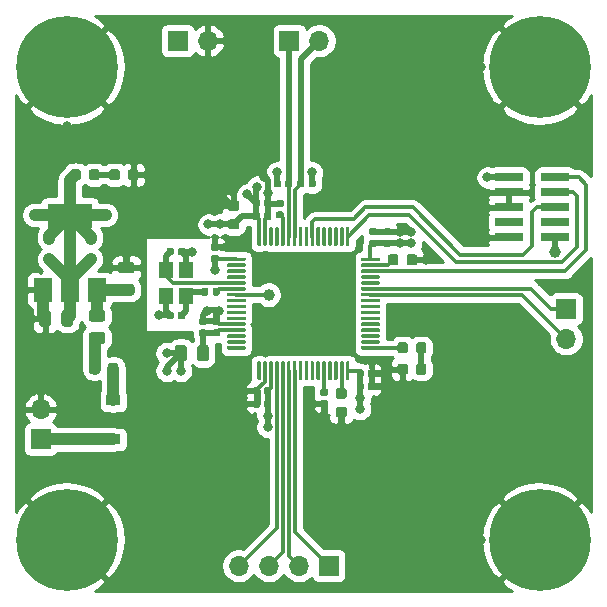
<source format=gbr>
G04 #@! TF.GenerationSoftware,KiCad,Pcbnew,(5.1.5)-3*
G04 #@! TF.CreationDate,2020-03-24T14:58:58+01:00*
G04 #@! TF.ProjectId,STM32F4_Breakout,53544d33-3246-4345-9f42-7265616b6f75,rev?*
G04 #@! TF.SameCoordinates,Original*
G04 #@! TF.FileFunction,Copper,L1,Top*
G04 #@! TF.FilePolarity,Positive*
%FSLAX46Y46*%
G04 Gerber Fmt 4.6, Leading zero omitted, Abs format (unit mm)*
G04 Created by KiCad (PCBNEW (5.1.5)-3) date 2020-03-24 14:58:58*
%MOMM*%
%LPD*%
G04 APERTURE LIST*
%ADD10C,0.100000*%
%ADD11R,1.200000X0.900000*%
%ADD12C,0.900000*%
%ADD13C,8.600000*%
%ADD14R,1.200000X1.400000*%
%ADD15O,1.700000X1.700000*%
%ADD16R,1.700000X1.700000*%
%ADD17R,2.400000X0.740000*%
%ADD18R,3.800000X2.000000*%
%ADD19R,1.500000X2.000000*%
%ADD20C,1.000000*%
%ADD21C,0.800000*%
%ADD22C,1.000000*%
%ADD23C,0.500000*%
%ADD24C,0.300000*%
%ADD25C,0.254000*%
G04 APERTURE END LIST*
G04 #@! TA.AperFunction,SMDPad,CuDef*
D10*
G36*
X30480142Y-43351174D02*
G01*
X30503803Y-43354684D01*
X30527007Y-43360496D01*
X30549529Y-43368554D01*
X30571153Y-43378782D01*
X30591670Y-43391079D01*
X30610883Y-43405329D01*
X30628607Y-43421393D01*
X30644671Y-43439117D01*
X30658921Y-43458330D01*
X30671218Y-43478847D01*
X30681446Y-43500471D01*
X30689504Y-43522993D01*
X30695316Y-43546197D01*
X30698826Y-43569858D01*
X30700000Y-43593750D01*
X30700000Y-44081250D01*
X30698826Y-44105142D01*
X30695316Y-44128803D01*
X30689504Y-44152007D01*
X30681446Y-44174529D01*
X30671218Y-44196153D01*
X30658921Y-44216670D01*
X30644671Y-44235883D01*
X30628607Y-44253607D01*
X30610883Y-44269671D01*
X30591670Y-44283921D01*
X30571153Y-44296218D01*
X30549529Y-44306446D01*
X30527007Y-44314504D01*
X30503803Y-44320316D01*
X30480142Y-44323826D01*
X30456250Y-44325000D01*
X29543750Y-44325000D01*
X29519858Y-44323826D01*
X29496197Y-44320316D01*
X29472993Y-44314504D01*
X29450471Y-44306446D01*
X29428847Y-44296218D01*
X29408330Y-44283921D01*
X29389117Y-44269671D01*
X29371393Y-44253607D01*
X29355329Y-44235883D01*
X29341079Y-44216670D01*
X29328782Y-44196153D01*
X29318554Y-44174529D01*
X29310496Y-44152007D01*
X29304684Y-44128803D01*
X29301174Y-44105142D01*
X29300000Y-44081250D01*
X29300000Y-43593750D01*
X29301174Y-43569858D01*
X29304684Y-43546197D01*
X29310496Y-43522993D01*
X29318554Y-43500471D01*
X29328782Y-43478847D01*
X29341079Y-43458330D01*
X29355329Y-43439117D01*
X29371393Y-43421393D01*
X29389117Y-43405329D01*
X29408330Y-43391079D01*
X29428847Y-43378782D01*
X29450471Y-43368554D01*
X29472993Y-43360496D01*
X29496197Y-43354684D01*
X29519858Y-43351174D01*
X29543750Y-43350000D01*
X30456250Y-43350000D01*
X30480142Y-43351174D01*
G37*
G04 #@! TD.AperFunction*
G04 #@! TA.AperFunction,SMDPad,CuDef*
G36*
X30480142Y-41476174D02*
G01*
X30503803Y-41479684D01*
X30527007Y-41485496D01*
X30549529Y-41493554D01*
X30571153Y-41503782D01*
X30591670Y-41516079D01*
X30610883Y-41530329D01*
X30628607Y-41546393D01*
X30644671Y-41564117D01*
X30658921Y-41583330D01*
X30671218Y-41603847D01*
X30681446Y-41625471D01*
X30689504Y-41647993D01*
X30695316Y-41671197D01*
X30698826Y-41694858D01*
X30700000Y-41718750D01*
X30700000Y-42206250D01*
X30698826Y-42230142D01*
X30695316Y-42253803D01*
X30689504Y-42277007D01*
X30681446Y-42299529D01*
X30671218Y-42321153D01*
X30658921Y-42341670D01*
X30644671Y-42360883D01*
X30628607Y-42378607D01*
X30610883Y-42394671D01*
X30591670Y-42408921D01*
X30571153Y-42421218D01*
X30549529Y-42431446D01*
X30527007Y-42439504D01*
X30503803Y-42445316D01*
X30480142Y-42448826D01*
X30456250Y-42450000D01*
X29543750Y-42450000D01*
X29519858Y-42448826D01*
X29496197Y-42445316D01*
X29472993Y-42439504D01*
X29450471Y-42431446D01*
X29428847Y-42421218D01*
X29408330Y-42408921D01*
X29389117Y-42394671D01*
X29371393Y-42378607D01*
X29355329Y-42360883D01*
X29341079Y-42341670D01*
X29328782Y-42321153D01*
X29318554Y-42299529D01*
X29310496Y-42277007D01*
X29304684Y-42253803D01*
X29301174Y-42230142D01*
X29300000Y-42206250D01*
X29300000Y-41718750D01*
X29301174Y-41694858D01*
X29304684Y-41671197D01*
X29310496Y-41647993D01*
X29318554Y-41625471D01*
X29328782Y-41603847D01*
X29341079Y-41583330D01*
X29355329Y-41564117D01*
X29371393Y-41546393D01*
X29389117Y-41530329D01*
X29408330Y-41516079D01*
X29428847Y-41503782D01*
X29450471Y-41493554D01*
X29472993Y-41485496D01*
X29496197Y-41479684D01*
X29519858Y-41476174D01*
X29543750Y-41475000D01*
X30456250Y-41475000D01*
X30480142Y-41476174D01*
G37*
G04 #@! TD.AperFunction*
G04 #@! TA.AperFunction,SMDPad,CuDef*
G36*
X23392642Y-45551174D02*
G01*
X23416303Y-45554684D01*
X23439507Y-45560496D01*
X23462029Y-45568554D01*
X23483653Y-45578782D01*
X23504170Y-45591079D01*
X23523383Y-45605329D01*
X23541107Y-45621393D01*
X23557171Y-45639117D01*
X23571421Y-45658330D01*
X23583718Y-45678847D01*
X23593946Y-45700471D01*
X23602004Y-45722993D01*
X23607816Y-45746197D01*
X23611326Y-45769858D01*
X23612500Y-45793750D01*
X23612500Y-46706250D01*
X23611326Y-46730142D01*
X23607816Y-46753803D01*
X23602004Y-46777007D01*
X23593946Y-46799529D01*
X23583718Y-46821153D01*
X23571421Y-46841670D01*
X23557171Y-46860883D01*
X23541107Y-46878607D01*
X23523383Y-46894671D01*
X23504170Y-46908921D01*
X23483653Y-46921218D01*
X23462029Y-46931446D01*
X23439507Y-46939504D01*
X23416303Y-46945316D01*
X23392642Y-46948826D01*
X23368750Y-46950000D01*
X22881250Y-46950000D01*
X22857358Y-46948826D01*
X22833697Y-46945316D01*
X22810493Y-46939504D01*
X22787971Y-46931446D01*
X22766347Y-46921218D01*
X22745830Y-46908921D01*
X22726617Y-46894671D01*
X22708893Y-46878607D01*
X22692829Y-46860883D01*
X22678579Y-46841670D01*
X22666282Y-46821153D01*
X22656054Y-46799529D01*
X22647996Y-46777007D01*
X22642184Y-46753803D01*
X22638674Y-46730142D01*
X22637500Y-46706250D01*
X22637500Y-45793750D01*
X22638674Y-45769858D01*
X22642184Y-45746197D01*
X22647996Y-45722993D01*
X22656054Y-45700471D01*
X22666282Y-45678847D01*
X22678579Y-45658330D01*
X22692829Y-45639117D01*
X22708893Y-45621393D01*
X22726617Y-45605329D01*
X22745830Y-45591079D01*
X22766347Y-45578782D01*
X22787971Y-45568554D01*
X22810493Y-45560496D01*
X22833697Y-45554684D01*
X22857358Y-45551174D01*
X22881250Y-45550000D01*
X23368750Y-45550000D01*
X23392642Y-45551174D01*
G37*
G04 #@! TD.AperFunction*
G04 #@! TA.AperFunction,SMDPad,CuDef*
G36*
X25267642Y-45551174D02*
G01*
X25291303Y-45554684D01*
X25314507Y-45560496D01*
X25337029Y-45568554D01*
X25358653Y-45578782D01*
X25379170Y-45591079D01*
X25398383Y-45605329D01*
X25416107Y-45621393D01*
X25432171Y-45639117D01*
X25446421Y-45658330D01*
X25458718Y-45678847D01*
X25468946Y-45700471D01*
X25477004Y-45722993D01*
X25482816Y-45746197D01*
X25486326Y-45769858D01*
X25487500Y-45793750D01*
X25487500Y-46706250D01*
X25486326Y-46730142D01*
X25482816Y-46753803D01*
X25477004Y-46777007D01*
X25468946Y-46799529D01*
X25458718Y-46821153D01*
X25446421Y-46841670D01*
X25432171Y-46860883D01*
X25416107Y-46878607D01*
X25398383Y-46894671D01*
X25379170Y-46908921D01*
X25358653Y-46921218D01*
X25337029Y-46931446D01*
X25314507Y-46939504D01*
X25291303Y-46945316D01*
X25267642Y-46948826D01*
X25243750Y-46950000D01*
X24756250Y-46950000D01*
X24732358Y-46948826D01*
X24708697Y-46945316D01*
X24685493Y-46939504D01*
X24662971Y-46931446D01*
X24641347Y-46921218D01*
X24620830Y-46908921D01*
X24601617Y-46894671D01*
X24583893Y-46878607D01*
X24567829Y-46860883D01*
X24553579Y-46841670D01*
X24541282Y-46821153D01*
X24531054Y-46799529D01*
X24522996Y-46777007D01*
X24517184Y-46753803D01*
X24513674Y-46730142D01*
X24512500Y-46706250D01*
X24512500Y-45793750D01*
X24513674Y-45769858D01*
X24517184Y-45746197D01*
X24522996Y-45722993D01*
X24531054Y-45700471D01*
X24541282Y-45678847D01*
X24553579Y-45658330D01*
X24567829Y-45639117D01*
X24583893Y-45621393D01*
X24601617Y-45605329D01*
X24620830Y-45591079D01*
X24641347Y-45578782D01*
X24662971Y-45568554D01*
X24685493Y-45560496D01*
X24708697Y-45554684D01*
X24732358Y-45551174D01*
X24756250Y-45550000D01*
X25243750Y-45550000D01*
X25267642Y-45551174D01*
G37*
G04 #@! TD.AperFunction*
G04 #@! TA.AperFunction,SMDPad,CuDef*
G36*
X39377691Y-37851053D02*
G01*
X39398926Y-37854203D01*
X39419750Y-37859419D01*
X39439962Y-37866651D01*
X39459368Y-37875830D01*
X39477781Y-37886866D01*
X39495024Y-37899654D01*
X39510930Y-37914070D01*
X39525346Y-37929976D01*
X39538134Y-37947219D01*
X39549170Y-37965632D01*
X39558349Y-37985038D01*
X39565581Y-38005250D01*
X39570797Y-38026074D01*
X39573947Y-38047309D01*
X39575000Y-38068750D01*
X39575000Y-38506250D01*
X39573947Y-38527691D01*
X39570797Y-38548926D01*
X39565581Y-38569750D01*
X39558349Y-38589962D01*
X39549170Y-38609368D01*
X39538134Y-38627781D01*
X39525346Y-38645024D01*
X39510930Y-38660930D01*
X39495024Y-38675346D01*
X39477781Y-38688134D01*
X39459368Y-38699170D01*
X39439962Y-38708349D01*
X39419750Y-38715581D01*
X39398926Y-38720797D01*
X39377691Y-38723947D01*
X39356250Y-38725000D01*
X38843750Y-38725000D01*
X38822309Y-38723947D01*
X38801074Y-38720797D01*
X38780250Y-38715581D01*
X38760038Y-38708349D01*
X38740632Y-38699170D01*
X38722219Y-38688134D01*
X38704976Y-38675346D01*
X38689070Y-38660930D01*
X38674654Y-38645024D01*
X38661866Y-38627781D01*
X38650830Y-38609368D01*
X38641651Y-38589962D01*
X38634419Y-38569750D01*
X38629203Y-38548926D01*
X38626053Y-38527691D01*
X38625000Y-38506250D01*
X38625000Y-38068750D01*
X38626053Y-38047309D01*
X38629203Y-38026074D01*
X38634419Y-38005250D01*
X38641651Y-37985038D01*
X38650830Y-37965632D01*
X38661866Y-37947219D01*
X38674654Y-37929976D01*
X38689070Y-37914070D01*
X38704976Y-37899654D01*
X38722219Y-37886866D01*
X38740632Y-37875830D01*
X38760038Y-37866651D01*
X38780250Y-37859419D01*
X38801074Y-37854203D01*
X38822309Y-37851053D01*
X38843750Y-37850000D01*
X39356250Y-37850000D01*
X39377691Y-37851053D01*
G37*
G04 #@! TD.AperFunction*
G04 #@! TA.AperFunction,SMDPad,CuDef*
G36*
X39377691Y-36276053D02*
G01*
X39398926Y-36279203D01*
X39419750Y-36284419D01*
X39439962Y-36291651D01*
X39459368Y-36300830D01*
X39477781Y-36311866D01*
X39495024Y-36324654D01*
X39510930Y-36339070D01*
X39525346Y-36354976D01*
X39538134Y-36372219D01*
X39549170Y-36390632D01*
X39558349Y-36410038D01*
X39565581Y-36430250D01*
X39570797Y-36451074D01*
X39573947Y-36472309D01*
X39575000Y-36493750D01*
X39575000Y-36931250D01*
X39573947Y-36952691D01*
X39570797Y-36973926D01*
X39565581Y-36994750D01*
X39558349Y-37014962D01*
X39549170Y-37034368D01*
X39538134Y-37052781D01*
X39525346Y-37070024D01*
X39510930Y-37085930D01*
X39495024Y-37100346D01*
X39477781Y-37113134D01*
X39459368Y-37124170D01*
X39439962Y-37133349D01*
X39419750Y-37140581D01*
X39398926Y-37145797D01*
X39377691Y-37148947D01*
X39356250Y-37150000D01*
X38843750Y-37150000D01*
X38822309Y-37148947D01*
X38801074Y-37145797D01*
X38780250Y-37140581D01*
X38760038Y-37133349D01*
X38740632Y-37124170D01*
X38722219Y-37113134D01*
X38704976Y-37100346D01*
X38689070Y-37085930D01*
X38674654Y-37070024D01*
X38661866Y-37052781D01*
X38650830Y-37034368D01*
X38641651Y-37014962D01*
X38634419Y-36994750D01*
X38629203Y-36973926D01*
X38626053Y-36952691D01*
X38625000Y-36931250D01*
X38625000Y-36493750D01*
X38626053Y-36472309D01*
X38629203Y-36451074D01*
X38634419Y-36430250D01*
X38641651Y-36410038D01*
X38650830Y-36390632D01*
X38661866Y-36372219D01*
X38674654Y-36354976D01*
X38689070Y-36339070D01*
X38704976Y-36324654D01*
X38722219Y-36311866D01*
X38740632Y-36300830D01*
X38760038Y-36291651D01*
X38780250Y-36284419D01*
X38801074Y-36279203D01*
X38822309Y-36276053D01*
X38843750Y-36275000D01*
X39356250Y-36275000D01*
X39377691Y-36276053D01*
G37*
G04 #@! TD.AperFunction*
G04 #@! TA.AperFunction,SMDPad,CuDef*
G36*
X37686958Y-39935710D02*
G01*
X37701276Y-39937834D01*
X37715317Y-39941351D01*
X37728946Y-39946228D01*
X37742031Y-39952417D01*
X37754447Y-39959858D01*
X37766073Y-39968481D01*
X37776798Y-39978202D01*
X37786519Y-39988927D01*
X37795142Y-40000553D01*
X37802583Y-40012969D01*
X37808772Y-40026054D01*
X37813649Y-40039683D01*
X37817166Y-40053724D01*
X37819290Y-40068042D01*
X37820000Y-40082500D01*
X37820000Y-40377500D01*
X37819290Y-40391958D01*
X37817166Y-40406276D01*
X37813649Y-40420317D01*
X37808772Y-40433946D01*
X37802583Y-40447031D01*
X37795142Y-40459447D01*
X37786519Y-40471073D01*
X37776798Y-40481798D01*
X37766073Y-40491519D01*
X37754447Y-40500142D01*
X37742031Y-40507583D01*
X37728946Y-40513772D01*
X37715317Y-40518649D01*
X37701276Y-40522166D01*
X37686958Y-40524290D01*
X37672500Y-40525000D01*
X37327500Y-40525000D01*
X37313042Y-40524290D01*
X37298724Y-40522166D01*
X37284683Y-40518649D01*
X37271054Y-40513772D01*
X37257969Y-40507583D01*
X37245553Y-40500142D01*
X37233927Y-40491519D01*
X37223202Y-40481798D01*
X37213481Y-40471073D01*
X37204858Y-40459447D01*
X37197417Y-40447031D01*
X37191228Y-40433946D01*
X37186351Y-40420317D01*
X37182834Y-40406276D01*
X37180710Y-40391958D01*
X37180000Y-40377500D01*
X37180000Y-40082500D01*
X37180710Y-40068042D01*
X37182834Y-40053724D01*
X37186351Y-40039683D01*
X37191228Y-40026054D01*
X37197417Y-40012969D01*
X37204858Y-40000553D01*
X37213481Y-39988927D01*
X37223202Y-39978202D01*
X37233927Y-39968481D01*
X37245553Y-39959858D01*
X37257969Y-39952417D01*
X37271054Y-39946228D01*
X37284683Y-39941351D01*
X37298724Y-39937834D01*
X37313042Y-39935710D01*
X37327500Y-39935000D01*
X37672500Y-39935000D01*
X37686958Y-39935710D01*
G37*
G04 #@! TD.AperFunction*
G04 #@! TA.AperFunction,SMDPad,CuDef*
G36*
X37686958Y-40905710D02*
G01*
X37701276Y-40907834D01*
X37715317Y-40911351D01*
X37728946Y-40916228D01*
X37742031Y-40922417D01*
X37754447Y-40929858D01*
X37766073Y-40938481D01*
X37776798Y-40948202D01*
X37786519Y-40958927D01*
X37795142Y-40970553D01*
X37802583Y-40982969D01*
X37808772Y-40996054D01*
X37813649Y-41009683D01*
X37817166Y-41023724D01*
X37819290Y-41038042D01*
X37820000Y-41052500D01*
X37820000Y-41347500D01*
X37819290Y-41361958D01*
X37817166Y-41376276D01*
X37813649Y-41390317D01*
X37808772Y-41403946D01*
X37802583Y-41417031D01*
X37795142Y-41429447D01*
X37786519Y-41441073D01*
X37776798Y-41451798D01*
X37766073Y-41461519D01*
X37754447Y-41470142D01*
X37742031Y-41477583D01*
X37728946Y-41483772D01*
X37715317Y-41488649D01*
X37701276Y-41492166D01*
X37686958Y-41494290D01*
X37672500Y-41495000D01*
X37327500Y-41495000D01*
X37313042Y-41494290D01*
X37298724Y-41492166D01*
X37284683Y-41488649D01*
X37271054Y-41483772D01*
X37257969Y-41477583D01*
X37245553Y-41470142D01*
X37233927Y-41461519D01*
X37223202Y-41451798D01*
X37213481Y-41441073D01*
X37204858Y-41429447D01*
X37197417Y-41417031D01*
X37191228Y-41403946D01*
X37186351Y-41390317D01*
X37182834Y-41376276D01*
X37180710Y-41361958D01*
X37180000Y-41347500D01*
X37180000Y-41052500D01*
X37180710Y-41038042D01*
X37182834Y-41023724D01*
X37186351Y-41009683D01*
X37191228Y-40996054D01*
X37197417Y-40982969D01*
X37204858Y-40970553D01*
X37213481Y-40958927D01*
X37223202Y-40948202D01*
X37233927Y-40938481D01*
X37245553Y-40929858D01*
X37257969Y-40922417D01*
X37271054Y-40916228D01*
X37284683Y-40911351D01*
X37298724Y-40907834D01*
X37313042Y-40905710D01*
X37327500Y-40905000D01*
X37672500Y-40905000D01*
X37686958Y-40905710D01*
G37*
G04 #@! TD.AperFunction*
G04 #@! TA.AperFunction,SMDPad,CuDef*
G36*
X42146958Y-52080710D02*
G01*
X42161276Y-52082834D01*
X42175317Y-52086351D01*
X42188946Y-52091228D01*
X42202031Y-52097417D01*
X42214447Y-52104858D01*
X42226073Y-52113481D01*
X42236798Y-52123202D01*
X42246519Y-52133927D01*
X42255142Y-52145553D01*
X42262583Y-52157969D01*
X42268772Y-52171054D01*
X42273649Y-52184683D01*
X42277166Y-52198724D01*
X42279290Y-52213042D01*
X42280000Y-52227500D01*
X42280000Y-52572500D01*
X42279290Y-52586958D01*
X42277166Y-52601276D01*
X42273649Y-52615317D01*
X42268772Y-52628946D01*
X42262583Y-52642031D01*
X42255142Y-52654447D01*
X42246519Y-52666073D01*
X42236798Y-52676798D01*
X42226073Y-52686519D01*
X42214447Y-52695142D01*
X42202031Y-52702583D01*
X42188946Y-52708772D01*
X42175317Y-52713649D01*
X42161276Y-52717166D01*
X42146958Y-52719290D01*
X42132500Y-52720000D01*
X41837500Y-52720000D01*
X41823042Y-52719290D01*
X41808724Y-52717166D01*
X41794683Y-52713649D01*
X41781054Y-52708772D01*
X41767969Y-52702583D01*
X41755553Y-52695142D01*
X41743927Y-52686519D01*
X41733202Y-52676798D01*
X41723481Y-52666073D01*
X41714858Y-52654447D01*
X41707417Y-52642031D01*
X41701228Y-52628946D01*
X41696351Y-52615317D01*
X41692834Y-52601276D01*
X41690710Y-52586958D01*
X41690000Y-52572500D01*
X41690000Y-52227500D01*
X41690710Y-52213042D01*
X41692834Y-52198724D01*
X41696351Y-52184683D01*
X41701228Y-52171054D01*
X41707417Y-52157969D01*
X41714858Y-52145553D01*
X41723481Y-52133927D01*
X41733202Y-52123202D01*
X41743927Y-52113481D01*
X41755553Y-52104858D01*
X41767969Y-52097417D01*
X41781054Y-52091228D01*
X41794683Y-52086351D01*
X41808724Y-52082834D01*
X41823042Y-52080710D01*
X41837500Y-52080000D01*
X42132500Y-52080000D01*
X42146958Y-52080710D01*
G37*
G04 #@! TD.AperFunction*
G04 #@! TA.AperFunction,SMDPad,CuDef*
G36*
X41176958Y-52080710D02*
G01*
X41191276Y-52082834D01*
X41205317Y-52086351D01*
X41218946Y-52091228D01*
X41232031Y-52097417D01*
X41244447Y-52104858D01*
X41256073Y-52113481D01*
X41266798Y-52123202D01*
X41276519Y-52133927D01*
X41285142Y-52145553D01*
X41292583Y-52157969D01*
X41298772Y-52171054D01*
X41303649Y-52184683D01*
X41307166Y-52198724D01*
X41309290Y-52213042D01*
X41310000Y-52227500D01*
X41310000Y-52572500D01*
X41309290Y-52586958D01*
X41307166Y-52601276D01*
X41303649Y-52615317D01*
X41298772Y-52628946D01*
X41292583Y-52642031D01*
X41285142Y-52654447D01*
X41276519Y-52666073D01*
X41266798Y-52676798D01*
X41256073Y-52686519D01*
X41244447Y-52695142D01*
X41232031Y-52702583D01*
X41218946Y-52708772D01*
X41205317Y-52713649D01*
X41191276Y-52717166D01*
X41176958Y-52719290D01*
X41162500Y-52720000D01*
X40867500Y-52720000D01*
X40853042Y-52719290D01*
X40838724Y-52717166D01*
X40824683Y-52713649D01*
X40811054Y-52708772D01*
X40797969Y-52702583D01*
X40785553Y-52695142D01*
X40773927Y-52686519D01*
X40763202Y-52676798D01*
X40753481Y-52666073D01*
X40744858Y-52654447D01*
X40737417Y-52642031D01*
X40731228Y-52628946D01*
X40726351Y-52615317D01*
X40722834Y-52601276D01*
X40720710Y-52586958D01*
X40720000Y-52572500D01*
X40720000Y-52227500D01*
X40720710Y-52213042D01*
X40722834Y-52198724D01*
X40726351Y-52184683D01*
X40731228Y-52171054D01*
X40737417Y-52157969D01*
X40744858Y-52145553D01*
X40753481Y-52133927D01*
X40763202Y-52123202D01*
X40773927Y-52113481D01*
X40785553Y-52104858D01*
X40797969Y-52097417D01*
X40811054Y-52091228D01*
X40824683Y-52086351D01*
X40838724Y-52082834D01*
X40853042Y-52080710D01*
X40867500Y-52080000D01*
X41162500Y-52080000D01*
X41176958Y-52080710D01*
G37*
G04 #@! TD.AperFunction*
G04 #@! TA.AperFunction,SMDPad,CuDef*
G36*
X41176958Y-53180710D02*
G01*
X41191276Y-53182834D01*
X41205317Y-53186351D01*
X41218946Y-53191228D01*
X41232031Y-53197417D01*
X41244447Y-53204858D01*
X41256073Y-53213481D01*
X41266798Y-53223202D01*
X41276519Y-53233927D01*
X41285142Y-53245553D01*
X41292583Y-53257969D01*
X41298772Y-53271054D01*
X41303649Y-53284683D01*
X41307166Y-53298724D01*
X41309290Y-53313042D01*
X41310000Y-53327500D01*
X41310000Y-53672500D01*
X41309290Y-53686958D01*
X41307166Y-53701276D01*
X41303649Y-53715317D01*
X41298772Y-53728946D01*
X41292583Y-53742031D01*
X41285142Y-53754447D01*
X41276519Y-53766073D01*
X41266798Y-53776798D01*
X41256073Y-53786519D01*
X41244447Y-53795142D01*
X41232031Y-53802583D01*
X41218946Y-53808772D01*
X41205317Y-53813649D01*
X41191276Y-53817166D01*
X41176958Y-53819290D01*
X41162500Y-53820000D01*
X40867500Y-53820000D01*
X40853042Y-53819290D01*
X40838724Y-53817166D01*
X40824683Y-53813649D01*
X40811054Y-53808772D01*
X40797969Y-53802583D01*
X40785553Y-53795142D01*
X40773927Y-53786519D01*
X40763202Y-53776798D01*
X40753481Y-53766073D01*
X40744858Y-53754447D01*
X40737417Y-53742031D01*
X40731228Y-53728946D01*
X40726351Y-53715317D01*
X40722834Y-53701276D01*
X40720710Y-53686958D01*
X40720000Y-53672500D01*
X40720000Y-53327500D01*
X40720710Y-53313042D01*
X40722834Y-53298724D01*
X40726351Y-53284683D01*
X40731228Y-53271054D01*
X40737417Y-53257969D01*
X40744858Y-53245553D01*
X40753481Y-53233927D01*
X40763202Y-53223202D01*
X40773927Y-53213481D01*
X40785553Y-53204858D01*
X40797969Y-53197417D01*
X40811054Y-53191228D01*
X40824683Y-53186351D01*
X40838724Y-53182834D01*
X40853042Y-53180710D01*
X40867500Y-53180000D01*
X41162500Y-53180000D01*
X41176958Y-53180710D01*
G37*
G04 #@! TD.AperFunction*
G04 #@! TA.AperFunction,SMDPad,CuDef*
G36*
X42146958Y-53180710D02*
G01*
X42161276Y-53182834D01*
X42175317Y-53186351D01*
X42188946Y-53191228D01*
X42202031Y-53197417D01*
X42214447Y-53204858D01*
X42226073Y-53213481D01*
X42236798Y-53223202D01*
X42246519Y-53233927D01*
X42255142Y-53245553D01*
X42262583Y-53257969D01*
X42268772Y-53271054D01*
X42273649Y-53284683D01*
X42277166Y-53298724D01*
X42279290Y-53313042D01*
X42280000Y-53327500D01*
X42280000Y-53672500D01*
X42279290Y-53686958D01*
X42277166Y-53701276D01*
X42273649Y-53715317D01*
X42268772Y-53728946D01*
X42262583Y-53742031D01*
X42255142Y-53754447D01*
X42246519Y-53766073D01*
X42236798Y-53776798D01*
X42226073Y-53786519D01*
X42214447Y-53795142D01*
X42202031Y-53802583D01*
X42188946Y-53808772D01*
X42175317Y-53813649D01*
X42161276Y-53817166D01*
X42146958Y-53819290D01*
X42132500Y-53820000D01*
X41837500Y-53820000D01*
X41823042Y-53819290D01*
X41808724Y-53817166D01*
X41794683Y-53813649D01*
X41781054Y-53808772D01*
X41767969Y-53802583D01*
X41755553Y-53795142D01*
X41743927Y-53786519D01*
X41733202Y-53776798D01*
X41723481Y-53766073D01*
X41714858Y-53754447D01*
X41707417Y-53742031D01*
X41701228Y-53728946D01*
X41696351Y-53715317D01*
X41692834Y-53701276D01*
X41690710Y-53686958D01*
X41690000Y-53672500D01*
X41690000Y-53327500D01*
X41690710Y-53313042D01*
X41692834Y-53298724D01*
X41696351Y-53284683D01*
X41701228Y-53271054D01*
X41707417Y-53257969D01*
X41714858Y-53245553D01*
X41723481Y-53233927D01*
X41733202Y-53223202D01*
X41743927Y-53213481D01*
X41755553Y-53204858D01*
X41767969Y-53197417D01*
X41781054Y-53191228D01*
X41794683Y-53186351D01*
X41808724Y-53182834D01*
X41823042Y-53180710D01*
X41837500Y-53180000D01*
X42132500Y-53180000D01*
X42146958Y-53180710D01*
G37*
G04 #@! TD.AperFunction*
G04 #@! TA.AperFunction,SMDPad,CuDef*
G36*
X49961958Y-50580710D02*
G01*
X49976276Y-50582834D01*
X49990317Y-50586351D01*
X50003946Y-50591228D01*
X50017031Y-50597417D01*
X50029447Y-50604858D01*
X50041073Y-50613481D01*
X50051798Y-50623202D01*
X50061519Y-50633927D01*
X50070142Y-50645553D01*
X50077583Y-50657969D01*
X50083772Y-50671054D01*
X50088649Y-50684683D01*
X50092166Y-50698724D01*
X50094290Y-50713042D01*
X50095000Y-50727500D01*
X50095000Y-51072500D01*
X50094290Y-51086958D01*
X50092166Y-51101276D01*
X50088649Y-51115317D01*
X50083772Y-51128946D01*
X50077583Y-51142031D01*
X50070142Y-51154447D01*
X50061519Y-51166073D01*
X50051798Y-51176798D01*
X50041073Y-51186519D01*
X50029447Y-51195142D01*
X50017031Y-51202583D01*
X50003946Y-51208772D01*
X49990317Y-51213649D01*
X49976276Y-51217166D01*
X49961958Y-51219290D01*
X49947500Y-51220000D01*
X49652500Y-51220000D01*
X49638042Y-51219290D01*
X49623724Y-51217166D01*
X49609683Y-51213649D01*
X49596054Y-51208772D01*
X49582969Y-51202583D01*
X49570553Y-51195142D01*
X49558927Y-51186519D01*
X49548202Y-51176798D01*
X49538481Y-51166073D01*
X49529858Y-51154447D01*
X49522417Y-51142031D01*
X49516228Y-51128946D01*
X49511351Y-51115317D01*
X49507834Y-51101276D01*
X49505710Y-51086958D01*
X49505000Y-51072500D01*
X49505000Y-50727500D01*
X49505710Y-50713042D01*
X49507834Y-50698724D01*
X49511351Y-50684683D01*
X49516228Y-50671054D01*
X49522417Y-50657969D01*
X49529858Y-50645553D01*
X49538481Y-50633927D01*
X49548202Y-50623202D01*
X49558927Y-50613481D01*
X49570553Y-50604858D01*
X49582969Y-50597417D01*
X49596054Y-50591228D01*
X49609683Y-50586351D01*
X49623724Y-50582834D01*
X49638042Y-50580710D01*
X49652500Y-50580000D01*
X49947500Y-50580000D01*
X49961958Y-50580710D01*
G37*
G04 #@! TD.AperFunction*
G04 #@! TA.AperFunction,SMDPad,CuDef*
G36*
X50931958Y-50580710D02*
G01*
X50946276Y-50582834D01*
X50960317Y-50586351D01*
X50973946Y-50591228D01*
X50987031Y-50597417D01*
X50999447Y-50604858D01*
X51011073Y-50613481D01*
X51021798Y-50623202D01*
X51031519Y-50633927D01*
X51040142Y-50645553D01*
X51047583Y-50657969D01*
X51053772Y-50671054D01*
X51058649Y-50684683D01*
X51062166Y-50698724D01*
X51064290Y-50713042D01*
X51065000Y-50727500D01*
X51065000Y-51072500D01*
X51064290Y-51086958D01*
X51062166Y-51101276D01*
X51058649Y-51115317D01*
X51053772Y-51128946D01*
X51047583Y-51142031D01*
X51040142Y-51154447D01*
X51031519Y-51166073D01*
X51021798Y-51176798D01*
X51011073Y-51186519D01*
X50999447Y-51195142D01*
X50987031Y-51202583D01*
X50973946Y-51208772D01*
X50960317Y-51213649D01*
X50946276Y-51217166D01*
X50931958Y-51219290D01*
X50917500Y-51220000D01*
X50622500Y-51220000D01*
X50608042Y-51219290D01*
X50593724Y-51217166D01*
X50579683Y-51213649D01*
X50566054Y-51208772D01*
X50552969Y-51202583D01*
X50540553Y-51195142D01*
X50528927Y-51186519D01*
X50518202Y-51176798D01*
X50508481Y-51166073D01*
X50499858Y-51154447D01*
X50492417Y-51142031D01*
X50486228Y-51128946D01*
X50481351Y-51115317D01*
X50477834Y-51101276D01*
X50475710Y-51086958D01*
X50475000Y-51072500D01*
X50475000Y-50727500D01*
X50475710Y-50713042D01*
X50477834Y-50698724D01*
X50481351Y-50684683D01*
X50486228Y-50671054D01*
X50492417Y-50657969D01*
X50499858Y-50645553D01*
X50508481Y-50633927D01*
X50518202Y-50623202D01*
X50528927Y-50613481D01*
X50540553Y-50604858D01*
X50552969Y-50597417D01*
X50566054Y-50591228D01*
X50579683Y-50586351D01*
X50593724Y-50582834D01*
X50608042Y-50580710D01*
X50622500Y-50580000D01*
X50917500Y-50580000D01*
X50931958Y-50580710D01*
G37*
G04 #@! TD.AperFunction*
G04 #@! TA.AperFunction,SMDPad,CuDef*
G36*
X50931958Y-51680710D02*
G01*
X50946276Y-51682834D01*
X50960317Y-51686351D01*
X50973946Y-51691228D01*
X50987031Y-51697417D01*
X50999447Y-51704858D01*
X51011073Y-51713481D01*
X51021798Y-51723202D01*
X51031519Y-51733927D01*
X51040142Y-51745553D01*
X51047583Y-51757969D01*
X51053772Y-51771054D01*
X51058649Y-51784683D01*
X51062166Y-51798724D01*
X51064290Y-51813042D01*
X51065000Y-51827500D01*
X51065000Y-52172500D01*
X51064290Y-52186958D01*
X51062166Y-52201276D01*
X51058649Y-52215317D01*
X51053772Y-52228946D01*
X51047583Y-52242031D01*
X51040142Y-52254447D01*
X51031519Y-52266073D01*
X51021798Y-52276798D01*
X51011073Y-52286519D01*
X50999447Y-52295142D01*
X50987031Y-52302583D01*
X50973946Y-52308772D01*
X50960317Y-52313649D01*
X50946276Y-52317166D01*
X50931958Y-52319290D01*
X50917500Y-52320000D01*
X50622500Y-52320000D01*
X50608042Y-52319290D01*
X50593724Y-52317166D01*
X50579683Y-52313649D01*
X50566054Y-52308772D01*
X50552969Y-52302583D01*
X50540553Y-52295142D01*
X50528927Y-52286519D01*
X50518202Y-52276798D01*
X50508481Y-52266073D01*
X50499858Y-52254447D01*
X50492417Y-52242031D01*
X50486228Y-52228946D01*
X50481351Y-52215317D01*
X50477834Y-52201276D01*
X50475710Y-52186958D01*
X50475000Y-52172500D01*
X50475000Y-51827500D01*
X50475710Y-51813042D01*
X50477834Y-51798724D01*
X50481351Y-51784683D01*
X50486228Y-51771054D01*
X50492417Y-51757969D01*
X50499858Y-51745553D01*
X50508481Y-51733927D01*
X50518202Y-51723202D01*
X50528927Y-51713481D01*
X50540553Y-51704858D01*
X50552969Y-51697417D01*
X50566054Y-51691228D01*
X50579683Y-51686351D01*
X50593724Y-51682834D01*
X50608042Y-51680710D01*
X50622500Y-51680000D01*
X50917500Y-51680000D01*
X50931958Y-51680710D01*
G37*
G04 #@! TD.AperFunction*
G04 #@! TA.AperFunction,SMDPad,CuDef*
G36*
X49961958Y-51680710D02*
G01*
X49976276Y-51682834D01*
X49990317Y-51686351D01*
X50003946Y-51691228D01*
X50017031Y-51697417D01*
X50029447Y-51704858D01*
X50041073Y-51713481D01*
X50051798Y-51723202D01*
X50061519Y-51733927D01*
X50070142Y-51745553D01*
X50077583Y-51757969D01*
X50083772Y-51771054D01*
X50088649Y-51784683D01*
X50092166Y-51798724D01*
X50094290Y-51813042D01*
X50095000Y-51827500D01*
X50095000Y-52172500D01*
X50094290Y-52186958D01*
X50092166Y-52201276D01*
X50088649Y-52215317D01*
X50083772Y-52228946D01*
X50077583Y-52242031D01*
X50070142Y-52254447D01*
X50061519Y-52266073D01*
X50051798Y-52276798D01*
X50041073Y-52286519D01*
X50029447Y-52295142D01*
X50017031Y-52302583D01*
X50003946Y-52308772D01*
X49990317Y-52313649D01*
X49976276Y-52317166D01*
X49961958Y-52319290D01*
X49947500Y-52320000D01*
X49652500Y-52320000D01*
X49638042Y-52319290D01*
X49623724Y-52317166D01*
X49609683Y-52313649D01*
X49596054Y-52308772D01*
X49582969Y-52302583D01*
X49570553Y-52295142D01*
X49558927Y-52286519D01*
X49548202Y-52276798D01*
X49538481Y-52266073D01*
X49529858Y-52254447D01*
X49522417Y-52242031D01*
X49516228Y-52228946D01*
X49511351Y-52215317D01*
X49507834Y-52201276D01*
X49505710Y-52186958D01*
X49505000Y-52172500D01*
X49505000Y-51827500D01*
X49505710Y-51813042D01*
X49507834Y-51798724D01*
X49511351Y-51784683D01*
X49516228Y-51771054D01*
X49522417Y-51757969D01*
X49529858Y-51745553D01*
X49538481Y-51733927D01*
X49548202Y-51723202D01*
X49558927Y-51713481D01*
X49570553Y-51704858D01*
X49582969Y-51697417D01*
X49596054Y-51691228D01*
X49609683Y-51686351D01*
X49623724Y-51682834D01*
X49638042Y-51680710D01*
X49652500Y-51680000D01*
X49947500Y-51680000D01*
X49961958Y-51680710D01*
G37*
G04 #@! TD.AperFunction*
G04 #@! TA.AperFunction,SMDPad,CuDef*
G36*
X51086958Y-39590710D02*
G01*
X51101276Y-39592834D01*
X51115317Y-39596351D01*
X51128946Y-39601228D01*
X51142031Y-39607417D01*
X51154447Y-39614858D01*
X51166073Y-39623481D01*
X51176798Y-39633202D01*
X51186519Y-39643927D01*
X51195142Y-39655553D01*
X51202583Y-39667969D01*
X51208772Y-39681054D01*
X51213649Y-39694683D01*
X51217166Y-39708724D01*
X51219290Y-39723042D01*
X51220000Y-39737500D01*
X51220000Y-40032500D01*
X51219290Y-40046958D01*
X51217166Y-40061276D01*
X51213649Y-40075317D01*
X51208772Y-40088946D01*
X51202583Y-40102031D01*
X51195142Y-40114447D01*
X51186519Y-40126073D01*
X51176798Y-40136798D01*
X51166073Y-40146519D01*
X51154447Y-40155142D01*
X51142031Y-40162583D01*
X51128946Y-40168772D01*
X51115317Y-40173649D01*
X51101276Y-40177166D01*
X51086958Y-40179290D01*
X51072500Y-40180000D01*
X50727500Y-40180000D01*
X50713042Y-40179290D01*
X50698724Y-40177166D01*
X50684683Y-40173649D01*
X50671054Y-40168772D01*
X50657969Y-40162583D01*
X50645553Y-40155142D01*
X50633927Y-40146519D01*
X50623202Y-40136798D01*
X50613481Y-40126073D01*
X50604858Y-40114447D01*
X50597417Y-40102031D01*
X50591228Y-40088946D01*
X50586351Y-40075317D01*
X50582834Y-40061276D01*
X50580710Y-40046958D01*
X50580000Y-40032500D01*
X50580000Y-39737500D01*
X50580710Y-39723042D01*
X50582834Y-39708724D01*
X50586351Y-39694683D01*
X50591228Y-39681054D01*
X50597417Y-39667969D01*
X50604858Y-39655553D01*
X50613481Y-39643927D01*
X50623202Y-39633202D01*
X50633927Y-39623481D01*
X50645553Y-39614858D01*
X50657969Y-39607417D01*
X50671054Y-39601228D01*
X50684683Y-39596351D01*
X50698724Y-39592834D01*
X50713042Y-39590710D01*
X50727500Y-39590000D01*
X51072500Y-39590000D01*
X51086958Y-39590710D01*
G37*
G04 #@! TD.AperFunction*
G04 #@! TA.AperFunction,SMDPad,CuDef*
G36*
X51086958Y-38620710D02*
G01*
X51101276Y-38622834D01*
X51115317Y-38626351D01*
X51128946Y-38631228D01*
X51142031Y-38637417D01*
X51154447Y-38644858D01*
X51166073Y-38653481D01*
X51176798Y-38663202D01*
X51186519Y-38673927D01*
X51195142Y-38685553D01*
X51202583Y-38697969D01*
X51208772Y-38711054D01*
X51213649Y-38724683D01*
X51217166Y-38738724D01*
X51219290Y-38753042D01*
X51220000Y-38767500D01*
X51220000Y-39062500D01*
X51219290Y-39076958D01*
X51217166Y-39091276D01*
X51213649Y-39105317D01*
X51208772Y-39118946D01*
X51202583Y-39132031D01*
X51195142Y-39144447D01*
X51186519Y-39156073D01*
X51176798Y-39166798D01*
X51166073Y-39176519D01*
X51154447Y-39185142D01*
X51142031Y-39192583D01*
X51128946Y-39198772D01*
X51115317Y-39203649D01*
X51101276Y-39207166D01*
X51086958Y-39209290D01*
X51072500Y-39210000D01*
X50727500Y-39210000D01*
X50713042Y-39209290D01*
X50698724Y-39207166D01*
X50684683Y-39203649D01*
X50671054Y-39198772D01*
X50657969Y-39192583D01*
X50645553Y-39185142D01*
X50633927Y-39176519D01*
X50623202Y-39166798D01*
X50613481Y-39156073D01*
X50604858Y-39144447D01*
X50597417Y-39132031D01*
X50591228Y-39118946D01*
X50586351Y-39105317D01*
X50582834Y-39091276D01*
X50580710Y-39076958D01*
X50580000Y-39062500D01*
X50580000Y-38767500D01*
X50580710Y-38753042D01*
X50582834Y-38738724D01*
X50586351Y-38724683D01*
X50591228Y-38711054D01*
X50597417Y-38697969D01*
X50604858Y-38685553D01*
X50613481Y-38673927D01*
X50623202Y-38663202D01*
X50633927Y-38653481D01*
X50645553Y-38644858D01*
X50657969Y-38637417D01*
X50671054Y-38631228D01*
X50684683Y-38626351D01*
X50698724Y-38622834D01*
X50713042Y-38620710D01*
X50727500Y-38620000D01*
X51072500Y-38620000D01*
X51086958Y-38620710D01*
G37*
G04 #@! TD.AperFunction*
G04 #@! TA.AperFunction,SMDPad,CuDef*
G36*
X52286958Y-39605710D02*
G01*
X52301276Y-39607834D01*
X52315317Y-39611351D01*
X52328946Y-39616228D01*
X52342031Y-39622417D01*
X52354447Y-39629858D01*
X52366073Y-39638481D01*
X52376798Y-39648202D01*
X52386519Y-39658927D01*
X52395142Y-39670553D01*
X52402583Y-39682969D01*
X52408772Y-39696054D01*
X52413649Y-39709683D01*
X52417166Y-39723724D01*
X52419290Y-39738042D01*
X52420000Y-39752500D01*
X52420000Y-40047500D01*
X52419290Y-40061958D01*
X52417166Y-40076276D01*
X52413649Y-40090317D01*
X52408772Y-40103946D01*
X52402583Y-40117031D01*
X52395142Y-40129447D01*
X52386519Y-40141073D01*
X52376798Y-40151798D01*
X52366073Y-40161519D01*
X52354447Y-40170142D01*
X52342031Y-40177583D01*
X52328946Y-40183772D01*
X52315317Y-40188649D01*
X52301276Y-40192166D01*
X52286958Y-40194290D01*
X52272500Y-40195000D01*
X51927500Y-40195000D01*
X51913042Y-40194290D01*
X51898724Y-40192166D01*
X51884683Y-40188649D01*
X51871054Y-40183772D01*
X51857969Y-40177583D01*
X51845553Y-40170142D01*
X51833927Y-40161519D01*
X51823202Y-40151798D01*
X51813481Y-40141073D01*
X51804858Y-40129447D01*
X51797417Y-40117031D01*
X51791228Y-40103946D01*
X51786351Y-40090317D01*
X51782834Y-40076276D01*
X51780710Y-40061958D01*
X51780000Y-40047500D01*
X51780000Y-39752500D01*
X51780710Y-39738042D01*
X51782834Y-39723724D01*
X51786351Y-39709683D01*
X51791228Y-39696054D01*
X51797417Y-39682969D01*
X51804858Y-39670553D01*
X51813481Y-39658927D01*
X51823202Y-39648202D01*
X51833927Y-39638481D01*
X51845553Y-39629858D01*
X51857969Y-39622417D01*
X51871054Y-39616228D01*
X51884683Y-39611351D01*
X51898724Y-39607834D01*
X51913042Y-39605710D01*
X51927500Y-39605000D01*
X52272500Y-39605000D01*
X52286958Y-39605710D01*
G37*
G04 #@! TD.AperFunction*
G04 #@! TA.AperFunction,SMDPad,CuDef*
G36*
X52286958Y-38635710D02*
G01*
X52301276Y-38637834D01*
X52315317Y-38641351D01*
X52328946Y-38646228D01*
X52342031Y-38652417D01*
X52354447Y-38659858D01*
X52366073Y-38668481D01*
X52376798Y-38678202D01*
X52386519Y-38688927D01*
X52395142Y-38700553D01*
X52402583Y-38712969D01*
X52408772Y-38726054D01*
X52413649Y-38739683D01*
X52417166Y-38753724D01*
X52419290Y-38768042D01*
X52420000Y-38782500D01*
X52420000Y-39077500D01*
X52419290Y-39091958D01*
X52417166Y-39106276D01*
X52413649Y-39120317D01*
X52408772Y-39133946D01*
X52402583Y-39147031D01*
X52395142Y-39159447D01*
X52386519Y-39171073D01*
X52376798Y-39181798D01*
X52366073Y-39191519D01*
X52354447Y-39200142D01*
X52342031Y-39207583D01*
X52328946Y-39213772D01*
X52315317Y-39218649D01*
X52301276Y-39222166D01*
X52286958Y-39224290D01*
X52272500Y-39225000D01*
X51927500Y-39225000D01*
X51913042Y-39224290D01*
X51898724Y-39222166D01*
X51884683Y-39218649D01*
X51871054Y-39213772D01*
X51857969Y-39207583D01*
X51845553Y-39200142D01*
X51833927Y-39191519D01*
X51823202Y-39181798D01*
X51813481Y-39171073D01*
X51804858Y-39159447D01*
X51797417Y-39147031D01*
X51791228Y-39133946D01*
X51786351Y-39120317D01*
X51782834Y-39106276D01*
X51780710Y-39091958D01*
X51780000Y-39077500D01*
X51780000Y-38782500D01*
X51780710Y-38768042D01*
X51782834Y-38753724D01*
X51786351Y-38739683D01*
X51791228Y-38726054D01*
X51797417Y-38712969D01*
X51804858Y-38700553D01*
X51813481Y-38688927D01*
X51823202Y-38678202D01*
X51833927Y-38668481D01*
X51845553Y-38659858D01*
X51857969Y-38652417D01*
X51871054Y-38646228D01*
X51884683Y-38641351D01*
X51898724Y-38637834D01*
X51913042Y-38635710D01*
X51927500Y-38635000D01*
X52272500Y-38635000D01*
X52286958Y-38635710D01*
G37*
G04 #@! TD.AperFunction*
G04 #@! TA.AperFunction,SMDPad,CuDef*
G36*
X42146958Y-37280710D02*
G01*
X42161276Y-37282834D01*
X42175317Y-37286351D01*
X42188946Y-37291228D01*
X42202031Y-37297417D01*
X42214447Y-37304858D01*
X42226073Y-37313481D01*
X42236798Y-37323202D01*
X42246519Y-37333927D01*
X42255142Y-37345553D01*
X42262583Y-37357969D01*
X42268772Y-37371054D01*
X42273649Y-37384683D01*
X42277166Y-37398724D01*
X42279290Y-37413042D01*
X42280000Y-37427500D01*
X42280000Y-37772500D01*
X42279290Y-37786958D01*
X42277166Y-37801276D01*
X42273649Y-37815317D01*
X42268772Y-37828946D01*
X42262583Y-37842031D01*
X42255142Y-37854447D01*
X42246519Y-37866073D01*
X42236798Y-37876798D01*
X42226073Y-37886519D01*
X42214447Y-37895142D01*
X42202031Y-37902583D01*
X42188946Y-37908772D01*
X42175317Y-37913649D01*
X42161276Y-37917166D01*
X42146958Y-37919290D01*
X42132500Y-37920000D01*
X41837500Y-37920000D01*
X41823042Y-37919290D01*
X41808724Y-37917166D01*
X41794683Y-37913649D01*
X41781054Y-37908772D01*
X41767969Y-37902583D01*
X41755553Y-37895142D01*
X41743927Y-37886519D01*
X41733202Y-37876798D01*
X41723481Y-37866073D01*
X41714858Y-37854447D01*
X41707417Y-37842031D01*
X41701228Y-37828946D01*
X41696351Y-37815317D01*
X41692834Y-37801276D01*
X41690710Y-37786958D01*
X41690000Y-37772500D01*
X41690000Y-37427500D01*
X41690710Y-37413042D01*
X41692834Y-37398724D01*
X41696351Y-37384683D01*
X41701228Y-37371054D01*
X41707417Y-37357969D01*
X41714858Y-37345553D01*
X41723481Y-37333927D01*
X41733202Y-37323202D01*
X41743927Y-37313481D01*
X41755553Y-37304858D01*
X41767969Y-37297417D01*
X41781054Y-37291228D01*
X41794683Y-37286351D01*
X41808724Y-37282834D01*
X41823042Y-37280710D01*
X41837500Y-37280000D01*
X42132500Y-37280000D01*
X42146958Y-37280710D01*
G37*
G04 #@! TD.AperFunction*
G04 #@! TA.AperFunction,SMDPad,CuDef*
G36*
X41176958Y-37280710D02*
G01*
X41191276Y-37282834D01*
X41205317Y-37286351D01*
X41218946Y-37291228D01*
X41232031Y-37297417D01*
X41244447Y-37304858D01*
X41256073Y-37313481D01*
X41266798Y-37323202D01*
X41276519Y-37333927D01*
X41285142Y-37345553D01*
X41292583Y-37357969D01*
X41298772Y-37371054D01*
X41303649Y-37384683D01*
X41307166Y-37398724D01*
X41309290Y-37413042D01*
X41310000Y-37427500D01*
X41310000Y-37772500D01*
X41309290Y-37786958D01*
X41307166Y-37801276D01*
X41303649Y-37815317D01*
X41298772Y-37828946D01*
X41292583Y-37842031D01*
X41285142Y-37854447D01*
X41276519Y-37866073D01*
X41266798Y-37876798D01*
X41256073Y-37886519D01*
X41244447Y-37895142D01*
X41232031Y-37902583D01*
X41218946Y-37908772D01*
X41205317Y-37913649D01*
X41191276Y-37917166D01*
X41176958Y-37919290D01*
X41162500Y-37920000D01*
X40867500Y-37920000D01*
X40853042Y-37919290D01*
X40838724Y-37917166D01*
X40824683Y-37913649D01*
X40811054Y-37908772D01*
X40797969Y-37902583D01*
X40785553Y-37895142D01*
X40773927Y-37886519D01*
X40763202Y-37876798D01*
X40753481Y-37866073D01*
X40744858Y-37854447D01*
X40737417Y-37842031D01*
X40731228Y-37828946D01*
X40726351Y-37815317D01*
X40722834Y-37801276D01*
X40720710Y-37786958D01*
X40720000Y-37772500D01*
X40720000Y-37427500D01*
X40720710Y-37413042D01*
X40722834Y-37398724D01*
X40726351Y-37384683D01*
X40731228Y-37371054D01*
X40737417Y-37357969D01*
X40744858Y-37345553D01*
X40753481Y-37333927D01*
X40763202Y-37323202D01*
X40773927Y-37313481D01*
X40785553Y-37304858D01*
X40797969Y-37297417D01*
X40811054Y-37291228D01*
X40824683Y-37286351D01*
X40838724Y-37282834D01*
X40853042Y-37280710D01*
X40867500Y-37280000D01*
X41162500Y-37280000D01*
X41176958Y-37280710D01*
G37*
G04 #@! TD.AperFunction*
G04 #@! TA.AperFunction,SMDPad,CuDef*
G36*
X41176958Y-36180710D02*
G01*
X41191276Y-36182834D01*
X41205317Y-36186351D01*
X41218946Y-36191228D01*
X41232031Y-36197417D01*
X41244447Y-36204858D01*
X41256073Y-36213481D01*
X41266798Y-36223202D01*
X41276519Y-36233927D01*
X41285142Y-36245553D01*
X41292583Y-36257969D01*
X41298772Y-36271054D01*
X41303649Y-36284683D01*
X41307166Y-36298724D01*
X41309290Y-36313042D01*
X41310000Y-36327500D01*
X41310000Y-36672500D01*
X41309290Y-36686958D01*
X41307166Y-36701276D01*
X41303649Y-36715317D01*
X41298772Y-36728946D01*
X41292583Y-36742031D01*
X41285142Y-36754447D01*
X41276519Y-36766073D01*
X41266798Y-36776798D01*
X41256073Y-36786519D01*
X41244447Y-36795142D01*
X41232031Y-36802583D01*
X41218946Y-36808772D01*
X41205317Y-36813649D01*
X41191276Y-36817166D01*
X41176958Y-36819290D01*
X41162500Y-36820000D01*
X40867500Y-36820000D01*
X40853042Y-36819290D01*
X40838724Y-36817166D01*
X40824683Y-36813649D01*
X40811054Y-36808772D01*
X40797969Y-36802583D01*
X40785553Y-36795142D01*
X40773927Y-36786519D01*
X40763202Y-36776798D01*
X40753481Y-36766073D01*
X40744858Y-36754447D01*
X40737417Y-36742031D01*
X40731228Y-36728946D01*
X40726351Y-36715317D01*
X40722834Y-36701276D01*
X40720710Y-36686958D01*
X40720000Y-36672500D01*
X40720000Y-36327500D01*
X40720710Y-36313042D01*
X40722834Y-36298724D01*
X40726351Y-36284683D01*
X40731228Y-36271054D01*
X40737417Y-36257969D01*
X40744858Y-36245553D01*
X40753481Y-36233927D01*
X40763202Y-36223202D01*
X40773927Y-36213481D01*
X40785553Y-36204858D01*
X40797969Y-36197417D01*
X40811054Y-36191228D01*
X40824683Y-36186351D01*
X40838724Y-36182834D01*
X40853042Y-36180710D01*
X40867500Y-36180000D01*
X41162500Y-36180000D01*
X41176958Y-36180710D01*
G37*
G04 #@! TD.AperFunction*
G04 #@! TA.AperFunction,SMDPad,CuDef*
G36*
X42146958Y-36180710D02*
G01*
X42161276Y-36182834D01*
X42175317Y-36186351D01*
X42188946Y-36191228D01*
X42202031Y-36197417D01*
X42214447Y-36204858D01*
X42226073Y-36213481D01*
X42236798Y-36223202D01*
X42246519Y-36233927D01*
X42255142Y-36245553D01*
X42262583Y-36257969D01*
X42268772Y-36271054D01*
X42273649Y-36284683D01*
X42277166Y-36298724D01*
X42279290Y-36313042D01*
X42280000Y-36327500D01*
X42280000Y-36672500D01*
X42279290Y-36686958D01*
X42277166Y-36701276D01*
X42273649Y-36715317D01*
X42268772Y-36728946D01*
X42262583Y-36742031D01*
X42255142Y-36754447D01*
X42246519Y-36766073D01*
X42236798Y-36776798D01*
X42226073Y-36786519D01*
X42214447Y-36795142D01*
X42202031Y-36802583D01*
X42188946Y-36808772D01*
X42175317Y-36813649D01*
X42161276Y-36817166D01*
X42146958Y-36819290D01*
X42132500Y-36820000D01*
X41837500Y-36820000D01*
X41823042Y-36819290D01*
X41808724Y-36817166D01*
X41794683Y-36813649D01*
X41781054Y-36808772D01*
X41767969Y-36802583D01*
X41755553Y-36795142D01*
X41743927Y-36786519D01*
X41733202Y-36776798D01*
X41723481Y-36766073D01*
X41714858Y-36754447D01*
X41707417Y-36742031D01*
X41701228Y-36728946D01*
X41696351Y-36715317D01*
X41692834Y-36701276D01*
X41690710Y-36686958D01*
X41690000Y-36672500D01*
X41690000Y-36327500D01*
X41690710Y-36313042D01*
X41692834Y-36298724D01*
X41696351Y-36284683D01*
X41701228Y-36271054D01*
X41707417Y-36257969D01*
X41714858Y-36245553D01*
X41723481Y-36233927D01*
X41733202Y-36223202D01*
X41743927Y-36213481D01*
X41755553Y-36204858D01*
X41767969Y-36197417D01*
X41781054Y-36191228D01*
X41794683Y-36186351D01*
X41808724Y-36182834D01*
X41823042Y-36180710D01*
X41837500Y-36180000D01*
X42132500Y-36180000D01*
X42146958Y-36180710D01*
G37*
G04 #@! TD.AperFunction*
G04 #@! TA.AperFunction,SMDPad,CuDef*
G36*
X36686958Y-46220710D02*
G01*
X36701276Y-46222834D01*
X36715317Y-46226351D01*
X36728946Y-46231228D01*
X36742031Y-46237417D01*
X36754447Y-46244858D01*
X36766073Y-46253481D01*
X36776798Y-46263202D01*
X36786519Y-46273927D01*
X36795142Y-46285553D01*
X36802583Y-46297969D01*
X36808772Y-46311054D01*
X36813649Y-46324683D01*
X36817166Y-46338724D01*
X36819290Y-46353042D01*
X36820000Y-46367500D01*
X36820000Y-46662500D01*
X36819290Y-46676958D01*
X36817166Y-46691276D01*
X36813649Y-46705317D01*
X36808772Y-46718946D01*
X36802583Y-46732031D01*
X36795142Y-46744447D01*
X36786519Y-46756073D01*
X36776798Y-46766798D01*
X36766073Y-46776519D01*
X36754447Y-46785142D01*
X36742031Y-46792583D01*
X36728946Y-46798772D01*
X36715317Y-46803649D01*
X36701276Y-46807166D01*
X36686958Y-46809290D01*
X36672500Y-46810000D01*
X36327500Y-46810000D01*
X36313042Y-46809290D01*
X36298724Y-46807166D01*
X36284683Y-46803649D01*
X36271054Y-46798772D01*
X36257969Y-46792583D01*
X36245553Y-46785142D01*
X36233927Y-46776519D01*
X36223202Y-46766798D01*
X36213481Y-46756073D01*
X36204858Y-46744447D01*
X36197417Y-46732031D01*
X36191228Y-46718946D01*
X36186351Y-46705317D01*
X36182834Y-46691276D01*
X36180710Y-46676958D01*
X36180000Y-46662500D01*
X36180000Y-46367500D01*
X36180710Y-46353042D01*
X36182834Y-46338724D01*
X36186351Y-46324683D01*
X36191228Y-46311054D01*
X36197417Y-46297969D01*
X36204858Y-46285553D01*
X36213481Y-46273927D01*
X36223202Y-46263202D01*
X36233927Y-46253481D01*
X36245553Y-46244858D01*
X36257969Y-46237417D01*
X36271054Y-46231228D01*
X36284683Y-46226351D01*
X36298724Y-46222834D01*
X36313042Y-46220710D01*
X36327500Y-46220000D01*
X36672500Y-46220000D01*
X36686958Y-46220710D01*
G37*
G04 #@! TD.AperFunction*
G04 #@! TA.AperFunction,SMDPad,CuDef*
G36*
X36686958Y-47190710D02*
G01*
X36701276Y-47192834D01*
X36715317Y-47196351D01*
X36728946Y-47201228D01*
X36742031Y-47207417D01*
X36754447Y-47214858D01*
X36766073Y-47223481D01*
X36776798Y-47233202D01*
X36786519Y-47243927D01*
X36795142Y-47255553D01*
X36802583Y-47267969D01*
X36808772Y-47281054D01*
X36813649Y-47294683D01*
X36817166Y-47308724D01*
X36819290Y-47323042D01*
X36820000Y-47337500D01*
X36820000Y-47632500D01*
X36819290Y-47646958D01*
X36817166Y-47661276D01*
X36813649Y-47675317D01*
X36808772Y-47688946D01*
X36802583Y-47702031D01*
X36795142Y-47714447D01*
X36786519Y-47726073D01*
X36776798Y-47736798D01*
X36766073Y-47746519D01*
X36754447Y-47755142D01*
X36742031Y-47762583D01*
X36728946Y-47768772D01*
X36715317Y-47773649D01*
X36701276Y-47777166D01*
X36686958Y-47779290D01*
X36672500Y-47780000D01*
X36327500Y-47780000D01*
X36313042Y-47779290D01*
X36298724Y-47777166D01*
X36284683Y-47773649D01*
X36271054Y-47768772D01*
X36257969Y-47762583D01*
X36245553Y-47755142D01*
X36233927Y-47746519D01*
X36223202Y-47736798D01*
X36213481Y-47726073D01*
X36204858Y-47714447D01*
X36197417Y-47702031D01*
X36191228Y-47688946D01*
X36186351Y-47675317D01*
X36182834Y-47661276D01*
X36180710Y-47646958D01*
X36180000Y-47632500D01*
X36180000Y-47337500D01*
X36180710Y-47323042D01*
X36182834Y-47308724D01*
X36186351Y-47294683D01*
X36191228Y-47281054D01*
X36197417Y-47267969D01*
X36204858Y-47255553D01*
X36213481Y-47243927D01*
X36223202Y-47233202D01*
X36233927Y-47223481D01*
X36245553Y-47214858D01*
X36257969Y-47207417D01*
X36271054Y-47201228D01*
X36284683Y-47196351D01*
X36298724Y-47192834D01*
X36313042Y-47190710D01*
X36327500Y-47190000D01*
X36672500Y-47190000D01*
X36686958Y-47190710D01*
G37*
G04 #@! TD.AperFunction*
G04 #@! TA.AperFunction,SMDPad,CuDef*
G36*
X37786958Y-46220710D02*
G01*
X37801276Y-46222834D01*
X37815317Y-46226351D01*
X37828946Y-46231228D01*
X37842031Y-46237417D01*
X37854447Y-46244858D01*
X37866073Y-46253481D01*
X37876798Y-46263202D01*
X37886519Y-46273927D01*
X37895142Y-46285553D01*
X37902583Y-46297969D01*
X37908772Y-46311054D01*
X37913649Y-46324683D01*
X37917166Y-46338724D01*
X37919290Y-46353042D01*
X37920000Y-46367500D01*
X37920000Y-46662500D01*
X37919290Y-46676958D01*
X37917166Y-46691276D01*
X37913649Y-46705317D01*
X37908772Y-46718946D01*
X37902583Y-46732031D01*
X37895142Y-46744447D01*
X37886519Y-46756073D01*
X37876798Y-46766798D01*
X37866073Y-46776519D01*
X37854447Y-46785142D01*
X37842031Y-46792583D01*
X37828946Y-46798772D01*
X37815317Y-46803649D01*
X37801276Y-46807166D01*
X37786958Y-46809290D01*
X37772500Y-46810000D01*
X37427500Y-46810000D01*
X37413042Y-46809290D01*
X37398724Y-46807166D01*
X37384683Y-46803649D01*
X37371054Y-46798772D01*
X37357969Y-46792583D01*
X37345553Y-46785142D01*
X37333927Y-46776519D01*
X37323202Y-46766798D01*
X37313481Y-46756073D01*
X37304858Y-46744447D01*
X37297417Y-46732031D01*
X37291228Y-46718946D01*
X37286351Y-46705317D01*
X37282834Y-46691276D01*
X37280710Y-46676958D01*
X37280000Y-46662500D01*
X37280000Y-46367500D01*
X37280710Y-46353042D01*
X37282834Y-46338724D01*
X37286351Y-46324683D01*
X37291228Y-46311054D01*
X37297417Y-46297969D01*
X37304858Y-46285553D01*
X37313481Y-46273927D01*
X37323202Y-46263202D01*
X37333927Y-46253481D01*
X37345553Y-46244858D01*
X37357969Y-46237417D01*
X37371054Y-46231228D01*
X37384683Y-46226351D01*
X37398724Y-46222834D01*
X37413042Y-46220710D01*
X37427500Y-46220000D01*
X37772500Y-46220000D01*
X37786958Y-46220710D01*
G37*
G04 #@! TD.AperFunction*
G04 #@! TA.AperFunction,SMDPad,CuDef*
G36*
X37786958Y-47190710D02*
G01*
X37801276Y-47192834D01*
X37815317Y-47196351D01*
X37828946Y-47201228D01*
X37842031Y-47207417D01*
X37854447Y-47214858D01*
X37866073Y-47223481D01*
X37876798Y-47233202D01*
X37886519Y-47243927D01*
X37895142Y-47255553D01*
X37902583Y-47267969D01*
X37908772Y-47281054D01*
X37913649Y-47294683D01*
X37917166Y-47308724D01*
X37919290Y-47323042D01*
X37920000Y-47337500D01*
X37920000Y-47632500D01*
X37919290Y-47646958D01*
X37917166Y-47661276D01*
X37913649Y-47675317D01*
X37908772Y-47688946D01*
X37902583Y-47702031D01*
X37895142Y-47714447D01*
X37886519Y-47726073D01*
X37876798Y-47736798D01*
X37866073Y-47746519D01*
X37854447Y-47755142D01*
X37842031Y-47762583D01*
X37828946Y-47768772D01*
X37815317Y-47773649D01*
X37801276Y-47777166D01*
X37786958Y-47779290D01*
X37772500Y-47780000D01*
X37427500Y-47780000D01*
X37413042Y-47779290D01*
X37398724Y-47777166D01*
X37384683Y-47773649D01*
X37371054Y-47768772D01*
X37357969Y-47762583D01*
X37345553Y-47755142D01*
X37333927Y-47746519D01*
X37323202Y-47736798D01*
X37313481Y-47726073D01*
X37304858Y-47714447D01*
X37297417Y-47702031D01*
X37291228Y-47688946D01*
X37286351Y-47675317D01*
X37282834Y-47661276D01*
X37280710Y-47646958D01*
X37280000Y-47632500D01*
X37280000Y-47337500D01*
X37280710Y-47323042D01*
X37282834Y-47308724D01*
X37286351Y-47294683D01*
X37291228Y-47281054D01*
X37297417Y-47267969D01*
X37304858Y-47255553D01*
X37313481Y-47243927D01*
X37323202Y-47233202D01*
X37333927Y-47223481D01*
X37345553Y-47214858D01*
X37357969Y-47207417D01*
X37371054Y-47201228D01*
X37384683Y-47196351D01*
X37398724Y-47192834D01*
X37413042Y-47190710D01*
X37427500Y-47190000D01*
X37772500Y-47190000D01*
X37786958Y-47190710D01*
G37*
G04 #@! TD.AperFunction*
G04 #@! TA.AperFunction,SMDPad,CuDef*
G36*
X48477691Y-53751053D02*
G01*
X48498926Y-53754203D01*
X48519750Y-53759419D01*
X48539962Y-53766651D01*
X48559368Y-53775830D01*
X48577781Y-53786866D01*
X48595024Y-53799654D01*
X48610930Y-53814070D01*
X48625346Y-53829976D01*
X48638134Y-53847219D01*
X48649170Y-53865632D01*
X48658349Y-53885038D01*
X48665581Y-53905250D01*
X48670797Y-53926074D01*
X48673947Y-53947309D01*
X48675000Y-53968750D01*
X48675000Y-54406250D01*
X48673947Y-54427691D01*
X48670797Y-54448926D01*
X48665581Y-54469750D01*
X48658349Y-54489962D01*
X48649170Y-54509368D01*
X48638134Y-54527781D01*
X48625346Y-54545024D01*
X48610930Y-54560930D01*
X48595024Y-54575346D01*
X48577781Y-54588134D01*
X48559368Y-54599170D01*
X48539962Y-54608349D01*
X48519750Y-54615581D01*
X48498926Y-54620797D01*
X48477691Y-54623947D01*
X48456250Y-54625000D01*
X47943750Y-54625000D01*
X47922309Y-54623947D01*
X47901074Y-54620797D01*
X47880250Y-54615581D01*
X47860038Y-54608349D01*
X47840632Y-54599170D01*
X47822219Y-54588134D01*
X47804976Y-54575346D01*
X47789070Y-54560930D01*
X47774654Y-54545024D01*
X47761866Y-54527781D01*
X47750830Y-54509368D01*
X47741651Y-54489962D01*
X47734419Y-54469750D01*
X47729203Y-54448926D01*
X47726053Y-54427691D01*
X47725000Y-54406250D01*
X47725000Y-53968750D01*
X47726053Y-53947309D01*
X47729203Y-53926074D01*
X47734419Y-53905250D01*
X47741651Y-53885038D01*
X47750830Y-53865632D01*
X47761866Y-53847219D01*
X47774654Y-53829976D01*
X47789070Y-53814070D01*
X47804976Y-53799654D01*
X47822219Y-53786866D01*
X47840632Y-53775830D01*
X47860038Y-53766651D01*
X47880250Y-53759419D01*
X47901074Y-53754203D01*
X47922309Y-53751053D01*
X47943750Y-53750000D01*
X48456250Y-53750000D01*
X48477691Y-53751053D01*
G37*
G04 #@! TD.AperFunction*
G04 #@! TA.AperFunction,SMDPad,CuDef*
G36*
X48477691Y-52176053D02*
G01*
X48498926Y-52179203D01*
X48519750Y-52184419D01*
X48539962Y-52191651D01*
X48559368Y-52200830D01*
X48577781Y-52211866D01*
X48595024Y-52224654D01*
X48610930Y-52239070D01*
X48625346Y-52254976D01*
X48638134Y-52272219D01*
X48649170Y-52290632D01*
X48658349Y-52310038D01*
X48665581Y-52330250D01*
X48670797Y-52351074D01*
X48673947Y-52372309D01*
X48675000Y-52393750D01*
X48675000Y-52831250D01*
X48673947Y-52852691D01*
X48670797Y-52873926D01*
X48665581Y-52894750D01*
X48658349Y-52914962D01*
X48649170Y-52934368D01*
X48638134Y-52952781D01*
X48625346Y-52970024D01*
X48610930Y-52985930D01*
X48595024Y-53000346D01*
X48577781Y-53013134D01*
X48559368Y-53024170D01*
X48539962Y-53033349D01*
X48519750Y-53040581D01*
X48498926Y-53045797D01*
X48477691Y-53048947D01*
X48456250Y-53050000D01*
X47943750Y-53050000D01*
X47922309Y-53048947D01*
X47901074Y-53045797D01*
X47880250Y-53040581D01*
X47860038Y-53033349D01*
X47840632Y-53024170D01*
X47822219Y-53013134D01*
X47804976Y-53000346D01*
X47789070Y-52985930D01*
X47774654Y-52970024D01*
X47761866Y-52952781D01*
X47750830Y-52934368D01*
X47741651Y-52914962D01*
X47734419Y-52894750D01*
X47729203Y-52873926D01*
X47726053Y-52852691D01*
X47725000Y-52831250D01*
X47725000Y-52393750D01*
X47726053Y-52372309D01*
X47729203Y-52351074D01*
X47734419Y-52330250D01*
X47741651Y-52310038D01*
X47750830Y-52290632D01*
X47761866Y-52272219D01*
X47774654Y-52254976D01*
X47789070Y-52239070D01*
X47804976Y-52224654D01*
X47822219Y-52211866D01*
X47840632Y-52200830D01*
X47860038Y-52191651D01*
X47880250Y-52184419D01*
X47901074Y-52179203D01*
X47922309Y-52176053D01*
X47943750Y-52175000D01*
X48456250Y-52175000D01*
X48477691Y-52176053D01*
G37*
G04 #@! TD.AperFunction*
G04 #@! TA.AperFunction,SMDPad,CuDef*
G36*
X52840191Y-40826053D02*
G01*
X52861426Y-40829203D01*
X52882250Y-40834419D01*
X52902462Y-40841651D01*
X52921868Y-40850830D01*
X52940281Y-40861866D01*
X52957524Y-40874654D01*
X52973430Y-40889070D01*
X52987846Y-40904976D01*
X53000634Y-40922219D01*
X53011670Y-40940632D01*
X53020849Y-40960038D01*
X53028081Y-40980250D01*
X53033297Y-41001074D01*
X53036447Y-41022309D01*
X53037500Y-41043750D01*
X53037500Y-41556250D01*
X53036447Y-41577691D01*
X53033297Y-41598926D01*
X53028081Y-41619750D01*
X53020849Y-41639962D01*
X53011670Y-41659368D01*
X53000634Y-41677781D01*
X52987846Y-41695024D01*
X52973430Y-41710930D01*
X52957524Y-41725346D01*
X52940281Y-41738134D01*
X52921868Y-41749170D01*
X52902462Y-41758349D01*
X52882250Y-41765581D01*
X52861426Y-41770797D01*
X52840191Y-41773947D01*
X52818750Y-41775000D01*
X52381250Y-41775000D01*
X52359809Y-41773947D01*
X52338574Y-41770797D01*
X52317750Y-41765581D01*
X52297538Y-41758349D01*
X52278132Y-41749170D01*
X52259719Y-41738134D01*
X52242476Y-41725346D01*
X52226570Y-41710930D01*
X52212154Y-41695024D01*
X52199366Y-41677781D01*
X52188330Y-41659368D01*
X52179151Y-41639962D01*
X52171919Y-41619750D01*
X52166703Y-41598926D01*
X52163553Y-41577691D01*
X52162500Y-41556250D01*
X52162500Y-41043750D01*
X52163553Y-41022309D01*
X52166703Y-41001074D01*
X52171919Y-40980250D01*
X52179151Y-40960038D01*
X52188330Y-40940632D01*
X52199366Y-40922219D01*
X52212154Y-40904976D01*
X52226570Y-40889070D01*
X52242476Y-40874654D01*
X52259719Y-40861866D01*
X52278132Y-40850830D01*
X52297538Y-40841651D01*
X52317750Y-40834419D01*
X52338574Y-40829203D01*
X52359809Y-40826053D01*
X52381250Y-40825000D01*
X52818750Y-40825000D01*
X52840191Y-40826053D01*
G37*
G04 #@! TD.AperFunction*
G04 #@! TA.AperFunction,SMDPad,CuDef*
G36*
X54415191Y-40826053D02*
G01*
X54436426Y-40829203D01*
X54457250Y-40834419D01*
X54477462Y-40841651D01*
X54496868Y-40850830D01*
X54515281Y-40861866D01*
X54532524Y-40874654D01*
X54548430Y-40889070D01*
X54562846Y-40904976D01*
X54575634Y-40922219D01*
X54586670Y-40940632D01*
X54595849Y-40960038D01*
X54603081Y-40980250D01*
X54608297Y-41001074D01*
X54611447Y-41022309D01*
X54612500Y-41043750D01*
X54612500Y-41556250D01*
X54611447Y-41577691D01*
X54608297Y-41598926D01*
X54603081Y-41619750D01*
X54595849Y-41639962D01*
X54586670Y-41659368D01*
X54575634Y-41677781D01*
X54562846Y-41695024D01*
X54548430Y-41710930D01*
X54532524Y-41725346D01*
X54515281Y-41738134D01*
X54496868Y-41749170D01*
X54477462Y-41758349D01*
X54457250Y-41765581D01*
X54436426Y-41770797D01*
X54415191Y-41773947D01*
X54393750Y-41775000D01*
X53956250Y-41775000D01*
X53934809Y-41773947D01*
X53913574Y-41770797D01*
X53892750Y-41765581D01*
X53872538Y-41758349D01*
X53853132Y-41749170D01*
X53834719Y-41738134D01*
X53817476Y-41725346D01*
X53801570Y-41710930D01*
X53787154Y-41695024D01*
X53774366Y-41677781D01*
X53763330Y-41659368D01*
X53754151Y-41639962D01*
X53746919Y-41619750D01*
X53741703Y-41598926D01*
X53738553Y-41577691D01*
X53737500Y-41556250D01*
X53737500Y-41043750D01*
X53738553Y-41022309D01*
X53741703Y-41001074D01*
X53746919Y-40980250D01*
X53754151Y-40960038D01*
X53763330Y-40940632D01*
X53774366Y-40922219D01*
X53787154Y-40904976D01*
X53801570Y-40889070D01*
X53817476Y-40874654D01*
X53834719Y-40861866D01*
X53853132Y-40850830D01*
X53872538Y-40841651D01*
X53892750Y-40834419D01*
X53913574Y-40829203D01*
X53934809Y-40826053D01*
X53956250Y-40825000D01*
X54393750Y-40825000D01*
X54415191Y-40826053D01*
G37*
G04 #@! TD.AperFunction*
G04 #@! TA.AperFunction,SMDPad,CuDef*
G36*
X33876958Y-40280710D02*
G01*
X33891276Y-40282834D01*
X33905317Y-40286351D01*
X33918946Y-40291228D01*
X33932031Y-40297417D01*
X33944447Y-40304858D01*
X33956073Y-40313481D01*
X33966798Y-40323202D01*
X33976519Y-40333927D01*
X33985142Y-40345553D01*
X33992583Y-40357969D01*
X33998772Y-40371054D01*
X34003649Y-40384683D01*
X34007166Y-40398724D01*
X34009290Y-40413042D01*
X34010000Y-40427500D01*
X34010000Y-40772500D01*
X34009290Y-40786958D01*
X34007166Y-40801276D01*
X34003649Y-40815317D01*
X33998772Y-40828946D01*
X33992583Y-40842031D01*
X33985142Y-40854447D01*
X33976519Y-40866073D01*
X33966798Y-40876798D01*
X33956073Y-40886519D01*
X33944447Y-40895142D01*
X33932031Y-40902583D01*
X33918946Y-40908772D01*
X33905317Y-40913649D01*
X33891276Y-40917166D01*
X33876958Y-40919290D01*
X33862500Y-40920000D01*
X33567500Y-40920000D01*
X33553042Y-40919290D01*
X33538724Y-40917166D01*
X33524683Y-40913649D01*
X33511054Y-40908772D01*
X33497969Y-40902583D01*
X33485553Y-40895142D01*
X33473927Y-40886519D01*
X33463202Y-40876798D01*
X33453481Y-40866073D01*
X33444858Y-40854447D01*
X33437417Y-40842031D01*
X33431228Y-40828946D01*
X33426351Y-40815317D01*
X33422834Y-40801276D01*
X33420710Y-40786958D01*
X33420000Y-40772500D01*
X33420000Y-40427500D01*
X33420710Y-40413042D01*
X33422834Y-40398724D01*
X33426351Y-40384683D01*
X33431228Y-40371054D01*
X33437417Y-40357969D01*
X33444858Y-40345553D01*
X33453481Y-40333927D01*
X33463202Y-40323202D01*
X33473927Y-40313481D01*
X33485553Y-40304858D01*
X33497969Y-40297417D01*
X33511054Y-40291228D01*
X33524683Y-40286351D01*
X33538724Y-40282834D01*
X33553042Y-40280710D01*
X33567500Y-40280000D01*
X33862500Y-40280000D01*
X33876958Y-40280710D01*
G37*
G04 #@! TD.AperFunction*
G04 #@! TA.AperFunction,SMDPad,CuDef*
G36*
X34846958Y-40280710D02*
G01*
X34861276Y-40282834D01*
X34875317Y-40286351D01*
X34888946Y-40291228D01*
X34902031Y-40297417D01*
X34914447Y-40304858D01*
X34926073Y-40313481D01*
X34936798Y-40323202D01*
X34946519Y-40333927D01*
X34955142Y-40345553D01*
X34962583Y-40357969D01*
X34968772Y-40371054D01*
X34973649Y-40384683D01*
X34977166Y-40398724D01*
X34979290Y-40413042D01*
X34980000Y-40427500D01*
X34980000Y-40772500D01*
X34979290Y-40786958D01*
X34977166Y-40801276D01*
X34973649Y-40815317D01*
X34968772Y-40828946D01*
X34962583Y-40842031D01*
X34955142Y-40854447D01*
X34946519Y-40866073D01*
X34936798Y-40876798D01*
X34926073Y-40886519D01*
X34914447Y-40895142D01*
X34902031Y-40902583D01*
X34888946Y-40908772D01*
X34875317Y-40913649D01*
X34861276Y-40917166D01*
X34846958Y-40919290D01*
X34832500Y-40920000D01*
X34537500Y-40920000D01*
X34523042Y-40919290D01*
X34508724Y-40917166D01*
X34494683Y-40913649D01*
X34481054Y-40908772D01*
X34467969Y-40902583D01*
X34455553Y-40895142D01*
X34443927Y-40886519D01*
X34433202Y-40876798D01*
X34423481Y-40866073D01*
X34414858Y-40854447D01*
X34407417Y-40842031D01*
X34401228Y-40828946D01*
X34396351Y-40815317D01*
X34392834Y-40801276D01*
X34390710Y-40786958D01*
X34390000Y-40772500D01*
X34390000Y-40427500D01*
X34390710Y-40413042D01*
X34392834Y-40398724D01*
X34396351Y-40384683D01*
X34401228Y-40371054D01*
X34407417Y-40357969D01*
X34414858Y-40345553D01*
X34423481Y-40333927D01*
X34433202Y-40323202D01*
X34443927Y-40313481D01*
X34455553Y-40304858D01*
X34467969Y-40297417D01*
X34481054Y-40291228D01*
X34494683Y-40286351D01*
X34508724Y-40282834D01*
X34523042Y-40280710D01*
X34537500Y-40280000D01*
X34832500Y-40280000D01*
X34846958Y-40280710D01*
G37*
G04 #@! TD.AperFunction*
G04 #@! TA.AperFunction,SMDPad,CuDef*
G36*
X34846958Y-45680710D02*
G01*
X34861276Y-45682834D01*
X34875317Y-45686351D01*
X34888946Y-45691228D01*
X34902031Y-45697417D01*
X34914447Y-45704858D01*
X34926073Y-45713481D01*
X34936798Y-45723202D01*
X34946519Y-45733927D01*
X34955142Y-45745553D01*
X34962583Y-45757969D01*
X34968772Y-45771054D01*
X34973649Y-45784683D01*
X34977166Y-45798724D01*
X34979290Y-45813042D01*
X34980000Y-45827500D01*
X34980000Y-46172500D01*
X34979290Y-46186958D01*
X34977166Y-46201276D01*
X34973649Y-46215317D01*
X34968772Y-46228946D01*
X34962583Y-46242031D01*
X34955142Y-46254447D01*
X34946519Y-46266073D01*
X34936798Y-46276798D01*
X34926073Y-46286519D01*
X34914447Y-46295142D01*
X34902031Y-46302583D01*
X34888946Y-46308772D01*
X34875317Y-46313649D01*
X34861276Y-46317166D01*
X34846958Y-46319290D01*
X34832500Y-46320000D01*
X34537500Y-46320000D01*
X34523042Y-46319290D01*
X34508724Y-46317166D01*
X34494683Y-46313649D01*
X34481054Y-46308772D01*
X34467969Y-46302583D01*
X34455553Y-46295142D01*
X34443927Y-46286519D01*
X34433202Y-46276798D01*
X34423481Y-46266073D01*
X34414858Y-46254447D01*
X34407417Y-46242031D01*
X34401228Y-46228946D01*
X34396351Y-46215317D01*
X34392834Y-46201276D01*
X34390710Y-46186958D01*
X34390000Y-46172500D01*
X34390000Y-45827500D01*
X34390710Y-45813042D01*
X34392834Y-45798724D01*
X34396351Y-45784683D01*
X34401228Y-45771054D01*
X34407417Y-45757969D01*
X34414858Y-45745553D01*
X34423481Y-45733927D01*
X34433202Y-45723202D01*
X34443927Y-45713481D01*
X34455553Y-45704858D01*
X34467969Y-45697417D01*
X34481054Y-45691228D01*
X34494683Y-45686351D01*
X34508724Y-45682834D01*
X34523042Y-45680710D01*
X34537500Y-45680000D01*
X34832500Y-45680000D01*
X34846958Y-45680710D01*
G37*
G04 #@! TD.AperFunction*
G04 #@! TA.AperFunction,SMDPad,CuDef*
G36*
X33876958Y-45680710D02*
G01*
X33891276Y-45682834D01*
X33905317Y-45686351D01*
X33918946Y-45691228D01*
X33932031Y-45697417D01*
X33944447Y-45704858D01*
X33956073Y-45713481D01*
X33966798Y-45723202D01*
X33976519Y-45733927D01*
X33985142Y-45745553D01*
X33992583Y-45757969D01*
X33998772Y-45771054D01*
X34003649Y-45784683D01*
X34007166Y-45798724D01*
X34009290Y-45813042D01*
X34010000Y-45827500D01*
X34010000Y-46172500D01*
X34009290Y-46186958D01*
X34007166Y-46201276D01*
X34003649Y-46215317D01*
X33998772Y-46228946D01*
X33992583Y-46242031D01*
X33985142Y-46254447D01*
X33976519Y-46266073D01*
X33966798Y-46276798D01*
X33956073Y-46286519D01*
X33944447Y-46295142D01*
X33932031Y-46302583D01*
X33918946Y-46308772D01*
X33905317Y-46313649D01*
X33891276Y-46317166D01*
X33876958Y-46319290D01*
X33862500Y-46320000D01*
X33567500Y-46320000D01*
X33553042Y-46319290D01*
X33538724Y-46317166D01*
X33524683Y-46313649D01*
X33511054Y-46308772D01*
X33497969Y-46302583D01*
X33485553Y-46295142D01*
X33473927Y-46286519D01*
X33463202Y-46276798D01*
X33453481Y-46266073D01*
X33444858Y-46254447D01*
X33437417Y-46242031D01*
X33431228Y-46228946D01*
X33426351Y-46215317D01*
X33422834Y-46201276D01*
X33420710Y-46186958D01*
X33420000Y-46172500D01*
X33420000Y-45827500D01*
X33420710Y-45813042D01*
X33422834Y-45798724D01*
X33426351Y-45784683D01*
X33431228Y-45771054D01*
X33437417Y-45757969D01*
X33444858Y-45745553D01*
X33453481Y-45733927D01*
X33463202Y-45723202D01*
X33473927Y-45713481D01*
X33485553Y-45704858D01*
X33497969Y-45697417D01*
X33511054Y-45691228D01*
X33524683Y-45686351D01*
X33538724Y-45682834D01*
X33553042Y-45680710D01*
X33567500Y-45680000D01*
X33862500Y-45680000D01*
X33876958Y-45680710D01*
G37*
G04 #@! TD.AperFunction*
D11*
X28900000Y-53200000D03*
X28900000Y-56500000D03*
G04 #@! TA.AperFunction,SMDPad,CuDef*
D10*
G36*
X27515191Y-33626053D02*
G01*
X27536426Y-33629203D01*
X27557250Y-33634419D01*
X27577462Y-33641651D01*
X27596868Y-33650830D01*
X27615281Y-33661866D01*
X27632524Y-33674654D01*
X27648430Y-33689070D01*
X27662846Y-33704976D01*
X27675634Y-33722219D01*
X27686670Y-33740632D01*
X27695849Y-33760038D01*
X27703081Y-33780250D01*
X27708297Y-33801074D01*
X27711447Y-33822309D01*
X27712500Y-33843750D01*
X27712500Y-34356250D01*
X27711447Y-34377691D01*
X27708297Y-34398926D01*
X27703081Y-34419750D01*
X27695849Y-34439962D01*
X27686670Y-34459368D01*
X27675634Y-34477781D01*
X27662846Y-34495024D01*
X27648430Y-34510930D01*
X27632524Y-34525346D01*
X27615281Y-34538134D01*
X27596868Y-34549170D01*
X27577462Y-34558349D01*
X27557250Y-34565581D01*
X27536426Y-34570797D01*
X27515191Y-34573947D01*
X27493750Y-34575000D01*
X27056250Y-34575000D01*
X27034809Y-34573947D01*
X27013574Y-34570797D01*
X26992750Y-34565581D01*
X26972538Y-34558349D01*
X26953132Y-34549170D01*
X26934719Y-34538134D01*
X26917476Y-34525346D01*
X26901570Y-34510930D01*
X26887154Y-34495024D01*
X26874366Y-34477781D01*
X26863330Y-34459368D01*
X26854151Y-34439962D01*
X26846919Y-34419750D01*
X26841703Y-34398926D01*
X26838553Y-34377691D01*
X26837500Y-34356250D01*
X26837500Y-33843750D01*
X26838553Y-33822309D01*
X26841703Y-33801074D01*
X26846919Y-33780250D01*
X26854151Y-33760038D01*
X26863330Y-33740632D01*
X26874366Y-33722219D01*
X26887154Y-33704976D01*
X26901570Y-33689070D01*
X26917476Y-33674654D01*
X26934719Y-33661866D01*
X26953132Y-33650830D01*
X26972538Y-33641651D01*
X26992750Y-33634419D01*
X27013574Y-33629203D01*
X27034809Y-33626053D01*
X27056250Y-33625000D01*
X27493750Y-33625000D01*
X27515191Y-33626053D01*
G37*
G04 #@! TD.AperFunction*
G04 #@! TA.AperFunction,SMDPad,CuDef*
G36*
X25940191Y-33626053D02*
G01*
X25961426Y-33629203D01*
X25982250Y-33634419D01*
X26002462Y-33641651D01*
X26021868Y-33650830D01*
X26040281Y-33661866D01*
X26057524Y-33674654D01*
X26073430Y-33689070D01*
X26087846Y-33704976D01*
X26100634Y-33722219D01*
X26111670Y-33740632D01*
X26120849Y-33760038D01*
X26128081Y-33780250D01*
X26133297Y-33801074D01*
X26136447Y-33822309D01*
X26137500Y-33843750D01*
X26137500Y-34356250D01*
X26136447Y-34377691D01*
X26133297Y-34398926D01*
X26128081Y-34419750D01*
X26120849Y-34439962D01*
X26111670Y-34459368D01*
X26100634Y-34477781D01*
X26087846Y-34495024D01*
X26073430Y-34510930D01*
X26057524Y-34525346D01*
X26040281Y-34538134D01*
X26021868Y-34549170D01*
X26002462Y-34558349D01*
X25982250Y-34565581D01*
X25961426Y-34570797D01*
X25940191Y-34573947D01*
X25918750Y-34575000D01*
X25481250Y-34575000D01*
X25459809Y-34573947D01*
X25438574Y-34570797D01*
X25417750Y-34565581D01*
X25397538Y-34558349D01*
X25378132Y-34549170D01*
X25359719Y-34538134D01*
X25342476Y-34525346D01*
X25326570Y-34510930D01*
X25312154Y-34495024D01*
X25299366Y-34477781D01*
X25288330Y-34459368D01*
X25279151Y-34439962D01*
X25271919Y-34419750D01*
X25266703Y-34398926D01*
X25263553Y-34377691D01*
X25262500Y-34356250D01*
X25262500Y-33843750D01*
X25263553Y-33822309D01*
X25266703Y-33801074D01*
X25271919Y-33780250D01*
X25279151Y-33760038D01*
X25288330Y-33740632D01*
X25299366Y-33722219D01*
X25312154Y-33704976D01*
X25326570Y-33689070D01*
X25342476Y-33674654D01*
X25359719Y-33661866D01*
X25378132Y-33650830D01*
X25397538Y-33641651D01*
X25417750Y-33634419D01*
X25438574Y-33629203D01*
X25459809Y-33626053D01*
X25481250Y-33625000D01*
X25918750Y-33625000D01*
X25940191Y-33626053D01*
G37*
G04 #@! TD.AperFunction*
G04 #@! TA.AperFunction,SMDPad,CuDef*
G36*
X53640191Y-48276053D02*
G01*
X53661426Y-48279203D01*
X53682250Y-48284419D01*
X53702462Y-48291651D01*
X53721868Y-48300830D01*
X53740281Y-48311866D01*
X53757524Y-48324654D01*
X53773430Y-48339070D01*
X53787846Y-48354976D01*
X53800634Y-48372219D01*
X53811670Y-48390632D01*
X53820849Y-48410038D01*
X53828081Y-48430250D01*
X53833297Y-48451074D01*
X53836447Y-48472309D01*
X53837500Y-48493750D01*
X53837500Y-49006250D01*
X53836447Y-49027691D01*
X53833297Y-49048926D01*
X53828081Y-49069750D01*
X53820849Y-49089962D01*
X53811670Y-49109368D01*
X53800634Y-49127781D01*
X53787846Y-49145024D01*
X53773430Y-49160930D01*
X53757524Y-49175346D01*
X53740281Y-49188134D01*
X53721868Y-49199170D01*
X53702462Y-49208349D01*
X53682250Y-49215581D01*
X53661426Y-49220797D01*
X53640191Y-49223947D01*
X53618750Y-49225000D01*
X53181250Y-49225000D01*
X53159809Y-49223947D01*
X53138574Y-49220797D01*
X53117750Y-49215581D01*
X53097538Y-49208349D01*
X53078132Y-49199170D01*
X53059719Y-49188134D01*
X53042476Y-49175346D01*
X53026570Y-49160930D01*
X53012154Y-49145024D01*
X52999366Y-49127781D01*
X52988330Y-49109368D01*
X52979151Y-49089962D01*
X52971919Y-49069750D01*
X52966703Y-49048926D01*
X52963553Y-49027691D01*
X52962500Y-49006250D01*
X52962500Y-48493750D01*
X52963553Y-48472309D01*
X52966703Y-48451074D01*
X52971919Y-48430250D01*
X52979151Y-48410038D01*
X52988330Y-48390632D01*
X52999366Y-48372219D01*
X53012154Y-48354976D01*
X53026570Y-48339070D01*
X53042476Y-48324654D01*
X53059719Y-48311866D01*
X53078132Y-48300830D01*
X53097538Y-48291651D01*
X53117750Y-48284419D01*
X53138574Y-48279203D01*
X53159809Y-48276053D01*
X53181250Y-48275000D01*
X53618750Y-48275000D01*
X53640191Y-48276053D01*
G37*
G04 #@! TD.AperFunction*
G04 #@! TA.AperFunction,SMDPad,CuDef*
G36*
X55215191Y-48276053D02*
G01*
X55236426Y-48279203D01*
X55257250Y-48284419D01*
X55277462Y-48291651D01*
X55296868Y-48300830D01*
X55315281Y-48311866D01*
X55332524Y-48324654D01*
X55348430Y-48339070D01*
X55362846Y-48354976D01*
X55375634Y-48372219D01*
X55386670Y-48390632D01*
X55395849Y-48410038D01*
X55403081Y-48430250D01*
X55408297Y-48451074D01*
X55411447Y-48472309D01*
X55412500Y-48493750D01*
X55412500Y-49006250D01*
X55411447Y-49027691D01*
X55408297Y-49048926D01*
X55403081Y-49069750D01*
X55395849Y-49089962D01*
X55386670Y-49109368D01*
X55375634Y-49127781D01*
X55362846Y-49145024D01*
X55348430Y-49160930D01*
X55332524Y-49175346D01*
X55315281Y-49188134D01*
X55296868Y-49199170D01*
X55277462Y-49208349D01*
X55257250Y-49215581D01*
X55236426Y-49220797D01*
X55215191Y-49223947D01*
X55193750Y-49225000D01*
X54756250Y-49225000D01*
X54734809Y-49223947D01*
X54713574Y-49220797D01*
X54692750Y-49215581D01*
X54672538Y-49208349D01*
X54653132Y-49199170D01*
X54634719Y-49188134D01*
X54617476Y-49175346D01*
X54601570Y-49160930D01*
X54587154Y-49145024D01*
X54574366Y-49127781D01*
X54563330Y-49109368D01*
X54554151Y-49089962D01*
X54546919Y-49069750D01*
X54541703Y-49048926D01*
X54538553Y-49027691D01*
X54537500Y-49006250D01*
X54537500Y-48493750D01*
X54538553Y-48472309D01*
X54541703Y-48451074D01*
X54546919Y-48430250D01*
X54554151Y-48410038D01*
X54563330Y-48390632D01*
X54574366Y-48372219D01*
X54587154Y-48354976D01*
X54601570Y-48339070D01*
X54617476Y-48324654D01*
X54634719Y-48311866D01*
X54653132Y-48300830D01*
X54672538Y-48291651D01*
X54692750Y-48284419D01*
X54713574Y-48279203D01*
X54734809Y-48276053D01*
X54756250Y-48275000D01*
X55193750Y-48275000D01*
X55215191Y-48276053D01*
G37*
G04 #@! TD.AperFunction*
G04 #@! TA.AperFunction,SMDPad,CuDef*
G36*
X29127691Y-50026053D02*
G01*
X29148926Y-50029203D01*
X29169750Y-50034419D01*
X29189962Y-50041651D01*
X29209368Y-50050830D01*
X29227781Y-50061866D01*
X29245024Y-50074654D01*
X29260930Y-50089070D01*
X29275346Y-50104976D01*
X29288134Y-50122219D01*
X29299170Y-50140632D01*
X29308349Y-50160038D01*
X29315581Y-50180250D01*
X29320797Y-50201074D01*
X29323947Y-50222309D01*
X29325000Y-50243750D01*
X29325000Y-50756250D01*
X29323947Y-50777691D01*
X29320797Y-50798926D01*
X29315581Y-50819750D01*
X29308349Y-50839962D01*
X29299170Y-50859368D01*
X29288134Y-50877781D01*
X29275346Y-50895024D01*
X29260930Y-50910930D01*
X29245024Y-50925346D01*
X29227781Y-50938134D01*
X29209368Y-50949170D01*
X29189962Y-50958349D01*
X29169750Y-50965581D01*
X29148926Y-50970797D01*
X29127691Y-50973947D01*
X29106250Y-50975000D01*
X28668750Y-50975000D01*
X28647309Y-50973947D01*
X28626074Y-50970797D01*
X28605250Y-50965581D01*
X28585038Y-50958349D01*
X28565632Y-50949170D01*
X28547219Y-50938134D01*
X28529976Y-50925346D01*
X28514070Y-50910930D01*
X28499654Y-50895024D01*
X28486866Y-50877781D01*
X28475830Y-50859368D01*
X28466651Y-50839962D01*
X28459419Y-50819750D01*
X28454203Y-50798926D01*
X28451053Y-50777691D01*
X28450000Y-50756250D01*
X28450000Y-50243750D01*
X28451053Y-50222309D01*
X28454203Y-50201074D01*
X28459419Y-50180250D01*
X28466651Y-50160038D01*
X28475830Y-50140632D01*
X28486866Y-50122219D01*
X28499654Y-50104976D01*
X28514070Y-50089070D01*
X28529976Y-50074654D01*
X28547219Y-50061866D01*
X28565632Y-50050830D01*
X28585038Y-50041651D01*
X28605250Y-50034419D01*
X28626074Y-50029203D01*
X28647309Y-50026053D01*
X28668750Y-50025000D01*
X29106250Y-50025000D01*
X29127691Y-50026053D01*
G37*
G04 #@! TD.AperFunction*
G04 #@! TA.AperFunction,SMDPad,CuDef*
G36*
X27552691Y-50026053D02*
G01*
X27573926Y-50029203D01*
X27594750Y-50034419D01*
X27614962Y-50041651D01*
X27634368Y-50050830D01*
X27652781Y-50061866D01*
X27670024Y-50074654D01*
X27685930Y-50089070D01*
X27700346Y-50104976D01*
X27713134Y-50122219D01*
X27724170Y-50140632D01*
X27733349Y-50160038D01*
X27740581Y-50180250D01*
X27745797Y-50201074D01*
X27748947Y-50222309D01*
X27750000Y-50243750D01*
X27750000Y-50756250D01*
X27748947Y-50777691D01*
X27745797Y-50798926D01*
X27740581Y-50819750D01*
X27733349Y-50839962D01*
X27724170Y-50859368D01*
X27713134Y-50877781D01*
X27700346Y-50895024D01*
X27685930Y-50910930D01*
X27670024Y-50925346D01*
X27652781Y-50938134D01*
X27634368Y-50949170D01*
X27614962Y-50958349D01*
X27594750Y-50965581D01*
X27573926Y-50970797D01*
X27552691Y-50973947D01*
X27531250Y-50975000D01*
X27093750Y-50975000D01*
X27072309Y-50973947D01*
X27051074Y-50970797D01*
X27030250Y-50965581D01*
X27010038Y-50958349D01*
X26990632Y-50949170D01*
X26972219Y-50938134D01*
X26954976Y-50925346D01*
X26939070Y-50910930D01*
X26924654Y-50895024D01*
X26911866Y-50877781D01*
X26900830Y-50859368D01*
X26891651Y-50839962D01*
X26884419Y-50819750D01*
X26879203Y-50798926D01*
X26876053Y-50777691D01*
X26875000Y-50756250D01*
X26875000Y-50243750D01*
X26876053Y-50222309D01*
X26879203Y-50201074D01*
X26884419Y-50180250D01*
X26891651Y-50160038D01*
X26900830Y-50140632D01*
X26911866Y-50122219D01*
X26924654Y-50104976D01*
X26939070Y-50089070D01*
X26954976Y-50074654D01*
X26972219Y-50061866D01*
X26990632Y-50050830D01*
X27010038Y-50041651D01*
X27030250Y-50034419D01*
X27051074Y-50029203D01*
X27072309Y-50026053D01*
X27093750Y-50025000D01*
X27531250Y-50025000D01*
X27552691Y-50026053D01*
G37*
G04 #@! TD.AperFunction*
G04 #@! TA.AperFunction,SMDPad,CuDef*
G36*
X28010142Y-45553674D02*
G01*
X28033803Y-45557184D01*
X28057007Y-45562996D01*
X28079529Y-45571054D01*
X28101153Y-45581282D01*
X28121670Y-45593579D01*
X28140883Y-45607829D01*
X28158607Y-45623893D01*
X28174671Y-45641617D01*
X28188921Y-45660830D01*
X28201218Y-45681347D01*
X28211446Y-45702971D01*
X28219504Y-45725493D01*
X28225316Y-45748697D01*
X28228826Y-45772358D01*
X28230000Y-45796250D01*
X28230000Y-46283750D01*
X28228826Y-46307642D01*
X28225316Y-46331303D01*
X28219504Y-46354507D01*
X28211446Y-46377029D01*
X28201218Y-46398653D01*
X28188921Y-46419170D01*
X28174671Y-46438383D01*
X28158607Y-46456107D01*
X28140883Y-46472171D01*
X28121670Y-46486421D01*
X28101153Y-46498718D01*
X28079529Y-46508946D01*
X28057007Y-46517004D01*
X28033803Y-46522816D01*
X28010142Y-46526326D01*
X27986250Y-46527500D01*
X27073750Y-46527500D01*
X27049858Y-46526326D01*
X27026197Y-46522816D01*
X27002993Y-46517004D01*
X26980471Y-46508946D01*
X26958847Y-46498718D01*
X26938330Y-46486421D01*
X26919117Y-46472171D01*
X26901393Y-46456107D01*
X26885329Y-46438383D01*
X26871079Y-46419170D01*
X26858782Y-46398653D01*
X26848554Y-46377029D01*
X26840496Y-46354507D01*
X26834684Y-46331303D01*
X26831174Y-46307642D01*
X26830000Y-46283750D01*
X26830000Y-45796250D01*
X26831174Y-45772358D01*
X26834684Y-45748697D01*
X26840496Y-45725493D01*
X26848554Y-45702971D01*
X26858782Y-45681347D01*
X26871079Y-45660830D01*
X26885329Y-45641617D01*
X26901393Y-45623893D01*
X26919117Y-45607829D01*
X26938330Y-45593579D01*
X26958847Y-45581282D01*
X26980471Y-45571054D01*
X27002993Y-45562996D01*
X27026197Y-45557184D01*
X27049858Y-45553674D01*
X27073750Y-45552500D01*
X27986250Y-45552500D01*
X28010142Y-45553674D01*
G37*
G04 #@! TD.AperFunction*
G04 #@! TA.AperFunction,SMDPad,CuDef*
G36*
X28010142Y-47428674D02*
G01*
X28033803Y-47432184D01*
X28057007Y-47437996D01*
X28079529Y-47446054D01*
X28101153Y-47456282D01*
X28121670Y-47468579D01*
X28140883Y-47482829D01*
X28158607Y-47498893D01*
X28174671Y-47516617D01*
X28188921Y-47535830D01*
X28201218Y-47556347D01*
X28211446Y-47577971D01*
X28219504Y-47600493D01*
X28225316Y-47623697D01*
X28228826Y-47647358D01*
X28230000Y-47671250D01*
X28230000Y-48158750D01*
X28228826Y-48182642D01*
X28225316Y-48206303D01*
X28219504Y-48229507D01*
X28211446Y-48252029D01*
X28201218Y-48273653D01*
X28188921Y-48294170D01*
X28174671Y-48313383D01*
X28158607Y-48331107D01*
X28140883Y-48347171D01*
X28121670Y-48361421D01*
X28101153Y-48373718D01*
X28079529Y-48383946D01*
X28057007Y-48392004D01*
X28033803Y-48397816D01*
X28010142Y-48401326D01*
X27986250Y-48402500D01*
X27073750Y-48402500D01*
X27049858Y-48401326D01*
X27026197Y-48397816D01*
X27002993Y-48392004D01*
X26980471Y-48383946D01*
X26958847Y-48373718D01*
X26938330Y-48361421D01*
X26919117Y-48347171D01*
X26901393Y-48331107D01*
X26885329Y-48313383D01*
X26871079Y-48294170D01*
X26858782Y-48273653D01*
X26848554Y-48252029D01*
X26840496Y-48229507D01*
X26834684Y-48206303D01*
X26831174Y-48182642D01*
X26830000Y-48158750D01*
X26830000Y-47671250D01*
X26831174Y-47647358D01*
X26834684Y-47623697D01*
X26840496Y-47600493D01*
X26848554Y-47577971D01*
X26858782Y-47556347D01*
X26871079Y-47535830D01*
X26885329Y-47516617D01*
X26901393Y-47498893D01*
X26919117Y-47482829D01*
X26938330Y-47468579D01*
X26958847Y-47456282D01*
X26980471Y-47446054D01*
X27002993Y-47437996D01*
X27026197Y-47432184D01*
X27049858Y-47428674D01*
X27073750Y-47427500D01*
X27986250Y-47427500D01*
X28010142Y-47428674D01*
G37*
G04 #@! TD.AperFunction*
G04 #@! TA.AperFunction,SMDPad,CuDef*
G36*
X34892642Y-48501174D02*
G01*
X34916303Y-48504684D01*
X34939507Y-48510496D01*
X34962029Y-48518554D01*
X34983653Y-48528782D01*
X35004170Y-48541079D01*
X35023383Y-48555329D01*
X35041107Y-48571393D01*
X35057171Y-48589117D01*
X35071421Y-48608330D01*
X35083718Y-48628847D01*
X35093946Y-48650471D01*
X35102004Y-48672993D01*
X35107816Y-48696197D01*
X35111326Y-48719858D01*
X35112500Y-48743750D01*
X35112500Y-49656250D01*
X35111326Y-49680142D01*
X35107816Y-49703803D01*
X35102004Y-49727007D01*
X35093946Y-49749529D01*
X35083718Y-49771153D01*
X35071421Y-49791670D01*
X35057171Y-49810883D01*
X35041107Y-49828607D01*
X35023383Y-49844671D01*
X35004170Y-49858921D01*
X34983653Y-49871218D01*
X34962029Y-49881446D01*
X34939507Y-49889504D01*
X34916303Y-49895316D01*
X34892642Y-49898826D01*
X34868750Y-49900000D01*
X34381250Y-49900000D01*
X34357358Y-49898826D01*
X34333697Y-49895316D01*
X34310493Y-49889504D01*
X34287971Y-49881446D01*
X34266347Y-49871218D01*
X34245830Y-49858921D01*
X34226617Y-49844671D01*
X34208893Y-49828607D01*
X34192829Y-49810883D01*
X34178579Y-49791670D01*
X34166282Y-49771153D01*
X34156054Y-49749529D01*
X34147996Y-49727007D01*
X34142184Y-49703803D01*
X34138674Y-49680142D01*
X34137500Y-49656250D01*
X34137500Y-48743750D01*
X34138674Y-48719858D01*
X34142184Y-48696197D01*
X34147996Y-48672993D01*
X34156054Y-48650471D01*
X34166282Y-48628847D01*
X34178579Y-48608330D01*
X34192829Y-48589117D01*
X34208893Y-48571393D01*
X34226617Y-48555329D01*
X34245830Y-48541079D01*
X34266347Y-48528782D01*
X34287971Y-48518554D01*
X34310493Y-48510496D01*
X34333697Y-48504684D01*
X34357358Y-48501174D01*
X34381250Y-48500000D01*
X34868750Y-48500000D01*
X34892642Y-48501174D01*
G37*
G04 #@! TD.AperFunction*
G04 #@! TA.AperFunction,SMDPad,CuDef*
G36*
X36767642Y-48501174D02*
G01*
X36791303Y-48504684D01*
X36814507Y-48510496D01*
X36837029Y-48518554D01*
X36858653Y-48528782D01*
X36879170Y-48541079D01*
X36898383Y-48555329D01*
X36916107Y-48571393D01*
X36932171Y-48589117D01*
X36946421Y-48608330D01*
X36958718Y-48628847D01*
X36968946Y-48650471D01*
X36977004Y-48672993D01*
X36982816Y-48696197D01*
X36986326Y-48719858D01*
X36987500Y-48743750D01*
X36987500Y-49656250D01*
X36986326Y-49680142D01*
X36982816Y-49703803D01*
X36977004Y-49727007D01*
X36968946Y-49749529D01*
X36958718Y-49771153D01*
X36946421Y-49791670D01*
X36932171Y-49810883D01*
X36916107Y-49828607D01*
X36898383Y-49844671D01*
X36879170Y-49858921D01*
X36858653Y-49871218D01*
X36837029Y-49881446D01*
X36814507Y-49889504D01*
X36791303Y-49895316D01*
X36767642Y-49898826D01*
X36743750Y-49900000D01*
X36256250Y-49900000D01*
X36232358Y-49898826D01*
X36208697Y-49895316D01*
X36185493Y-49889504D01*
X36162971Y-49881446D01*
X36141347Y-49871218D01*
X36120830Y-49858921D01*
X36101617Y-49844671D01*
X36083893Y-49828607D01*
X36067829Y-49810883D01*
X36053579Y-49791670D01*
X36041282Y-49771153D01*
X36031054Y-49749529D01*
X36022996Y-49727007D01*
X36017184Y-49703803D01*
X36013674Y-49680142D01*
X36012500Y-49656250D01*
X36012500Y-48743750D01*
X36013674Y-48719858D01*
X36017184Y-48696197D01*
X36022996Y-48672993D01*
X36031054Y-48650471D01*
X36041282Y-48628847D01*
X36053579Y-48608330D01*
X36067829Y-48589117D01*
X36083893Y-48571393D01*
X36101617Y-48555329D01*
X36120830Y-48541079D01*
X36141347Y-48528782D01*
X36162971Y-48518554D01*
X36185493Y-48510496D01*
X36208697Y-48504684D01*
X36232358Y-48501174D01*
X36256250Y-48500000D01*
X36743750Y-48500000D01*
X36767642Y-48501174D01*
G37*
G04 #@! TD.AperFunction*
D12*
X27280419Y-22719581D03*
X25000000Y-21775000D03*
X22719581Y-22719581D03*
X21775000Y-25000000D03*
X22719581Y-27280419D03*
X25000000Y-28225000D03*
X27280419Y-27280419D03*
X28225000Y-25000000D03*
D13*
X25000000Y-25000000D03*
X65000000Y-25000000D03*
D12*
X68225000Y-25000000D03*
X67280419Y-27280419D03*
X65000000Y-28225000D03*
X62719581Y-27280419D03*
X61775000Y-25000000D03*
X62719581Y-22719581D03*
X65000000Y-21775000D03*
X67280419Y-22719581D03*
X67280419Y-62719581D03*
X65000000Y-61775000D03*
X62719581Y-62719581D03*
X61775000Y-65000000D03*
X62719581Y-67280419D03*
X65000000Y-68225000D03*
X67280419Y-67280419D03*
X68225000Y-65000000D03*
D13*
X65000000Y-65000000D03*
X25000000Y-65000000D03*
D12*
X28225000Y-65000000D03*
X27280419Y-67280419D03*
X25000000Y-68225000D03*
X22719581Y-67280419D03*
X21775000Y-65000000D03*
X22719581Y-62719581D03*
X25000000Y-61775000D03*
X27280419Y-62719581D03*
D14*
X33350000Y-42200000D03*
X33350000Y-44400000D03*
X35050000Y-44400000D03*
X35050000Y-42200000D03*
D15*
X22750000Y-53960000D03*
D16*
X22750000Y-56500000D03*
D15*
X67250000Y-47990000D03*
D16*
X67250000Y-45450000D03*
X34350000Y-22750000D03*
D15*
X36890000Y-22750000D03*
D17*
X62400000Y-34310000D03*
X66300000Y-34310000D03*
X62400000Y-35580000D03*
X66300000Y-35580000D03*
X62400000Y-36850000D03*
X66300000Y-36850000D03*
X62400000Y-38120000D03*
X66300000Y-38120000D03*
X62400000Y-39390000D03*
X66300000Y-39390000D03*
D16*
X43800000Y-22750000D03*
D15*
X46340000Y-22750000D03*
D16*
X47150000Y-67200000D03*
D15*
X44610000Y-67200000D03*
X42070000Y-67200000D03*
X39530000Y-67200000D03*
G04 #@! TA.AperFunction,SMDPad,CuDef*
D10*
G36*
X29252691Y-33626053D02*
G01*
X29273926Y-33629203D01*
X29294750Y-33634419D01*
X29314962Y-33641651D01*
X29334368Y-33650830D01*
X29352781Y-33661866D01*
X29370024Y-33674654D01*
X29385930Y-33689070D01*
X29400346Y-33704976D01*
X29413134Y-33722219D01*
X29424170Y-33740632D01*
X29433349Y-33760038D01*
X29440581Y-33780250D01*
X29445797Y-33801074D01*
X29448947Y-33822309D01*
X29450000Y-33843750D01*
X29450000Y-34356250D01*
X29448947Y-34377691D01*
X29445797Y-34398926D01*
X29440581Y-34419750D01*
X29433349Y-34439962D01*
X29424170Y-34459368D01*
X29413134Y-34477781D01*
X29400346Y-34495024D01*
X29385930Y-34510930D01*
X29370024Y-34525346D01*
X29352781Y-34538134D01*
X29334368Y-34549170D01*
X29314962Y-34558349D01*
X29294750Y-34565581D01*
X29273926Y-34570797D01*
X29252691Y-34573947D01*
X29231250Y-34575000D01*
X28793750Y-34575000D01*
X28772309Y-34573947D01*
X28751074Y-34570797D01*
X28730250Y-34565581D01*
X28710038Y-34558349D01*
X28690632Y-34549170D01*
X28672219Y-34538134D01*
X28654976Y-34525346D01*
X28639070Y-34510930D01*
X28624654Y-34495024D01*
X28611866Y-34477781D01*
X28600830Y-34459368D01*
X28591651Y-34439962D01*
X28584419Y-34419750D01*
X28579203Y-34398926D01*
X28576053Y-34377691D01*
X28575000Y-34356250D01*
X28575000Y-33843750D01*
X28576053Y-33822309D01*
X28579203Y-33801074D01*
X28584419Y-33780250D01*
X28591651Y-33760038D01*
X28600830Y-33740632D01*
X28611866Y-33722219D01*
X28624654Y-33704976D01*
X28639070Y-33689070D01*
X28654976Y-33674654D01*
X28672219Y-33661866D01*
X28690632Y-33650830D01*
X28710038Y-33641651D01*
X28730250Y-33634419D01*
X28751074Y-33629203D01*
X28772309Y-33626053D01*
X28793750Y-33625000D01*
X29231250Y-33625000D01*
X29252691Y-33626053D01*
G37*
G04 #@! TD.AperFunction*
G04 #@! TA.AperFunction,SMDPad,CuDef*
G36*
X30827691Y-33626053D02*
G01*
X30848926Y-33629203D01*
X30869750Y-33634419D01*
X30889962Y-33641651D01*
X30909368Y-33650830D01*
X30927781Y-33661866D01*
X30945024Y-33674654D01*
X30960930Y-33689070D01*
X30975346Y-33704976D01*
X30988134Y-33722219D01*
X30999170Y-33740632D01*
X31008349Y-33760038D01*
X31015581Y-33780250D01*
X31020797Y-33801074D01*
X31023947Y-33822309D01*
X31025000Y-33843750D01*
X31025000Y-34356250D01*
X31023947Y-34377691D01*
X31020797Y-34398926D01*
X31015581Y-34419750D01*
X31008349Y-34439962D01*
X30999170Y-34459368D01*
X30988134Y-34477781D01*
X30975346Y-34495024D01*
X30960930Y-34510930D01*
X30945024Y-34525346D01*
X30927781Y-34538134D01*
X30909368Y-34549170D01*
X30889962Y-34558349D01*
X30869750Y-34565581D01*
X30848926Y-34570797D01*
X30827691Y-34573947D01*
X30806250Y-34575000D01*
X30368750Y-34575000D01*
X30347309Y-34573947D01*
X30326074Y-34570797D01*
X30305250Y-34565581D01*
X30285038Y-34558349D01*
X30265632Y-34549170D01*
X30247219Y-34538134D01*
X30229976Y-34525346D01*
X30214070Y-34510930D01*
X30199654Y-34495024D01*
X30186866Y-34477781D01*
X30175830Y-34459368D01*
X30166651Y-34439962D01*
X30159419Y-34419750D01*
X30154203Y-34398926D01*
X30151053Y-34377691D01*
X30150000Y-34356250D01*
X30150000Y-33843750D01*
X30151053Y-33822309D01*
X30154203Y-33801074D01*
X30159419Y-33780250D01*
X30166651Y-33760038D01*
X30175830Y-33740632D01*
X30186866Y-33722219D01*
X30199654Y-33704976D01*
X30214070Y-33689070D01*
X30229976Y-33674654D01*
X30247219Y-33661866D01*
X30265632Y-33650830D01*
X30285038Y-33641651D01*
X30305250Y-33634419D01*
X30326074Y-33629203D01*
X30347309Y-33626053D01*
X30368750Y-33625000D01*
X30806250Y-33625000D01*
X30827691Y-33626053D01*
G37*
G04 #@! TD.AperFunction*
G04 #@! TA.AperFunction,SMDPad,CuDef*
G36*
X43186958Y-36235710D02*
G01*
X43201276Y-36237834D01*
X43215317Y-36241351D01*
X43228946Y-36246228D01*
X43242031Y-36252417D01*
X43254447Y-36259858D01*
X43266073Y-36268481D01*
X43276798Y-36278202D01*
X43286519Y-36288927D01*
X43295142Y-36300553D01*
X43302583Y-36312969D01*
X43308772Y-36326054D01*
X43313649Y-36339683D01*
X43317166Y-36353724D01*
X43319290Y-36368042D01*
X43320000Y-36382500D01*
X43320000Y-36677500D01*
X43319290Y-36691958D01*
X43317166Y-36706276D01*
X43313649Y-36720317D01*
X43308772Y-36733946D01*
X43302583Y-36747031D01*
X43295142Y-36759447D01*
X43286519Y-36771073D01*
X43276798Y-36781798D01*
X43266073Y-36791519D01*
X43254447Y-36800142D01*
X43242031Y-36807583D01*
X43228946Y-36813772D01*
X43215317Y-36818649D01*
X43201276Y-36822166D01*
X43186958Y-36824290D01*
X43172500Y-36825000D01*
X42827500Y-36825000D01*
X42813042Y-36824290D01*
X42798724Y-36822166D01*
X42784683Y-36818649D01*
X42771054Y-36813772D01*
X42757969Y-36807583D01*
X42745553Y-36800142D01*
X42733927Y-36791519D01*
X42723202Y-36781798D01*
X42713481Y-36771073D01*
X42704858Y-36759447D01*
X42697417Y-36747031D01*
X42691228Y-36733946D01*
X42686351Y-36720317D01*
X42682834Y-36706276D01*
X42680710Y-36691958D01*
X42680000Y-36677500D01*
X42680000Y-36382500D01*
X42680710Y-36368042D01*
X42682834Y-36353724D01*
X42686351Y-36339683D01*
X42691228Y-36326054D01*
X42697417Y-36312969D01*
X42704858Y-36300553D01*
X42713481Y-36288927D01*
X42723202Y-36278202D01*
X42733927Y-36268481D01*
X42745553Y-36259858D01*
X42757969Y-36252417D01*
X42771054Y-36246228D01*
X42784683Y-36241351D01*
X42798724Y-36237834D01*
X42813042Y-36235710D01*
X42827500Y-36235000D01*
X43172500Y-36235000D01*
X43186958Y-36235710D01*
G37*
G04 #@! TD.AperFunction*
G04 #@! TA.AperFunction,SMDPad,CuDef*
G36*
X43186958Y-37205710D02*
G01*
X43201276Y-37207834D01*
X43215317Y-37211351D01*
X43228946Y-37216228D01*
X43242031Y-37222417D01*
X43254447Y-37229858D01*
X43266073Y-37238481D01*
X43276798Y-37248202D01*
X43286519Y-37258927D01*
X43295142Y-37270553D01*
X43302583Y-37282969D01*
X43308772Y-37296054D01*
X43313649Y-37309683D01*
X43317166Y-37323724D01*
X43319290Y-37338042D01*
X43320000Y-37352500D01*
X43320000Y-37647500D01*
X43319290Y-37661958D01*
X43317166Y-37676276D01*
X43313649Y-37690317D01*
X43308772Y-37703946D01*
X43302583Y-37717031D01*
X43295142Y-37729447D01*
X43286519Y-37741073D01*
X43276798Y-37751798D01*
X43266073Y-37761519D01*
X43254447Y-37770142D01*
X43242031Y-37777583D01*
X43228946Y-37783772D01*
X43215317Y-37788649D01*
X43201276Y-37792166D01*
X43186958Y-37794290D01*
X43172500Y-37795000D01*
X42827500Y-37795000D01*
X42813042Y-37794290D01*
X42798724Y-37792166D01*
X42784683Y-37788649D01*
X42771054Y-37783772D01*
X42757969Y-37777583D01*
X42745553Y-37770142D01*
X42733927Y-37761519D01*
X42723202Y-37751798D01*
X42713481Y-37741073D01*
X42704858Y-37729447D01*
X42697417Y-37717031D01*
X42691228Y-37703946D01*
X42686351Y-37690317D01*
X42682834Y-37676276D01*
X42680710Y-37661958D01*
X42680000Y-37647500D01*
X42680000Y-37352500D01*
X42680710Y-37338042D01*
X42682834Y-37323724D01*
X42686351Y-37309683D01*
X42691228Y-37296054D01*
X42697417Y-37282969D01*
X42704858Y-37270553D01*
X42713481Y-37258927D01*
X42723202Y-37248202D01*
X42733927Y-37238481D01*
X42745553Y-37229858D01*
X42757969Y-37222417D01*
X42771054Y-37216228D01*
X42784683Y-37211351D01*
X42798724Y-37207834D01*
X42813042Y-37205710D01*
X42827500Y-37205000D01*
X43172500Y-37205000D01*
X43186958Y-37205710D01*
G37*
G04 #@! TD.AperFunction*
G04 #@! TA.AperFunction,SMDPad,CuDef*
G36*
X46936958Y-52205710D02*
G01*
X46951276Y-52207834D01*
X46965317Y-52211351D01*
X46978946Y-52216228D01*
X46992031Y-52222417D01*
X47004447Y-52229858D01*
X47016073Y-52238481D01*
X47026798Y-52248202D01*
X47036519Y-52258927D01*
X47045142Y-52270553D01*
X47052583Y-52282969D01*
X47058772Y-52296054D01*
X47063649Y-52309683D01*
X47067166Y-52323724D01*
X47069290Y-52338042D01*
X47070000Y-52352500D01*
X47070000Y-52647500D01*
X47069290Y-52661958D01*
X47067166Y-52676276D01*
X47063649Y-52690317D01*
X47058772Y-52703946D01*
X47052583Y-52717031D01*
X47045142Y-52729447D01*
X47036519Y-52741073D01*
X47026798Y-52751798D01*
X47016073Y-52761519D01*
X47004447Y-52770142D01*
X46992031Y-52777583D01*
X46978946Y-52783772D01*
X46965317Y-52788649D01*
X46951276Y-52792166D01*
X46936958Y-52794290D01*
X46922500Y-52795000D01*
X46577500Y-52795000D01*
X46563042Y-52794290D01*
X46548724Y-52792166D01*
X46534683Y-52788649D01*
X46521054Y-52783772D01*
X46507969Y-52777583D01*
X46495553Y-52770142D01*
X46483927Y-52761519D01*
X46473202Y-52751798D01*
X46463481Y-52741073D01*
X46454858Y-52729447D01*
X46447417Y-52717031D01*
X46441228Y-52703946D01*
X46436351Y-52690317D01*
X46432834Y-52676276D01*
X46430710Y-52661958D01*
X46430000Y-52647500D01*
X46430000Y-52352500D01*
X46430710Y-52338042D01*
X46432834Y-52323724D01*
X46436351Y-52309683D01*
X46441228Y-52296054D01*
X46447417Y-52282969D01*
X46454858Y-52270553D01*
X46463481Y-52258927D01*
X46473202Y-52248202D01*
X46483927Y-52238481D01*
X46495553Y-52229858D01*
X46507969Y-52222417D01*
X46521054Y-52216228D01*
X46534683Y-52211351D01*
X46548724Y-52207834D01*
X46563042Y-52205710D01*
X46577500Y-52205000D01*
X46922500Y-52205000D01*
X46936958Y-52205710D01*
G37*
G04 #@! TD.AperFunction*
G04 #@! TA.AperFunction,SMDPad,CuDef*
G36*
X46936958Y-53175710D02*
G01*
X46951276Y-53177834D01*
X46965317Y-53181351D01*
X46978946Y-53186228D01*
X46992031Y-53192417D01*
X47004447Y-53199858D01*
X47016073Y-53208481D01*
X47026798Y-53218202D01*
X47036519Y-53228927D01*
X47045142Y-53240553D01*
X47052583Y-53252969D01*
X47058772Y-53266054D01*
X47063649Y-53279683D01*
X47067166Y-53293724D01*
X47069290Y-53308042D01*
X47070000Y-53322500D01*
X47070000Y-53617500D01*
X47069290Y-53631958D01*
X47067166Y-53646276D01*
X47063649Y-53660317D01*
X47058772Y-53673946D01*
X47052583Y-53687031D01*
X47045142Y-53699447D01*
X47036519Y-53711073D01*
X47026798Y-53721798D01*
X47016073Y-53731519D01*
X47004447Y-53740142D01*
X46992031Y-53747583D01*
X46978946Y-53753772D01*
X46965317Y-53758649D01*
X46951276Y-53762166D01*
X46936958Y-53764290D01*
X46922500Y-53765000D01*
X46577500Y-53765000D01*
X46563042Y-53764290D01*
X46548724Y-53762166D01*
X46534683Y-53758649D01*
X46521054Y-53753772D01*
X46507969Y-53747583D01*
X46495553Y-53740142D01*
X46483927Y-53731519D01*
X46473202Y-53721798D01*
X46463481Y-53711073D01*
X46454858Y-53699447D01*
X46447417Y-53687031D01*
X46441228Y-53673946D01*
X46436351Y-53660317D01*
X46432834Y-53646276D01*
X46430710Y-53631958D01*
X46430000Y-53617500D01*
X46430000Y-53322500D01*
X46430710Y-53308042D01*
X46432834Y-53293724D01*
X46436351Y-53279683D01*
X46441228Y-53266054D01*
X46447417Y-53252969D01*
X46454858Y-53240553D01*
X46463481Y-53228927D01*
X46473202Y-53218202D01*
X46483927Y-53208481D01*
X46495553Y-53199858D01*
X46507969Y-53192417D01*
X46521054Y-53186228D01*
X46534683Y-53181351D01*
X46548724Y-53177834D01*
X46563042Y-53175710D01*
X46577500Y-53175000D01*
X46922500Y-53175000D01*
X46936958Y-53175710D01*
G37*
G04 #@! TD.AperFunction*
G04 #@! TA.AperFunction,SMDPad,CuDef*
G36*
X44926958Y-34530710D02*
G01*
X44941276Y-34532834D01*
X44955317Y-34536351D01*
X44968946Y-34541228D01*
X44982031Y-34547417D01*
X44994447Y-34554858D01*
X45006073Y-34563481D01*
X45016798Y-34573202D01*
X45026519Y-34583927D01*
X45035142Y-34595553D01*
X45042583Y-34607969D01*
X45048772Y-34621054D01*
X45053649Y-34634683D01*
X45057166Y-34648724D01*
X45059290Y-34663042D01*
X45060000Y-34677500D01*
X45060000Y-35022500D01*
X45059290Y-35036958D01*
X45057166Y-35051276D01*
X45053649Y-35065317D01*
X45048772Y-35078946D01*
X45042583Y-35092031D01*
X45035142Y-35104447D01*
X45026519Y-35116073D01*
X45016798Y-35126798D01*
X45006073Y-35136519D01*
X44994447Y-35145142D01*
X44982031Y-35152583D01*
X44968946Y-35158772D01*
X44955317Y-35163649D01*
X44941276Y-35167166D01*
X44926958Y-35169290D01*
X44912500Y-35170000D01*
X44617500Y-35170000D01*
X44603042Y-35169290D01*
X44588724Y-35167166D01*
X44574683Y-35163649D01*
X44561054Y-35158772D01*
X44547969Y-35152583D01*
X44535553Y-35145142D01*
X44523927Y-35136519D01*
X44513202Y-35126798D01*
X44503481Y-35116073D01*
X44494858Y-35104447D01*
X44487417Y-35092031D01*
X44481228Y-35078946D01*
X44476351Y-35065317D01*
X44472834Y-35051276D01*
X44470710Y-35036958D01*
X44470000Y-35022500D01*
X44470000Y-34677500D01*
X44470710Y-34663042D01*
X44472834Y-34648724D01*
X44476351Y-34634683D01*
X44481228Y-34621054D01*
X44487417Y-34607969D01*
X44494858Y-34595553D01*
X44503481Y-34583927D01*
X44513202Y-34573202D01*
X44523927Y-34563481D01*
X44535553Y-34554858D01*
X44547969Y-34547417D01*
X44561054Y-34541228D01*
X44574683Y-34536351D01*
X44588724Y-34532834D01*
X44603042Y-34530710D01*
X44617500Y-34530000D01*
X44912500Y-34530000D01*
X44926958Y-34530710D01*
G37*
G04 #@! TD.AperFunction*
G04 #@! TA.AperFunction,SMDPad,CuDef*
G36*
X45896958Y-34530710D02*
G01*
X45911276Y-34532834D01*
X45925317Y-34536351D01*
X45938946Y-34541228D01*
X45952031Y-34547417D01*
X45964447Y-34554858D01*
X45976073Y-34563481D01*
X45986798Y-34573202D01*
X45996519Y-34583927D01*
X46005142Y-34595553D01*
X46012583Y-34607969D01*
X46018772Y-34621054D01*
X46023649Y-34634683D01*
X46027166Y-34648724D01*
X46029290Y-34663042D01*
X46030000Y-34677500D01*
X46030000Y-35022500D01*
X46029290Y-35036958D01*
X46027166Y-35051276D01*
X46023649Y-35065317D01*
X46018772Y-35078946D01*
X46012583Y-35092031D01*
X46005142Y-35104447D01*
X45996519Y-35116073D01*
X45986798Y-35126798D01*
X45976073Y-35136519D01*
X45964447Y-35145142D01*
X45952031Y-35152583D01*
X45938946Y-35158772D01*
X45925317Y-35163649D01*
X45911276Y-35167166D01*
X45896958Y-35169290D01*
X45882500Y-35170000D01*
X45587500Y-35170000D01*
X45573042Y-35169290D01*
X45558724Y-35167166D01*
X45544683Y-35163649D01*
X45531054Y-35158772D01*
X45517969Y-35152583D01*
X45505553Y-35145142D01*
X45493927Y-35136519D01*
X45483202Y-35126798D01*
X45473481Y-35116073D01*
X45464858Y-35104447D01*
X45457417Y-35092031D01*
X45451228Y-35078946D01*
X45446351Y-35065317D01*
X45442834Y-35051276D01*
X45440710Y-35036958D01*
X45440000Y-35022500D01*
X45440000Y-34677500D01*
X45440710Y-34663042D01*
X45442834Y-34648724D01*
X45446351Y-34634683D01*
X45451228Y-34621054D01*
X45457417Y-34607969D01*
X45464858Y-34595553D01*
X45473481Y-34583927D01*
X45483202Y-34573202D01*
X45493927Y-34563481D01*
X45505553Y-34554858D01*
X45517969Y-34547417D01*
X45531054Y-34541228D01*
X45544683Y-34536351D01*
X45558724Y-34532834D01*
X45573042Y-34530710D01*
X45587500Y-34530000D01*
X45882500Y-34530000D01*
X45896958Y-34530710D01*
G37*
G04 #@! TD.AperFunction*
G04 #@! TA.AperFunction,SMDPad,CuDef*
G36*
X42941958Y-34530710D02*
G01*
X42956276Y-34532834D01*
X42970317Y-34536351D01*
X42983946Y-34541228D01*
X42997031Y-34547417D01*
X43009447Y-34554858D01*
X43021073Y-34563481D01*
X43031798Y-34573202D01*
X43041519Y-34583927D01*
X43050142Y-34595553D01*
X43057583Y-34607969D01*
X43063772Y-34621054D01*
X43068649Y-34634683D01*
X43072166Y-34648724D01*
X43074290Y-34663042D01*
X43075000Y-34677500D01*
X43075000Y-35022500D01*
X43074290Y-35036958D01*
X43072166Y-35051276D01*
X43068649Y-35065317D01*
X43063772Y-35078946D01*
X43057583Y-35092031D01*
X43050142Y-35104447D01*
X43041519Y-35116073D01*
X43031798Y-35126798D01*
X43021073Y-35136519D01*
X43009447Y-35145142D01*
X42997031Y-35152583D01*
X42983946Y-35158772D01*
X42970317Y-35163649D01*
X42956276Y-35167166D01*
X42941958Y-35169290D01*
X42927500Y-35170000D01*
X42632500Y-35170000D01*
X42618042Y-35169290D01*
X42603724Y-35167166D01*
X42589683Y-35163649D01*
X42576054Y-35158772D01*
X42562969Y-35152583D01*
X42550553Y-35145142D01*
X42538927Y-35136519D01*
X42528202Y-35126798D01*
X42518481Y-35116073D01*
X42509858Y-35104447D01*
X42502417Y-35092031D01*
X42496228Y-35078946D01*
X42491351Y-35065317D01*
X42487834Y-35051276D01*
X42485710Y-35036958D01*
X42485000Y-35022500D01*
X42485000Y-34677500D01*
X42485710Y-34663042D01*
X42487834Y-34648724D01*
X42491351Y-34634683D01*
X42496228Y-34621054D01*
X42502417Y-34607969D01*
X42509858Y-34595553D01*
X42518481Y-34583927D01*
X42528202Y-34573202D01*
X42538927Y-34563481D01*
X42550553Y-34554858D01*
X42562969Y-34547417D01*
X42576054Y-34541228D01*
X42589683Y-34536351D01*
X42603724Y-34532834D01*
X42618042Y-34530710D01*
X42632500Y-34530000D01*
X42927500Y-34530000D01*
X42941958Y-34530710D01*
G37*
G04 #@! TD.AperFunction*
G04 #@! TA.AperFunction,SMDPad,CuDef*
G36*
X43911958Y-34530710D02*
G01*
X43926276Y-34532834D01*
X43940317Y-34536351D01*
X43953946Y-34541228D01*
X43967031Y-34547417D01*
X43979447Y-34554858D01*
X43991073Y-34563481D01*
X44001798Y-34573202D01*
X44011519Y-34583927D01*
X44020142Y-34595553D01*
X44027583Y-34607969D01*
X44033772Y-34621054D01*
X44038649Y-34634683D01*
X44042166Y-34648724D01*
X44044290Y-34663042D01*
X44045000Y-34677500D01*
X44045000Y-35022500D01*
X44044290Y-35036958D01*
X44042166Y-35051276D01*
X44038649Y-35065317D01*
X44033772Y-35078946D01*
X44027583Y-35092031D01*
X44020142Y-35104447D01*
X44011519Y-35116073D01*
X44001798Y-35126798D01*
X43991073Y-35136519D01*
X43979447Y-35145142D01*
X43967031Y-35152583D01*
X43953946Y-35158772D01*
X43940317Y-35163649D01*
X43926276Y-35167166D01*
X43911958Y-35169290D01*
X43897500Y-35170000D01*
X43602500Y-35170000D01*
X43588042Y-35169290D01*
X43573724Y-35167166D01*
X43559683Y-35163649D01*
X43546054Y-35158772D01*
X43532969Y-35152583D01*
X43520553Y-35145142D01*
X43508927Y-35136519D01*
X43498202Y-35126798D01*
X43488481Y-35116073D01*
X43479858Y-35104447D01*
X43472417Y-35092031D01*
X43466228Y-35078946D01*
X43461351Y-35065317D01*
X43457834Y-35051276D01*
X43455710Y-35036958D01*
X43455000Y-35022500D01*
X43455000Y-34677500D01*
X43455710Y-34663042D01*
X43457834Y-34648724D01*
X43461351Y-34634683D01*
X43466228Y-34621054D01*
X43472417Y-34607969D01*
X43479858Y-34595553D01*
X43488481Y-34583927D01*
X43498202Y-34573202D01*
X43508927Y-34563481D01*
X43520553Y-34554858D01*
X43532969Y-34547417D01*
X43546054Y-34541228D01*
X43559683Y-34536351D01*
X43573724Y-34532834D01*
X43588042Y-34530710D01*
X43602500Y-34530000D01*
X43897500Y-34530000D01*
X43911958Y-34530710D01*
G37*
G04 #@! TD.AperFunction*
G04 #@! TA.AperFunction,SMDPad,CuDef*
G36*
X37761958Y-43680710D02*
G01*
X37776276Y-43682834D01*
X37790317Y-43686351D01*
X37803946Y-43691228D01*
X37817031Y-43697417D01*
X37829447Y-43704858D01*
X37841073Y-43713481D01*
X37851798Y-43723202D01*
X37861519Y-43733927D01*
X37870142Y-43745553D01*
X37877583Y-43757969D01*
X37883772Y-43771054D01*
X37888649Y-43784683D01*
X37892166Y-43798724D01*
X37894290Y-43813042D01*
X37895000Y-43827500D01*
X37895000Y-44172500D01*
X37894290Y-44186958D01*
X37892166Y-44201276D01*
X37888649Y-44215317D01*
X37883772Y-44228946D01*
X37877583Y-44242031D01*
X37870142Y-44254447D01*
X37861519Y-44266073D01*
X37851798Y-44276798D01*
X37841073Y-44286519D01*
X37829447Y-44295142D01*
X37817031Y-44302583D01*
X37803946Y-44308772D01*
X37790317Y-44313649D01*
X37776276Y-44317166D01*
X37761958Y-44319290D01*
X37747500Y-44320000D01*
X37452500Y-44320000D01*
X37438042Y-44319290D01*
X37423724Y-44317166D01*
X37409683Y-44313649D01*
X37396054Y-44308772D01*
X37382969Y-44302583D01*
X37370553Y-44295142D01*
X37358927Y-44286519D01*
X37348202Y-44276798D01*
X37338481Y-44266073D01*
X37329858Y-44254447D01*
X37322417Y-44242031D01*
X37316228Y-44228946D01*
X37311351Y-44215317D01*
X37307834Y-44201276D01*
X37305710Y-44186958D01*
X37305000Y-44172500D01*
X37305000Y-43827500D01*
X37305710Y-43813042D01*
X37307834Y-43798724D01*
X37311351Y-43784683D01*
X37316228Y-43771054D01*
X37322417Y-43757969D01*
X37329858Y-43745553D01*
X37338481Y-43733927D01*
X37348202Y-43723202D01*
X37358927Y-43713481D01*
X37370553Y-43704858D01*
X37382969Y-43697417D01*
X37396054Y-43691228D01*
X37409683Y-43686351D01*
X37423724Y-43682834D01*
X37438042Y-43680710D01*
X37452500Y-43680000D01*
X37747500Y-43680000D01*
X37761958Y-43680710D01*
G37*
G04 #@! TD.AperFunction*
G04 #@! TA.AperFunction,SMDPad,CuDef*
G36*
X36791958Y-43680710D02*
G01*
X36806276Y-43682834D01*
X36820317Y-43686351D01*
X36833946Y-43691228D01*
X36847031Y-43697417D01*
X36859447Y-43704858D01*
X36871073Y-43713481D01*
X36881798Y-43723202D01*
X36891519Y-43733927D01*
X36900142Y-43745553D01*
X36907583Y-43757969D01*
X36913772Y-43771054D01*
X36918649Y-43784683D01*
X36922166Y-43798724D01*
X36924290Y-43813042D01*
X36925000Y-43827500D01*
X36925000Y-44172500D01*
X36924290Y-44186958D01*
X36922166Y-44201276D01*
X36918649Y-44215317D01*
X36913772Y-44228946D01*
X36907583Y-44242031D01*
X36900142Y-44254447D01*
X36891519Y-44266073D01*
X36881798Y-44276798D01*
X36871073Y-44286519D01*
X36859447Y-44295142D01*
X36847031Y-44302583D01*
X36833946Y-44308772D01*
X36820317Y-44313649D01*
X36806276Y-44317166D01*
X36791958Y-44319290D01*
X36777500Y-44320000D01*
X36482500Y-44320000D01*
X36468042Y-44319290D01*
X36453724Y-44317166D01*
X36439683Y-44313649D01*
X36426054Y-44308772D01*
X36412969Y-44302583D01*
X36400553Y-44295142D01*
X36388927Y-44286519D01*
X36378202Y-44276798D01*
X36368481Y-44266073D01*
X36359858Y-44254447D01*
X36352417Y-44242031D01*
X36346228Y-44228946D01*
X36341351Y-44215317D01*
X36337834Y-44201276D01*
X36335710Y-44186958D01*
X36335000Y-44172500D01*
X36335000Y-43827500D01*
X36335710Y-43813042D01*
X36337834Y-43798724D01*
X36341351Y-43784683D01*
X36346228Y-43771054D01*
X36352417Y-43757969D01*
X36359858Y-43745553D01*
X36368481Y-43733927D01*
X36378202Y-43723202D01*
X36388927Y-43713481D01*
X36400553Y-43704858D01*
X36412969Y-43697417D01*
X36426054Y-43691228D01*
X36439683Y-43686351D01*
X36453724Y-43682834D01*
X36468042Y-43680710D01*
X36482500Y-43680000D01*
X36777500Y-43680000D01*
X36791958Y-43680710D01*
G37*
G04 #@! TD.AperFunction*
G04 #@! TA.AperFunction,SMDPad,CuDef*
G36*
X53640191Y-50076053D02*
G01*
X53661426Y-50079203D01*
X53682250Y-50084419D01*
X53702462Y-50091651D01*
X53721868Y-50100830D01*
X53740281Y-50111866D01*
X53757524Y-50124654D01*
X53773430Y-50139070D01*
X53787846Y-50154976D01*
X53800634Y-50172219D01*
X53811670Y-50190632D01*
X53820849Y-50210038D01*
X53828081Y-50230250D01*
X53833297Y-50251074D01*
X53836447Y-50272309D01*
X53837500Y-50293750D01*
X53837500Y-50806250D01*
X53836447Y-50827691D01*
X53833297Y-50848926D01*
X53828081Y-50869750D01*
X53820849Y-50889962D01*
X53811670Y-50909368D01*
X53800634Y-50927781D01*
X53787846Y-50945024D01*
X53773430Y-50960930D01*
X53757524Y-50975346D01*
X53740281Y-50988134D01*
X53721868Y-50999170D01*
X53702462Y-51008349D01*
X53682250Y-51015581D01*
X53661426Y-51020797D01*
X53640191Y-51023947D01*
X53618750Y-51025000D01*
X53181250Y-51025000D01*
X53159809Y-51023947D01*
X53138574Y-51020797D01*
X53117750Y-51015581D01*
X53097538Y-51008349D01*
X53078132Y-50999170D01*
X53059719Y-50988134D01*
X53042476Y-50975346D01*
X53026570Y-50960930D01*
X53012154Y-50945024D01*
X52999366Y-50927781D01*
X52988330Y-50909368D01*
X52979151Y-50889962D01*
X52971919Y-50869750D01*
X52966703Y-50848926D01*
X52963553Y-50827691D01*
X52962500Y-50806250D01*
X52962500Y-50293750D01*
X52963553Y-50272309D01*
X52966703Y-50251074D01*
X52971919Y-50230250D01*
X52979151Y-50210038D01*
X52988330Y-50190632D01*
X52999366Y-50172219D01*
X53012154Y-50154976D01*
X53026570Y-50139070D01*
X53042476Y-50124654D01*
X53059719Y-50111866D01*
X53078132Y-50100830D01*
X53097538Y-50091651D01*
X53117750Y-50084419D01*
X53138574Y-50079203D01*
X53159809Y-50076053D01*
X53181250Y-50075000D01*
X53618750Y-50075000D01*
X53640191Y-50076053D01*
G37*
G04 #@! TD.AperFunction*
G04 #@! TA.AperFunction,SMDPad,CuDef*
G36*
X55215191Y-50076053D02*
G01*
X55236426Y-50079203D01*
X55257250Y-50084419D01*
X55277462Y-50091651D01*
X55296868Y-50100830D01*
X55315281Y-50111866D01*
X55332524Y-50124654D01*
X55348430Y-50139070D01*
X55362846Y-50154976D01*
X55375634Y-50172219D01*
X55386670Y-50190632D01*
X55395849Y-50210038D01*
X55403081Y-50230250D01*
X55408297Y-50251074D01*
X55411447Y-50272309D01*
X55412500Y-50293750D01*
X55412500Y-50806250D01*
X55411447Y-50827691D01*
X55408297Y-50848926D01*
X55403081Y-50869750D01*
X55395849Y-50889962D01*
X55386670Y-50909368D01*
X55375634Y-50927781D01*
X55362846Y-50945024D01*
X55348430Y-50960930D01*
X55332524Y-50975346D01*
X55315281Y-50988134D01*
X55296868Y-50999170D01*
X55277462Y-51008349D01*
X55257250Y-51015581D01*
X55236426Y-51020797D01*
X55215191Y-51023947D01*
X55193750Y-51025000D01*
X54756250Y-51025000D01*
X54734809Y-51023947D01*
X54713574Y-51020797D01*
X54692750Y-51015581D01*
X54672538Y-51008349D01*
X54653132Y-50999170D01*
X54634719Y-50988134D01*
X54617476Y-50975346D01*
X54601570Y-50960930D01*
X54587154Y-50945024D01*
X54574366Y-50927781D01*
X54563330Y-50909368D01*
X54554151Y-50889962D01*
X54546919Y-50869750D01*
X54541703Y-50848926D01*
X54538553Y-50827691D01*
X54537500Y-50806250D01*
X54537500Y-50293750D01*
X54538553Y-50272309D01*
X54541703Y-50251074D01*
X54546919Y-50230250D01*
X54554151Y-50210038D01*
X54563330Y-50190632D01*
X54574366Y-50172219D01*
X54587154Y-50154976D01*
X54601570Y-50139070D01*
X54617476Y-50124654D01*
X54634719Y-50111866D01*
X54653132Y-50100830D01*
X54672538Y-50091651D01*
X54692750Y-50084419D01*
X54713574Y-50079203D01*
X54734809Y-50076053D01*
X54756250Y-50075000D01*
X55193750Y-50075000D01*
X55215191Y-50076053D01*
G37*
G04 #@! TD.AperFunction*
D18*
X25225001Y-37550000D03*
D19*
X25225001Y-43850000D03*
X27525001Y-43850000D03*
X22925001Y-43850000D03*
G04 #@! TA.AperFunction,SMDPad,CuDef*
D10*
G36*
X40032351Y-41100361D02*
G01*
X40039632Y-41101441D01*
X40046771Y-41103229D01*
X40053701Y-41105709D01*
X40060355Y-41108856D01*
X40066668Y-41112640D01*
X40072579Y-41117024D01*
X40078033Y-41121967D01*
X40082976Y-41127421D01*
X40087360Y-41133332D01*
X40091144Y-41139645D01*
X40094291Y-41146299D01*
X40096771Y-41153229D01*
X40098559Y-41160368D01*
X40099639Y-41167649D01*
X40100000Y-41175000D01*
X40100000Y-41325000D01*
X40099639Y-41332351D01*
X40098559Y-41339632D01*
X40096771Y-41346771D01*
X40094291Y-41353701D01*
X40091144Y-41360355D01*
X40087360Y-41366668D01*
X40082976Y-41372579D01*
X40078033Y-41378033D01*
X40072579Y-41382976D01*
X40066668Y-41387360D01*
X40060355Y-41391144D01*
X40053701Y-41394291D01*
X40046771Y-41396771D01*
X40039632Y-41398559D01*
X40032351Y-41399639D01*
X40025000Y-41400000D01*
X38625000Y-41400000D01*
X38617649Y-41399639D01*
X38610368Y-41398559D01*
X38603229Y-41396771D01*
X38596299Y-41394291D01*
X38589645Y-41391144D01*
X38583332Y-41387360D01*
X38577421Y-41382976D01*
X38571967Y-41378033D01*
X38567024Y-41372579D01*
X38562640Y-41366668D01*
X38558856Y-41360355D01*
X38555709Y-41353701D01*
X38553229Y-41346771D01*
X38551441Y-41339632D01*
X38550361Y-41332351D01*
X38550000Y-41325000D01*
X38550000Y-41175000D01*
X38550361Y-41167649D01*
X38551441Y-41160368D01*
X38553229Y-41153229D01*
X38555709Y-41146299D01*
X38558856Y-41139645D01*
X38562640Y-41133332D01*
X38567024Y-41127421D01*
X38571967Y-41121967D01*
X38577421Y-41117024D01*
X38583332Y-41112640D01*
X38589645Y-41108856D01*
X38596299Y-41105709D01*
X38603229Y-41103229D01*
X38610368Y-41101441D01*
X38617649Y-41100361D01*
X38625000Y-41100000D01*
X40025000Y-41100000D01*
X40032351Y-41100361D01*
G37*
G04 #@! TD.AperFunction*
G04 #@! TA.AperFunction,SMDPad,CuDef*
G36*
X40032351Y-41600361D02*
G01*
X40039632Y-41601441D01*
X40046771Y-41603229D01*
X40053701Y-41605709D01*
X40060355Y-41608856D01*
X40066668Y-41612640D01*
X40072579Y-41617024D01*
X40078033Y-41621967D01*
X40082976Y-41627421D01*
X40087360Y-41633332D01*
X40091144Y-41639645D01*
X40094291Y-41646299D01*
X40096771Y-41653229D01*
X40098559Y-41660368D01*
X40099639Y-41667649D01*
X40100000Y-41675000D01*
X40100000Y-41825000D01*
X40099639Y-41832351D01*
X40098559Y-41839632D01*
X40096771Y-41846771D01*
X40094291Y-41853701D01*
X40091144Y-41860355D01*
X40087360Y-41866668D01*
X40082976Y-41872579D01*
X40078033Y-41878033D01*
X40072579Y-41882976D01*
X40066668Y-41887360D01*
X40060355Y-41891144D01*
X40053701Y-41894291D01*
X40046771Y-41896771D01*
X40039632Y-41898559D01*
X40032351Y-41899639D01*
X40025000Y-41900000D01*
X38625000Y-41900000D01*
X38617649Y-41899639D01*
X38610368Y-41898559D01*
X38603229Y-41896771D01*
X38596299Y-41894291D01*
X38589645Y-41891144D01*
X38583332Y-41887360D01*
X38577421Y-41882976D01*
X38571967Y-41878033D01*
X38567024Y-41872579D01*
X38562640Y-41866668D01*
X38558856Y-41860355D01*
X38555709Y-41853701D01*
X38553229Y-41846771D01*
X38551441Y-41839632D01*
X38550361Y-41832351D01*
X38550000Y-41825000D01*
X38550000Y-41675000D01*
X38550361Y-41667649D01*
X38551441Y-41660368D01*
X38553229Y-41653229D01*
X38555709Y-41646299D01*
X38558856Y-41639645D01*
X38562640Y-41633332D01*
X38567024Y-41627421D01*
X38571967Y-41621967D01*
X38577421Y-41617024D01*
X38583332Y-41612640D01*
X38589645Y-41608856D01*
X38596299Y-41605709D01*
X38603229Y-41603229D01*
X38610368Y-41601441D01*
X38617649Y-41600361D01*
X38625000Y-41600000D01*
X40025000Y-41600000D01*
X40032351Y-41600361D01*
G37*
G04 #@! TD.AperFunction*
G04 #@! TA.AperFunction,SMDPad,CuDef*
G36*
X40032351Y-42100361D02*
G01*
X40039632Y-42101441D01*
X40046771Y-42103229D01*
X40053701Y-42105709D01*
X40060355Y-42108856D01*
X40066668Y-42112640D01*
X40072579Y-42117024D01*
X40078033Y-42121967D01*
X40082976Y-42127421D01*
X40087360Y-42133332D01*
X40091144Y-42139645D01*
X40094291Y-42146299D01*
X40096771Y-42153229D01*
X40098559Y-42160368D01*
X40099639Y-42167649D01*
X40100000Y-42175000D01*
X40100000Y-42325000D01*
X40099639Y-42332351D01*
X40098559Y-42339632D01*
X40096771Y-42346771D01*
X40094291Y-42353701D01*
X40091144Y-42360355D01*
X40087360Y-42366668D01*
X40082976Y-42372579D01*
X40078033Y-42378033D01*
X40072579Y-42382976D01*
X40066668Y-42387360D01*
X40060355Y-42391144D01*
X40053701Y-42394291D01*
X40046771Y-42396771D01*
X40039632Y-42398559D01*
X40032351Y-42399639D01*
X40025000Y-42400000D01*
X38625000Y-42400000D01*
X38617649Y-42399639D01*
X38610368Y-42398559D01*
X38603229Y-42396771D01*
X38596299Y-42394291D01*
X38589645Y-42391144D01*
X38583332Y-42387360D01*
X38577421Y-42382976D01*
X38571967Y-42378033D01*
X38567024Y-42372579D01*
X38562640Y-42366668D01*
X38558856Y-42360355D01*
X38555709Y-42353701D01*
X38553229Y-42346771D01*
X38551441Y-42339632D01*
X38550361Y-42332351D01*
X38550000Y-42325000D01*
X38550000Y-42175000D01*
X38550361Y-42167649D01*
X38551441Y-42160368D01*
X38553229Y-42153229D01*
X38555709Y-42146299D01*
X38558856Y-42139645D01*
X38562640Y-42133332D01*
X38567024Y-42127421D01*
X38571967Y-42121967D01*
X38577421Y-42117024D01*
X38583332Y-42112640D01*
X38589645Y-42108856D01*
X38596299Y-42105709D01*
X38603229Y-42103229D01*
X38610368Y-42101441D01*
X38617649Y-42100361D01*
X38625000Y-42100000D01*
X40025000Y-42100000D01*
X40032351Y-42100361D01*
G37*
G04 #@! TD.AperFunction*
G04 #@! TA.AperFunction,SMDPad,CuDef*
G36*
X40032351Y-42600361D02*
G01*
X40039632Y-42601441D01*
X40046771Y-42603229D01*
X40053701Y-42605709D01*
X40060355Y-42608856D01*
X40066668Y-42612640D01*
X40072579Y-42617024D01*
X40078033Y-42621967D01*
X40082976Y-42627421D01*
X40087360Y-42633332D01*
X40091144Y-42639645D01*
X40094291Y-42646299D01*
X40096771Y-42653229D01*
X40098559Y-42660368D01*
X40099639Y-42667649D01*
X40100000Y-42675000D01*
X40100000Y-42825000D01*
X40099639Y-42832351D01*
X40098559Y-42839632D01*
X40096771Y-42846771D01*
X40094291Y-42853701D01*
X40091144Y-42860355D01*
X40087360Y-42866668D01*
X40082976Y-42872579D01*
X40078033Y-42878033D01*
X40072579Y-42882976D01*
X40066668Y-42887360D01*
X40060355Y-42891144D01*
X40053701Y-42894291D01*
X40046771Y-42896771D01*
X40039632Y-42898559D01*
X40032351Y-42899639D01*
X40025000Y-42900000D01*
X38625000Y-42900000D01*
X38617649Y-42899639D01*
X38610368Y-42898559D01*
X38603229Y-42896771D01*
X38596299Y-42894291D01*
X38589645Y-42891144D01*
X38583332Y-42887360D01*
X38577421Y-42882976D01*
X38571967Y-42878033D01*
X38567024Y-42872579D01*
X38562640Y-42866668D01*
X38558856Y-42860355D01*
X38555709Y-42853701D01*
X38553229Y-42846771D01*
X38551441Y-42839632D01*
X38550361Y-42832351D01*
X38550000Y-42825000D01*
X38550000Y-42675000D01*
X38550361Y-42667649D01*
X38551441Y-42660368D01*
X38553229Y-42653229D01*
X38555709Y-42646299D01*
X38558856Y-42639645D01*
X38562640Y-42633332D01*
X38567024Y-42627421D01*
X38571967Y-42621967D01*
X38577421Y-42617024D01*
X38583332Y-42612640D01*
X38589645Y-42608856D01*
X38596299Y-42605709D01*
X38603229Y-42603229D01*
X38610368Y-42601441D01*
X38617649Y-42600361D01*
X38625000Y-42600000D01*
X40025000Y-42600000D01*
X40032351Y-42600361D01*
G37*
G04 #@! TD.AperFunction*
G04 #@! TA.AperFunction,SMDPad,CuDef*
G36*
X40032351Y-43100361D02*
G01*
X40039632Y-43101441D01*
X40046771Y-43103229D01*
X40053701Y-43105709D01*
X40060355Y-43108856D01*
X40066668Y-43112640D01*
X40072579Y-43117024D01*
X40078033Y-43121967D01*
X40082976Y-43127421D01*
X40087360Y-43133332D01*
X40091144Y-43139645D01*
X40094291Y-43146299D01*
X40096771Y-43153229D01*
X40098559Y-43160368D01*
X40099639Y-43167649D01*
X40100000Y-43175000D01*
X40100000Y-43325000D01*
X40099639Y-43332351D01*
X40098559Y-43339632D01*
X40096771Y-43346771D01*
X40094291Y-43353701D01*
X40091144Y-43360355D01*
X40087360Y-43366668D01*
X40082976Y-43372579D01*
X40078033Y-43378033D01*
X40072579Y-43382976D01*
X40066668Y-43387360D01*
X40060355Y-43391144D01*
X40053701Y-43394291D01*
X40046771Y-43396771D01*
X40039632Y-43398559D01*
X40032351Y-43399639D01*
X40025000Y-43400000D01*
X38625000Y-43400000D01*
X38617649Y-43399639D01*
X38610368Y-43398559D01*
X38603229Y-43396771D01*
X38596299Y-43394291D01*
X38589645Y-43391144D01*
X38583332Y-43387360D01*
X38577421Y-43382976D01*
X38571967Y-43378033D01*
X38567024Y-43372579D01*
X38562640Y-43366668D01*
X38558856Y-43360355D01*
X38555709Y-43353701D01*
X38553229Y-43346771D01*
X38551441Y-43339632D01*
X38550361Y-43332351D01*
X38550000Y-43325000D01*
X38550000Y-43175000D01*
X38550361Y-43167649D01*
X38551441Y-43160368D01*
X38553229Y-43153229D01*
X38555709Y-43146299D01*
X38558856Y-43139645D01*
X38562640Y-43133332D01*
X38567024Y-43127421D01*
X38571967Y-43121967D01*
X38577421Y-43117024D01*
X38583332Y-43112640D01*
X38589645Y-43108856D01*
X38596299Y-43105709D01*
X38603229Y-43103229D01*
X38610368Y-43101441D01*
X38617649Y-43100361D01*
X38625000Y-43100000D01*
X40025000Y-43100000D01*
X40032351Y-43100361D01*
G37*
G04 #@! TD.AperFunction*
G04 #@! TA.AperFunction,SMDPad,CuDef*
G36*
X40032351Y-43600361D02*
G01*
X40039632Y-43601441D01*
X40046771Y-43603229D01*
X40053701Y-43605709D01*
X40060355Y-43608856D01*
X40066668Y-43612640D01*
X40072579Y-43617024D01*
X40078033Y-43621967D01*
X40082976Y-43627421D01*
X40087360Y-43633332D01*
X40091144Y-43639645D01*
X40094291Y-43646299D01*
X40096771Y-43653229D01*
X40098559Y-43660368D01*
X40099639Y-43667649D01*
X40100000Y-43675000D01*
X40100000Y-43825000D01*
X40099639Y-43832351D01*
X40098559Y-43839632D01*
X40096771Y-43846771D01*
X40094291Y-43853701D01*
X40091144Y-43860355D01*
X40087360Y-43866668D01*
X40082976Y-43872579D01*
X40078033Y-43878033D01*
X40072579Y-43882976D01*
X40066668Y-43887360D01*
X40060355Y-43891144D01*
X40053701Y-43894291D01*
X40046771Y-43896771D01*
X40039632Y-43898559D01*
X40032351Y-43899639D01*
X40025000Y-43900000D01*
X38625000Y-43900000D01*
X38617649Y-43899639D01*
X38610368Y-43898559D01*
X38603229Y-43896771D01*
X38596299Y-43894291D01*
X38589645Y-43891144D01*
X38583332Y-43887360D01*
X38577421Y-43882976D01*
X38571967Y-43878033D01*
X38567024Y-43872579D01*
X38562640Y-43866668D01*
X38558856Y-43860355D01*
X38555709Y-43853701D01*
X38553229Y-43846771D01*
X38551441Y-43839632D01*
X38550361Y-43832351D01*
X38550000Y-43825000D01*
X38550000Y-43675000D01*
X38550361Y-43667649D01*
X38551441Y-43660368D01*
X38553229Y-43653229D01*
X38555709Y-43646299D01*
X38558856Y-43639645D01*
X38562640Y-43633332D01*
X38567024Y-43627421D01*
X38571967Y-43621967D01*
X38577421Y-43617024D01*
X38583332Y-43612640D01*
X38589645Y-43608856D01*
X38596299Y-43605709D01*
X38603229Y-43603229D01*
X38610368Y-43601441D01*
X38617649Y-43600361D01*
X38625000Y-43600000D01*
X40025000Y-43600000D01*
X40032351Y-43600361D01*
G37*
G04 #@! TD.AperFunction*
G04 #@! TA.AperFunction,SMDPad,CuDef*
G36*
X40032351Y-44100361D02*
G01*
X40039632Y-44101441D01*
X40046771Y-44103229D01*
X40053701Y-44105709D01*
X40060355Y-44108856D01*
X40066668Y-44112640D01*
X40072579Y-44117024D01*
X40078033Y-44121967D01*
X40082976Y-44127421D01*
X40087360Y-44133332D01*
X40091144Y-44139645D01*
X40094291Y-44146299D01*
X40096771Y-44153229D01*
X40098559Y-44160368D01*
X40099639Y-44167649D01*
X40100000Y-44175000D01*
X40100000Y-44325000D01*
X40099639Y-44332351D01*
X40098559Y-44339632D01*
X40096771Y-44346771D01*
X40094291Y-44353701D01*
X40091144Y-44360355D01*
X40087360Y-44366668D01*
X40082976Y-44372579D01*
X40078033Y-44378033D01*
X40072579Y-44382976D01*
X40066668Y-44387360D01*
X40060355Y-44391144D01*
X40053701Y-44394291D01*
X40046771Y-44396771D01*
X40039632Y-44398559D01*
X40032351Y-44399639D01*
X40025000Y-44400000D01*
X38625000Y-44400000D01*
X38617649Y-44399639D01*
X38610368Y-44398559D01*
X38603229Y-44396771D01*
X38596299Y-44394291D01*
X38589645Y-44391144D01*
X38583332Y-44387360D01*
X38577421Y-44382976D01*
X38571967Y-44378033D01*
X38567024Y-44372579D01*
X38562640Y-44366668D01*
X38558856Y-44360355D01*
X38555709Y-44353701D01*
X38553229Y-44346771D01*
X38551441Y-44339632D01*
X38550361Y-44332351D01*
X38550000Y-44325000D01*
X38550000Y-44175000D01*
X38550361Y-44167649D01*
X38551441Y-44160368D01*
X38553229Y-44153229D01*
X38555709Y-44146299D01*
X38558856Y-44139645D01*
X38562640Y-44133332D01*
X38567024Y-44127421D01*
X38571967Y-44121967D01*
X38577421Y-44117024D01*
X38583332Y-44112640D01*
X38589645Y-44108856D01*
X38596299Y-44105709D01*
X38603229Y-44103229D01*
X38610368Y-44101441D01*
X38617649Y-44100361D01*
X38625000Y-44100000D01*
X40025000Y-44100000D01*
X40032351Y-44100361D01*
G37*
G04 #@! TD.AperFunction*
G04 #@! TA.AperFunction,SMDPad,CuDef*
G36*
X40032351Y-44600361D02*
G01*
X40039632Y-44601441D01*
X40046771Y-44603229D01*
X40053701Y-44605709D01*
X40060355Y-44608856D01*
X40066668Y-44612640D01*
X40072579Y-44617024D01*
X40078033Y-44621967D01*
X40082976Y-44627421D01*
X40087360Y-44633332D01*
X40091144Y-44639645D01*
X40094291Y-44646299D01*
X40096771Y-44653229D01*
X40098559Y-44660368D01*
X40099639Y-44667649D01*
X40100000Y-44675000D01*
X40100000Y-44825000D01*
X40099639Y-44832351D01*
X40098559Y-44839632D01*
X40096771Y-44846771D01*
X40094291Y-44853701D01*
X40091144Y-44860355D01*
X40087360Y-44866668D01*
X40082976Y-44872579D01*
X40078033Y-44878033D01*
X40072579Y-44882976D01*
X40066668Y-44887360D01*
X40060355Y-44891144D01*
X40053701Y-44894291D01*
X40046771Y-44896771D01*
X40039632Y-44898559D01*
X40032351Y-44899639D01*
X40025000Y-44900000D01*
X38625000Y-44900000D01*
X38617649Y-44899639D01*
X38610368Y-44898559D01*
X38603229Y-44896771D01*
X38596299Y-44894291D01*
X38589645Y-44891144D01*
X38583332Y-44887360D01*
X38577421Y-44882976D01*
X38571967Y-44878033D01*
X38567024Y-44872579D01*
X38562640Y-44866668D01*
X38558856Y-44860355D01*
X38555709Y-44853701D01*
X38553229Y-44846771D01*
X38551441Y-44839632D01*
X38550361Y-44832351D01*
X38550000Y-44825000D01*
X38550000Y-44675000D01*
X38550361Y-44667649D01*
X38551441Y-44660368D01*
X38553229Y-44653229D01*
X38555709Y-44646299D01*
X38558856Y-44639645D01*
X38562640Y-44633332D01*
X38567024Y-44627421D01*
X38571967Y-44621967D01*
X38577421Y-44617024D01*
X38583332Y-44612640D01*
X38589645Y-44608856D01*
X38596299Y-44605709D01*
X38603229Y-44603229D01*
X38610368Y-44601441D01*
X38617649Y-44600361D01*
X38625000Y-44600000D01*
X40025000Y-44600000D01*
X40032351Y-44600361D01*
G37*
G04 #@! TD.AperFunction*
G04 #@! TA.AperFunction,SMDPad,CuDef*
G36*
X40032351Y-45100361D02*
G01*
X40039632Y-45101441D01*
X40046771Y-45103229D01*
X40053701Y-45105709D01*
X40060355Y-45108856D01*
X40066668Y-45112640D01*
X40072579Y-45117024D01*
X40078033Y-45121967D01*
X40082976Y-45127421D01*
X40087360Y-45133332D01*
X40091144Y-45139645D01*
X40094291Y-45146299D01*
X40096771Y-45153229D01*
X40098559Y-45160368D01*
X40099639Y-45167649D01*
X40100000Y-45175000D01*
X40100000Y-45325000D01*
X40099639Y-45332351D01*
X40098559Y-45339632D01*
X40096771Y-45346771D01*
X40094291Y-45353701D01*
X40091144Y-45360355D01*
X40087360Y-45366668D01*
X40082976Y-45372579D01*
X40078033Y-45378033D01*
X40072579Y-45382976D01*
X40066668Y-45387360D01*
X40060355Y-45391144D01*
X40053701Y-45394291D01*
X40046771Y-45396771D01*
X40039632Y-45398559D01*
X40032351Y-45399639D01*
X40025000Y-45400000D01*
X38625000Y-45400000D01*
X38617649Y-45399639D01*
X38610368Y-45398559D01*
X38603229Y-45396771D01*
X38596299Y-45394291D01*
X38589645Y-45391144D01*
X38583332Y-45387360D01*
X38577421Y-45382976D01*
X38571967Y-45378033D01*
X38567024Y-45372579D01*
X38562640Y-45366668D01*
X38558856Y-45360355D01*
X38555709Y-45353701D01*
X38553229Y-45346771D01*
X38551441Y-45339632D01*
X38550361Y-45332351D01*
X38550000Y-45325000D01*
X38550000Y-45175000D01*
X38550361Y-45167649D01*
X38551441Y-45160368D01*
X38553229Y-45153229D01*
X38555709Y-45146299D01*
X38558856Y-45139645D01*
X38562640Y-45133332D01*
X38567024Y-45127421D01*
X38571967Y-45121967D01*
X38577421Y-45117024D01*
X38583332Y-45112640D01*
X38589645Y-45108856D01*
X38596299Y-45105709D01*
X38603229Y-45103229D01*
X38610368Y-45101441D01*
X38617649Y-45100361D01*
X38625000Y-45100000D01*
X40025000Y-45100000D01*
X40032351Y-45100361D01*
G37*
G04 #@! TD.AperFunction*
G04 #@! TA.AperFunction,SMDPad,CuDef*
G36*
X40032351Y-45600361D02*
G01*
X40039632Y-45601441D01*
X40046771Y-45603229D01*
X40053701Y-45605709D01*
X40060355Y-45608856D01*
X40066668Y-45612640D01*
X40072579Y-45617024D01*
X40078033Y-45621967D01*
X40082976Y-45627421D01*
X40087360Y-45633332D01*
X40091144Y-45639645D01*
X40094291Y-45646299D01*
X40096771Y-45653229D01*
X40098559Y-45660368D01*
X40099639Y-45667649D01*
X40100000Y-45675000D01*
X40100000Y-45825000D01*
X40099639Y-45832351D01*
X40098559Y-45839632D01*
X40096771Y-45846771D01*
X40094291Y-45853701D01*
X40091144Y-45860355D01*
X40087360Y-45866668D01*
X40082976Y-45872579D01*
X40078033Y-45878033D01*
X40072579Y-45882976D01*
X40066668Y-45887360D01*
X40060355Y-45891144D01*
X40053701Y-45894291D01*
X40046771Y-45896771D01*
X40039632Y-45898559D01*
X40032351Y-45899639D01*
X40025000Y-45900000D01*
X38625000Y-45900000D01*
X38617649Y-45899639D01*
X38610368Y-45898559D01*
X38603229Y-45896771D01*
X38596299Y-45894291D01*
X38589645Y-45891144D01*
X38583332Y-45887360D01*
X38577421Y-45882976D01*
X38571967Y-45878033D01*
X38567024Y-45872579D01*
X38562640Y-45866668D01*
X38558856Y-45860355D01*
X38555709Y-45853701D01*
X38553229Y-45846771D01*
X38551441Y-45839632D01*
X38550361Y-45832351D01*
X38550000Y-45825000D01*
X38550000Y-45675000D01*
X38550361Y-45667649D01*
X38551441Y-45660368D01*
X38553229Y-45653229D01*
X38555709Y-45646299D01*
X38558856Y-45639645D01*
X38562640Y-45633332D01*
X38567024Y-45627421D01*
X38571967Y-45621967D01*
X38577421Y-45617024D01*
X38583332Y-45612640D01*
X38589645Y-45608856D01*
X38596299Y-45605709D01*
X38603229Y-45603229D01*
X38610368Y-45601441D01*
X38617649Y-45600361D01*
X38625000Y-45600000D01*
X40025000Y-45600000D01*
X40032351Y-45600361D01*
G37*
G04 #@! TD.AperFunction*
G04 #@! TA.AperFunction,SMDPad,CuDef*
G36*
X40032351Y-46100361D02*
G01*
X40039632Y-46101441D01*
X40046771Y-46103229D01*
X40053701Y-46105709D01*
X40060355Y-46108856D01*
X40066668Y-46112640D01*
X40072579Y-46117024D01*
X40078033Y-46121967D01*
X40082976Y-46127421D01*
X40087360Y-46133332D01*
X40091144Y-46139645D01*
X40094291Y-46146299D01*
X40096771Y-46153229D01*
X40098559Y-46160368D01*
X40099639Y-46167649D01*
X40100000Y-46175000D01*
X40100000Y-46325000D01*
X40099639Y-46332351D01*
X40098559Y-46339632D01*
X40096771Y-46346771D01*
X40094291Y-46353701D01*
X40091144Y-46360355D01*
X40087360Y-46366668D01*
X40082976Y-46372579D01*
X40078033Y-46378033D01*
X40072579Y-46382976D01*
X40066668Y-46387360D01*
X40060355Y-46391144D01*
X40053701Y-46394291D01*
X40046771Y-46396771D01*
X40039632Y-46398559D01*
X40032351Y-46399639D01*
X40025000Y-46400000D01*
X38625000Y-46400000D01*
X38617649Y-46399639D01*
X38610368Y-46398559D01*
X38603229Y-46396771D01*
X38596299Y-46394291D01*
X38589645Y-46391144D01*
X38583332Y-46387360D01*
X38577421Y-46382976D01*
X38571967Y-46378033D01*
X38567024Y-46372579D01*
X38562640Y-46366668D01*
X38558856Y-46360355D01*
X38555709Y-46353701D01*
X38553229Y-46346771D01*
X38551441Y-46339632D01*
X38550361Y-46332351D01*
X38550000Y-46325000D01*
X38550000Y-46175000D01*
X38550361Y-46167649D01*
X38551441Y-46160368D01*
X38553229Y-46153229D01*
X38555709Y-46146299D01*
X38558856Y-46139645D01*
X38562640Y-46133332D01*
X38567024Y-46127421D01*
X38571967Y-46121967D01*
X38577421Y-46117024D01*
X38583332Y-46112640D01*
X38589645Y-46108856D01*
X38596299Y-46105709D01*
X38603229Y-46103229D01*
X38610368Y-46101441D01*
X38617649Y-46100361D01*
X38625000Y-46100000D01*
X40025000Y-46100000D01*
X40032351Y-46100361D01*
G37*
G04 #@! TD.AperFunction*
G04 #@! TA.AperFunction,SMDPad,CuDef*
G36*
X40032351Y-46600361D02*
G01*
X40039632Y-46601441D01*
X40046771Y-46603229D01*
X40053701Y-46605709D01*
X40060355Y-46608856D01*
X40066668Y-46612640D01*
X40072579Y-46617024D01*
X40078033Y-46621967D01*
X40082976Y-46627421D01*
X40087360Y-46633332D01*
X40091144Y-46639645D01*
X40094291Y-46646299D01*
X40096771Y-46653229D01*
X40098559Y-46660368D01*
X40099639Y-46667649D01*
X40100000Y-46675000D01*
X40100000Y-46825000D01*
X40099639Y-46832351D01*
X40098559Y-46839632D01*
X40096771Y-46846771D01*
X40094291Y-46853701D01*
X40091144Y-46860355D01*
X40087360Y-46866668D01*
X40082976Y-46872579D01*
X40078033Y-46878033D01*
X40072579Y-46882976D01*
X40066668Y-46887360D01*
X40060355Y-46891144D01*
X40053701Y-46894291D01*
X40046771Y-46896771D01*
X40039632Y-46898559D01*
X40032351Y-46899639D01*
X40025000Y-46900000D01*
X38625000Y-46900000D01*
X38617649Y-46899639D01*
X38610368Y-46898559D01*
X38603229Y-46896771D01*
X38596299Y-46894291D01*
X38589645Y-46891144D01*
X38583332Y-46887360D01*
X38577421Y-46882976D01*
X38571967Y-46878033D01*
X38567024Y-46872579D01*
X38562640Y-46866668D01*
X38558856Y-46860355D01*
X38555709Y-46853701D01*
X38553229Y-46846771D01*
X38551441Y-46839632D01*
X38550361Y-46832351D01*
X38550000Y-46825000D01*
X38550000Y-46675000D01*
X38550361Y-46667649D01*
X38551441Y-46660368D01*
X38553229Y-46653229D01*
X38555709Y-46646299D01*
X38558856Y-46639645D01*
X38562640Y-46633332D01*
X38567024Y-46627421D01*
X38571967Y-46621967D01*
X38577421Y-46617024D01*
X38583332Y-46612640D01*
X38589645Y-46608856D01*
X38596299Y-46605709D01*
X38603229Y-46603229D01*
X38610368Y-46601441D01*
X38617649Y-46600361D01*
X38625000Y-46600000D01*
X40025000Y-46600000D01*
X40032351Y-46600361D01*
G37*
G04 #@! TD.AperFunction*
G04 #@! TA.AperFunction,SMDPad,CuDef*
G36*
X40032351Y-47100361D02*
G01*
X40039632Y-47101441D01*
X40046771Y-47103229D01*
X40053701Y-47105709D01*
X40060355Y-47108856D01*
X40066668Y-47112640D01*
X40072579Y-47117024D01*
X40078033Y-47121967D01*
X40082976Y-47127421D01*
X40087360Y-47133332D01*
X40091144Y-47139645D01*
X40094291Y-47146299D01*
X40096771Y-47153229D01*
X40098559Y-47160368D01*
X40099639Y-47167649D01*
X40100000Y-47175000D01*
X40100000Y-47325000D01*
X40099639Y-47332351D01*
X40098559Y-47339632D01*
X40096771Y-47346771D01*
X40094291Y-47353701D01*
X40091144Y-47360355D01*
X40087360Y-47366668D01*
X40082976Y-47372579D01*
X40078033Y-47378033D01*
X40072579Y-47382976D01*
X40066668Y-47387360D01*
X40060355Y-47391144D01*
X40053701Y-47394291D01*
X40046771Y-47396771D01*
X40039632Y-47398559D01*
X40032351Y-47399639D01*
X40025000Y-47400000D01*
X38625000Y-47400000D01*
X38617649Y-47399639D01*
X38610368Y-47398559D01*
X38603229Y-47396771D01*
X38596299Y-47394291D01*
X38589645Y-47391144D01*
X38583332Y-47387360D01*
X38577421Y-47382976D01*
X38571967Y-47378033D01*
X38567024Y-47372579D01*
X38562640Y-47366668D01*
X38558856Y-47360355D01*
X38555709Y-47353701D01*
X38553229Y-47346771D01*
X38551441Y-47339632D01*
X38550361Y-47332351D01*
X38550000Y-47325000D01*
X38550000Y-47175000D01*
X38550361Y-47167649D01*
X38551441Y-47160368D01*
X38553229Y-47153229D01*
X38555709Y-47146299D01*
X38558856Y-47139645D01*
X38562640Y-47133332D01*
X38567024Y-47127421D01*
X38571967Y-47121967D01*
X38577421Y-47117024D01*
X38583332Y-47112640D01*
X38589645Y-47108856D01*
X38596299Y-47105709D01*
X38603229Y-47103229D01*
X38610368Y-47101441D01*
X38617649Y-47100361D01*
X38625000Y-47100000D01*
X40025000Y-47100000D01*
X40032351Y-47100361D01*
G37*
G04 #@! TD.AperFunction*
G04 #@! TA.AperFunction,SMDPad,CuDef*
G36*
X40032351Y-47600361D02*
G01*
X40039632Y-47601441D01*
X40046771Y-47603229D01*
X40053701Y-47605709D01*
X40060355Y-47608856D01*
X40066668Y-47612640D01*
X40072579Y-47617024D01*
X40078033Y-47621967D01*
X40082976Y-47627421D01*
X40087360Y-47633332D01*
X40091144Y-47639645D01*
X40094291Y-47646299D01*
X40096771Y-47653229D01*
X40098559Y-47660368D01*
X40099639Y-47667649D01*
X40100000Y-47675000D01*
X40100000Y-47825000D01*
X40099639Y-47832351D01*
X40098559Y-47839632D01*
X40096771Y-47846771D01*
X40094291Y-47853701D01*
X40091144Y-47860355D01*
X40087360Y-47866668D01*
X40082976Y-47872579D01*
X40078033Y-47878033D01*
X40072579Y-47882976D01*
X40066668Y-47887360D01*
X40060355Y-47891144D01*
X40053701Y-47894291D01*
X40046771Y-47896771D01*
X40039632Y-47898559D01*
X40032351Y-47899639D01*
X40025000Y-47900000D01*
X38625000Y-47900000D01*
X38617649Y-47899639D01*
X38610368Y-47898559D01*
X38603229Y-47896771D01*
X38596299Y-47894291D01*
X38589645Y-47891144D01*
X38583332Y-47887360D01*
X38577421Y-47882976D01*
X38571967Y-47878033D01*
X38567024Y-47872579D01*
X38562640Y-47866668D01*
X38558856Y-47860355D01*
X38555709Y-47853701D01*
X38553229Y-47846771D01*
X38551441Y-47839632D01*
X38550361Y-47832351D01*
X38550000Y-47825000D01*
X38550000Y-47675000D01*
X38550361Y-47667649D01*
X38551441Y-47660368D01*
X38553229Y-47653229D01*
X38555709Y-47646299D01*
X38558856Y-47639645D01*
X38562640Y-47633332D01*
X38567024Y-47627421D01*
X38571967Y-47621967D01*
X38577421Y-47617024D01*
X38583332Y-47612640D01*
X38589645Y-47608856D01*
X38596299Y-47605709D01*
X38603229Y-47603229D01*
X38610368Y-47601441D01*
X38617649Y-47600361D01*
X38625000Y-47600000D01*
X40025000Y-47600000D01*
X40032351Y-47600361D01*
G37*
G04 #@! TD.AperFunction*
G04 #@! TA.AperFunction,SMDPad,CuDef*
G36*
X40032351Y-48100361D02*
G01*
X40039632Y-48101441D01*
X40046771Y-48103229D01*
X40053701Y-48105709D01*
X40060355Y-48108856D01*
X40066668Y-48112640D01*
X40072579Y-48117024D01*
X40078033Y-48121967D01*
X40082976Y-48127421D01*
X40087360Y-48133332D01*
X40091144Y-48139645D01*
X40094291Y-48146299D01*
X40096771Y-48153229D01*
X40098559Y-48160368D01*
X40099639Y-48167649D01*
X40100000Y-48175000D01*
X40100000Y-48325000D01*
X40099639Y-48332351D01*
X40098559Y-48339632D01*
X40096771Y-48346771D01*
X40094291Y-48353701D01*
X40091144Y-48360355D01*
X40087360Y-48366668D01*
X40082976Y-48372579D01*
X40078033Y-48378033D01*
X40072579Y-48382976D01*
X40066668Y-48387360D01*
X40060355Y-48391144D01*
X40053701Y-48394291D01*
X40046771Y-48396771D01*
X40039632Y-48398559D01*
X40032351Y-48399639D01*
X40025000Y-48400000D01*
X38625000Y-48400000D01*
X38617649Y-48399639D01*
X38610368Y-48398559D01*
X38603229Y-48396771D01*
X38596299Y-48394291D01*
X38589645Y-48391144D01*
X38583332Y-48387360D01*
X38577421Y-48382976D01*
X38571967Y-48378033D01*
X38567024Y-48372579D01*
X38562640Y-48366668D01*
X38558856Y-48360355D01*
X38555709Y-48353701D01*
X38553229Y-48346771D01*
X38551441Y-48339632D01*
X38550361Y-48332351D01*
X38550000Y-48325000D01*
X38550000Y-48175000D01*
X38550361Y-48167649D01*
X38551441Y-48160368D01*
X38553229Y-48153229D01*
X38555709Y-48146299D01*
X38558856Y-48139645D01*
X38562640Y-48133332D01*
X38567024Y-48127421D01*
X38571967Y-48121967D01*
X38577421Y-48117024D01*
X38583332Y-48112640D01*
X38589645Y-48108856D01*
X38596299Y-48105709D01*
X38603229Y-48103229D01*
X38610368Y-48101441D01*
X38617649Y-48100361D01*
X38625000Y-48100000D01*
X40025000Y-48100000D01*
X40032351Y-48100361D01*
G37*
G04 #@! TD.AperFunction*
G04 #@! TA.AperFunction,SMDPad,CuDef*
G36*
X40032351Y-48600361D02*
G01*
X40039632Y-48601441D01*
X40046771Y-48603229D01*
X40053701Y-48605709D01*
X40060355Y-48608856D01*
X40066668Y-48612640D01*
X40072579Y-48617024D01*
X40078033Y-48621967D01*
X40082976Y-48627421D01*
X40087360Y-48633332D01*
X40091144Y-48639645D01*
X40094291Y-48646299D01*
X40096771Y-48653229D01*
X40098559Y-48660368D01*
X40099639Y-48667649D01*
X40100000Y-48675000D01*
X40100000Y-48825000D01*
X40099639Y-48832351D01*
X40098559Y-48839632D01*
X40096771Y-48846771D01*
X40094291Y-48853701D01*
X40091144Y-48860355D01*
X40087360Y-48866668D01*
X40082976Y-48872579D01*
X40078033Y-48878033D01*
X40072579Y-48882976D01*
X40066668Y-48887360D01*
X40060355Y-48891144D01*
X40053701Y-48894291D01*
X40046771Y-48896771D01*
X40039632Y-48898559D01*
X40032351Y-48899639D01*
X40025000Y-48900000D01*
X38625000Y-48900000D01*
X38617649Y-48899639D01*
X38610368Y-48898559D01*
X38603229Y-48896771D01*
X38596299Y-48894291D01*
X38589645Y-48891144D01*
X38583332Y-48887360D01*
X38577421Y-48882976D01*
X38571967Y-48878033D01*
X38567024Y-48872579D01*
X38562640Y-48866668D01*
X38558856Y-48860355D01*
X38555709Y-48853701D01*
X38553229Y-48846771D01*
X38551441Y-48839632D01*
X38550361Y-48832351D01*
X38550000Y-48825000D01*
X38550000Y-48675000D01*
X38550361Y-48667649D01*
X38551441Y-48660368D01*
X38553229Y-48653229D01*
X38555709Y-48646299D01*
X38558856Y-48639645D01*
X38562640Y-48633332D01*
X38567024Y-48627421D01*
X38571967Y-48621967D01*
X38577421Y-48617024D01*
X38583332Y-48612640D01*
X38589645Y-48608856D01*
X38596299Y-48605709D01*
X38603229Y-48603229D01*
X38610368Y-48601441D01*
X38617649Y-48600361D01*
X38625000Y-48600000D01*
X40025000Y-48600000D01*
X40032351Y-48600361D01*
G37*
G04 #@! TD.AperFunction*
G04 #@! TA.AperFunction,SMDPad,CuDef*
G36*
X41332351Y-49900361D02*
G01*
X41339632Y-49901441D01*
X41346771Y-49903229D01*
X41353701Y-49905709D01*
X41360355Y-49908856D01*
X41366668Y-49912640D01*
X41372579Y-49917024D01*
X41378033Y-49921967D01*
X41382976Y-49927421D01*
X41387360Y-49933332D01*
X41391144Y-49939645D01*
X41394291Y-49946299D01*
X41396771Y-49953229D01*
X41398559Y-49960368D01*
X41399639Y-49967649D01*
X41400000Y-49975000D01*
X41400000Y-51375000D01*
X41399639Y-51382351D01*
X41398559Y-51389632D01*
X41396771Y-51396771D01*
X41394291Y-51403701D01*
X41391144Y-51410355D01*
X41387360Y-51416668D01*
X41382976Y-51422579D01*
X41378033Y-51428033D01*
X41372579Y-51432976D01*
X41366668Y-51437360D01*
X41360355Y-51441144D01*
X41353701Y-51444291D01*
X41346771Y-51446771D01*
X41339632Y-51448559D01*
X41332351Y-51449639D01*
X41325000Y-51450000D01*
X41175000Y-51450000D01*
X41167649Y-51449639D01*
X41160368Y-51448559D01*
X41153229Y-51446771D01*
X41146299Y-51444291D01*
X41139645Y-51441144D01*
X41133332Y-51437360D01*
X41127421Y-51432976D01*
X41121967Y-51428033D01*
X41117024Y-51422579D01*
X41112640Y-51416668D01*
X41108856Y-51410355D01*
X41105709Y-51403701D01*
X41103229Y-51396771D01*
X41101441Y-51389632D01*
X41100361Y-51382351D01*
X41100000Y-51375000D01*
X41100000Y-49975000D01*
X41100361Y-49967649D01*
X41101441Y-49960368D01*
X41103229Y-49953229D01*
X41105709Y-49946299D01*
X41108856Y-49939645D01*
X41112640Y-49933332D01*
X41117024Y-49927421D01*
X41121967Y-49921967D01*
X41127421Y-49917024D01*
X41133332Y-49912640D01*
X41139645Y-49908856D01*
X41146299Y-49905709D01*
X41153229Y-49903229D01*
X41160368Y-49901441D01*
X41167649Y-49900361D01*
X41175000Y-49900000D01*
X41325000Y-49900000D01*
X41332351Y-49900361D01*
G37*
G04 #@! TD.AperFunction*
G04 #@! TA.AperFunction,SMDPad,CuDef*
G36*
X41832351Y-49900361D02*
G01*
X41839632Y-49901441D01*
X41846771Y-49903229D01*
X41853701Y-49905709D01*
X41860355Y-49908856D01*
X41866668Y-49912640D01*
X41872579Y-49917024D01*
X41878033Y-49921967D01*
X41882976Y-49927421D01*
X41887360Y-49933332D01*
X41891144Y-49939645D01*
X41894291Y-49946299D01*
X41896771Y-49953229D01*
X41898559Y-49960368D01*
X41899639Y-49967649D01*
X41900000Y-49975000D01*
X41900000Y-51375000D01*
X41899639Y-51382351D01*
X41898559Y-51389632D01*
X41896771Y-51396771D01*
X41894291Y-51403701D01*
X41891144Y-51410355D01*
X41887360Y-51416668D01*
X41882976Y-51422579D01*
X41878033Y-51428033D01*
X41872579Y-51432976D01*
X41866668Y-51437360D01*
X41860355Y-51441144D01*
X41853701Y-51444291D01*
X41846771Y-51446771D01*
X41839632Y-51448559D01*
X41832351Y-51449639D01*
X41825000Y-51450000D01*
X41675000Y-51450000D01*
X41667649Y-51449639D01*
X41660368Y-51448559D01*
X41653229Y-51446771D01*
X41646299Y-51444291D01*
X41639645Y-51441144D01*
X41633332Y-51437360D01*
X41627421Y-51432976D01*
X41621967Y-51428033D01*
X41617024Y-51422579D01*
X41612640Y-51416668D01*
X41608856Y-51410355D01*
X41605709Y-51403701D01*
X41603229Y-51396771D01*
X41601441Y-51389632D01*
X41600361Y-51382351D01*
X41600000Y-51375000D01*
X41600000Y-49975000D01*
X41600361Y-49967649D01*
X41601441Y-49960368D01*
X41603229Y-49953229D01*
X41605709Y-49946299D01*
X41608856Y-49939645D01*
X41612640Y-49933332D01*
X41617024Y-49927421D01*
X41621967Y-49921967D01*
X41627421Y-49917024D01*
X41633332Y-49912640D01*
X41639645Y-49908856D01*
X41646299Y-49905709D01*
X41653229Y-49903229D01*
X41660368Y-49901441D01*
X41667649Y-49900361D01*
X41675000Y-49900000D01*
X41825000Y-49900000D01*
X41832351Y-49900361D01*
G37*
G04 #@! TD.AperFunction*
G04 #@! TA.AperFunction,SMDPad,CuDef*
G36*
X42332351Y-49900361D02*
G01*
X42339632Y-49901441D01*
X42346771Y-49903229D01*
X42353701Y-49905709D01*
X42360355Y-49908856D01*
X42366668Y-49912640D01*
X42372579Y-49917024D01*
X42378033Y-49921967D01*
X42382976Y-49927421D01*
X42387360Y-49933332D01*
X42391144Y-49939645D01*
X42394291Y-49946299D01*
X42396771Y-49953229D01*
X42398559Y-49960368D01*
X42399639Y-49967649D01*
X42400000Y-49975000D01*
X42400000Y-51375000D01*
X42399639Y-51382351D01*
X42398559Y-51389632D01*
X42396771Y-51396771D01*
X42394291Y-51403701D01*
X42391144Y-51410355D01*
X42387360Y-51416668D01*
X42382976Y-51422579D01*
X42378033Y-51428033D01*
X42372579Y-51432976D01*
X42366668Y-51437360D01*
X42360355Y-51441144D01*
X42353701Y-51444291D01*
X42346771Y-51446771D01*
X42339632Y-51448559D01*
X42332351Y-51449639D01*
X42325000Y-51450000D01*
X42175000Y-51450000D01*
X42167649Y-51449639D01*
X42160368Y-51448559D01*
X42153229Y-51446771D01*
X42146299Y-51444291D01*
X42139645Y-51441144D01*
X42133332Y-51437360D01*
X42127421Y-51432976D01*
X42121967Y-51428033D01*
X42117024Y-51422579D01*
X42112640Y-51416668D01*
X42108856Y-51410355D01*
X42105709Y-51403701D01*
X42103229Y-51396771D01*
X42101441Y-51389632D01*
X42100361Y-51382351D01*
X42100000Y-51375000D01*
X42100000Y-49975000D01*
X42100361Y-49967649D01*
X42101441Y-49960368D01*
X42103229Y-49953229D01*
X42105709Y-49946299D01*
X42108856Y-49939645D01*
X42112640Y-49933332D01*
X42117024Y-49927421D01*
X42121967Y-49921967D01*
X42127421Y-49917024D01*
X42133332Y-49912640D01*
X42139645Y-49908856D01*
X42146299Y-49905709D01*
X42153229Y-49903229D01*
X42160368Y-49901441D01*
X42167649Y-49900361D01*
X42175000Y-49900000D01*
X42325000Y-49900000D01*
X42332351Y-49900361D01*
G37*
G04 #@! TD.AperFunction*
G04 #@! TA.AperFunction,SMDPad,CuDef*
G36*
X42832351Y-49900361D02*
G01*
X42839632Y-49901441D01*
X42846771Y-49903229D01*
X42853701Y-49905709D01*
X42860355Y-49908856D01*
X42866668Y-49912640D01*
X42872579Y-49917024D01*
X42878033Y-49921967D01*
X42882976Y-49927421D01*
X42887360Y-49933332D01*
X42891144Y-49939645D01*
X42894291Y-49946299D01*
X42896771Y-49953229D01*
X42898559Y-49960368D01*
X42899639Y-49967649D01*
X42900000Y-49975000D01*
X42900000Y-51375000D01*
X42899639Y-51382351D01*
X42898559Y-51389632D01*
X42896771Y-51396771D01*
X42894291Y-51403701D01*
X42891144Y-51410355D01*
X42887360Y-51416668D01*
X42882976Y-51422579D01*
X42878033Y-51428033D01*
X42872579Y-51432976D01*
X42866668Y-51437360D01*
X42860355Y-51441144D01*
X42853701Y-51444291D01*
X42846771Y-51446771D01*
X42839632Y-51448559D01*
X42832351Y-51449639D01*
X42825000Y-51450000D01*
X42675000Y-51450000D01*
X42667649Y-51449639D01*
X42660368Y-51448559D01*
X42653229Y-51446771D01*
X42646299Y-51444291D01*
X42639645Y-51441144D01*
X42633332Y-51437360D01*
X42627421Y-51432976D01*
X42621967Y-51428033D01*
X42617024Y-51422579D01*
X42612640Y-51416668D01*
X42608856Y-51410355D01*
X42605709Y-51403701D01*
X42603229Y-51396771D01*
X42601441Y-51389632D01*
X42600361Y-51382351D01*
X42600000Y-51375000D01*
X42600000Y-49975000D01*
X42600361Y-49967649D01*
X42601441Y-49960368D01*
X42603229Y-49953229D01*
X42605709Y-49946299D01*
X42608856Y-49939645D01*
X42612640Y-49933332D01*
X42617024Y-49927421D01*
X42621967Y-49921967D01*
X42627421Y-49917024D01*
X42633332Y-49912640D01*
X42639645Y-49908856D01*
X42646299Y-49905709D01*
X42653229Y-49903229D01*
X42660368Y-49901441D01*
X42667649Y-49900361D01*
X42675000Y-49900000D01*
X42825000Y-49900000D01*
X42832351Y-49900361D01*
G37*
G04 #@! TD.AperFunction*
G04 #@! TA.AperFunction,SMDPad,CuDef*
G36*
X43332351Y-49900361D02*
G01*
X43339632Y-49901441D01*
X43346771Y-49903229D01*
X43353701Y-49905709D01*
X43360355Y-49908856D01*
X43366668Y-49912640D01*
X43372579Y-49917024D01*
X43378033Y-49921967D01*
X43382976Y-49927421D01*
X43387360Y-49933332D01*
X43391144Y-49939645D01*
X43394291Y-49946299D01*
X43396771Y-49953229D01*
X43398559Y-49960368D01*
X43399639Y-49967649D01*
X43400000Y-49975000D01*
X43400000Y-51375000D01*
X43399639Y-51382351D01*
X43398559Y-51389632D01*
X43396771Y-51396771D01*
X43394291Y-51403701D01*
X43391144Y-51410355D01*
X43387360Y-51416668D01*
X43382976Y-51422579D01*
X43378033Y-51428033D01*
X43372579Y-51432976D01*
X43366668Y-51437360D01*
X43360355Y-51441144D01*
X43353701Y-51444291D01*
X43346771Y-51446771D01*
X43339632Y-51448559D01*
X43332351Y-51449639D01*
X43325000Y-51450000D01*
X43175000Y-51450000D01*
X43167649Y-51449639D01*
X43160368Y-51448559D01*
X43153229Y-51446771D01*
X43146299Y-51444291D01*
X43139645Y-51441144D01*
X43133332Y-51437360D01*
X43127421Y-51432976D01*
X43121967Y-51428033D01*
X43117024Y-51422579D01*
X43112640Y-51416668D01*
X43108856Y-51410355D01*
X43105709Y-51403701D01*
X43103229Y-51396771D01*
X43101441Y-51389632D01*
X43100361Y-51382351D01*
X43100000Y-51375000D01*
X43100000Y-49975000D01*
X43100361Y-49967649D01*
X43101441Y-49960368D01*
X43103229Y-49953229D01*
X43105709Y-49946299D01*
X43108856Y-49939645D01*
X43112640Y-49933332D01*
X43117024Y-49927421D01*
X43121967Y-49921967D01*
X43127421Y-49917024D01*
X43133332Y-49912640D01*
X43139645Y-49908856D01*
X43146299Y-49905709D01*
X43153229Y-49903229D01*
X43160368Y-49901441D01*
X43167649Y-49900361D01*
X43175000Y-49900000D01*
X43325000Y-49900000D01*
X43332351Y-49900361D01*
G37*
G04 #@! TD.AperFunction*
G04 #@! TA.AperFunction,SMDPad,CuDef*
G36*
X43832351Y-49900361D02*
G01*
X43839632Y-49901441D01*
X43846771Y-49903229D01*
X43853701Y-49905709D01*
X43860355Y-49908856D01*
X43866668Y-49912640D01*
X43872579Y-49917024D01*
X43878033Y-49921967D01*
X43882976Y-49927421D01*
X43887360Y-49933332D01*
X43891144Y-49939645D01*
X43894291Y-49946299D01*
X43896771Y-49953229D01*
X43898559Y-49960368D01*
X43899639Y-49967649D01*
X43900000Y-49975000D01*
X43900000Y-51375000D01*
X43899639Y-51382351D01*
X43898559Y-51389632D01*
X43896771Y-51396771D01*
X43894291Y-51403701D01*
X43891144Y-51410355D01*
X43887360Y-51416668D01*
X43882976Y-51422579D01*
X43878033Y-51428033D01*
X43872579Y-51432976D01*
X43866668Y-51437360D01*
X43860355Y-51441144D01*
X43853701Y-51444291D01*
X43846771Y-51446771D01*
X43839632Y-51448559D01*
X43832351Y-51449639D01*
X43825000Y-51450000D01*
X43675000Y-51450000D01*
X43667649Y-51449639D01*
X43660368Y-51448559D01*
X43653229Y-51446771D01*
X43646299Y-51444291D01*
X43639645Y-51441144D01*
X43633332Y-51437360D01*
X43627421Y-51432976D01*
X43621967Y-51428033D01*
X43617024Y-51422579D01*
X43612640Y-51416668D01*
X43608856Y-51410355D01*
X43605709Y-51403701D01*
X43603229Y-51396771D01*
X43601441Y-51389632D01*
X43600361Y-51382351D01*
X43600000Y-51375000D01*
X43600000Y-49975000D01*
X43600361Y-49967649D01*
X43601441Y-49960368D01*
X43603229Y-49953229D01*
X43605709Y-49946299D01*
X43608856Y-49939645D01*
X43612640Y-49933332D01*
X43617024Y-49927421D01*
X43621967Y-49921967D01*
X43627421Y-49917024D01*
X43633332Y-49912640D01*
X43639645Y-49908856D01*
X43646299Y-49905709D01*
X43653229Y-49903229D01*
X43660368Y-49901441D01*
X43667649Y-49900361D01*
X43675000Y-49900000D01*
X43825000Y-49900000D01*
X43832351Y-49900361D01*
G37*
G04 #@! TD.AperFunction*
G04 #@! TA.AperFunction,SMDPad,CuDef*
G36*
X44332351Y-49900361D02*
G01*
X44339632Y-49901441D01*
X44346771Y-49903229D01*
X44353701Y-49905709D01*
X44360355Y-49908856D01*
X44366668Y-49912640D01*
X44372579Y-49917024D01*
X44378033Y-49921967D01*
X44382976Y-49927421D01*
X44387360Y-49933332D01*
X44391144Y-49939645D01*
X44394291Y-49946299D01*
X44396771Y-49953229D01*
X44398559Y-49960368D01*
X44399639Y-49967649D01*
X44400000Y-49975000D01*
X44400000Y-51375000D01*
X44399639Y-51382351D01*
X44398559Y-51389632D01*
X44396771Y-51396771D01*
X44394291Y-51403701D01*
X44391144Y-51410355D01*
X44387360Y-51416668D01*
X44382976Y-51422579D01*
X44378033Y-51428033D01*
X44372579Y-51432976D01*
X44366668Y-51437360D01*
X44360355Y-51441144D01*
X44353701Y-51444291D01*
X44346771Y-51446771D01*
X44339632Y-51448559D01*
X44332351Y-51449639D01*
X44325000Y-51450000D01*
X44175000Y-51450000D01*
X44167649Y-51449639D01*
X44160368Y-51448559D01*
X44153229Y-51446771D01*
X44146299Y-51444291D01*
X44139645Y-51441144D01*
X44133332Y-51437360D01*
X44127421Y-51432976D01*
X44121967Y-51428033D01*
X44117024Y-51422579D01*
X44112640Y-51416668D01*
X44108856Y-51410355D01*
X44105709Y-51403701D01*
X44103229Y-51396771D01*
X44101441Y-51389632D01*
X44100361Y-51382351D01*
X44100000Y-51375000D01*
X44100000Y-49975000D01*
X44100361Y-49967649D01*
X44101441Y-49960368D01*
X44103229Y-49953229D01*
X44105709Y-49946299D01*
X44108856Y-49939645D01*
X44112640Y-49933332D01*
X44117024Y-49927421D01*
X44121967Y-49921967D01*
X44127421Y-49917024D01*
X44133332Y-49912640D01*
X44139645Y-49908856D01*
X44146299Y-49905709D01*
X44153229Y-49903229D01*
X44160368Y-49901441D01*
X44167649Y-49900361D01*
X44175000Y-49900000D01*
X44325000Y-49900000D01*
X44332351Y-49900361D01*
G37*
G04 #@! TD.AperFunction*
G04 #@! TA.AperFunction,SMDPad,CuDef*
G36*
X44832351Y-49900361D02*
G01*
X44839632Y-49901441D01*
X44846771Y-49903229D01*
X44853701Y-49905709D01*
X44860355Y-49908856D01*
X44866668Y-49912640D01*
X44872579Y-49917024D01*
X44878033Y-49921967D01*
X44882976Y-49927421D01*
X44887360Y-49933332D01*
X44891144Y-49939645D01*
X44894291Y-49946299D01*
X44896771Y-49953229D01*
X44898559Y-49960368D01*
X44899639Y-49967649D01*
X44900000Y-49975000D01*
X44900000Y-51375000D01*
X44899639Y-51382351D01*
X44898559Y-51389632D01*
X44896771Y-51396771D01*
X44894291Y-51403701D01*
X44891144Y-51410355D01*
X44887360Y-51416668D01*
X44882976Y-51422579D01*
X44878033Y-51428033D01*
X44872579Y-51432976D01*
X44866668Y-51437360D01*
X44860355Y-51441144D01*
X44853701Y-51444291D01*
X44846771Y-51446771D01*
X44839632Y-51448559D01*
X44832351Y-51449639D01*
X44825000Y-51450000D01*
X44675000Y-51450000D01*
X44667649Y-51449639D01*
X44660368Y-51448559D01*
X44653229Y-51446771D01*
X44646299Y-51444291D01*
X44639645Y-51441144D01*
X44633332Y-51437360D01*
X44627421Y-51432976D01*
X44621967Y-51428033D01*
X44617024Y-51422579D01*
X44612640Y-51416668D01*
X44608856Y-51410355D01*
X44605709Y-51403701D01*
X44603229Y-51396771D01*
X44601441Y-51389632D01*
X44600361Y-51382351D01*
X44600000Y-51375000D01*
X44600000Y-49975000D01*
X44600361Y-49967649D01*
X44601441Y-49960368D01*
X44603229Y-49953229D01*
X44605709Y-49946299D01*
X44608856Y-49939645D01*
X44612640Y-49933332D01*
X44617024Y-49927421D01*
X44621967Y-49921967D01*
X44627421Y-49917024D01*
X44633332Y-49912640D01*
X44639645Y-49908856D01*
X44646299Y-49905709D01*
X44653229Y-49903229D01*
X44660368Y-49901441D01*
X44667649Y-49900361D01*
X44675000Y-49900000D01*
X44825000Y-49900000D01*
X44832351Y-49900361D01*
G37*
G04 #@! TD.AperFunction*
G04 #@! TA.AperFunction,SMDPad,CuDef*
G36*
X45332351Y-49900361D02*
G01*
X45339632Y-49901441D01*
X45346771Y-49903229D01*
X45353701Y-49905709D01*
X45360355Y-49908856D01*
X45366668Y-49912640D01*
X45372579Y-49917024D01*
X45378033Y-49921967D01*
X45382976Y-49927421D01*
X45387360Y-49933332D01*
X45391144Y-49939645D01*
X45394291Y-49946299D01*
X45396771Y-49953229D01*
X45398559Y-49960368D01*
X45399639Y-49967649D01*
X45400000Y-49975000D01*
X45400000Y-51375000D01*
X45399639Y-51382351D01*
X45398559Y-51389632D01*
X45396771Y-51396771D01*
X45394291Y-51403701D01*
X45391144Y-51410355D01*
X45387360Y-51416668D01*
X45382976Y-51422579D01*
X45378033Y-51428033D01*
X45372579Y-51432976D01*
X45366668Y-51437360D01*
X45360355Y-51441144D01*
X45353701Y-51444291D01*
X45346771Y-51446771D01*
X45339632Y-51448559D01*
X45332351Y-51449639D01*
X45325000Y-51450000D01*
X45175000Y-51450000D01*
X45167649Y-51449639D01*
X45160368Y-51448559D01*
X45153229Y-51446771D01*
X45146299Y-51444291D01*
X45139645Y-51441144D01*
X45133332Y-51437360D01*
X45127421Y-51432976D01*
X45121967Y-51428033D01*
X45117024Y-51422579D01*
X45112640Y-51416668D01*
X45108856Y-51410355D01*
X45105709Y-51403701D01*
X45103229Y-51396771D01*
X45101441Y-51389632D01*
X45100361Y-51382351D01*
X45100000Y-51375000D01*
X45100000Y-49975000D01*
X45100361Y-49967649D01*
X45101441Y-49960368D01*
X45103229Y-49953229D01*
X45105709Y-49946299D01*
X45108856Y-49939645D01*
X45112640Y-49933332D01*
X45117024Y-49927421D01*
X45121967Y-49921967D01*
X45127421Y-49917024D01*
X45133332Y-49912640D01*
X45139645Y-49908856D01*
X45146299Y-49905709D01*
X45153229Y-49903229D01*
X45160368Y-49901441D01*
X45167649Y-49900361D01*
X45175000Y-49900000D01*
X45325000Y-49900000D01*
X45332351Y-49900361D01*
G37*
G04 #@! TD.AperFunction*
G04 #@! TA.AperFunction,SMDPad,CuDef*
G36*
X45832351Y-49900361D02*
G01*
X45839632Y-49901441D01*
X45846771Y-49903229D01*
X45853701Y-49905709D01*
X45860355Y-49908856D01*
X45866668Y-49912640D01*
X45872579Y-49917024D01*
X45878033Y-49921967D01*
X45882976Y-49927421D01*
X45887360Y-49933332D01*
X45891144Y-49939645D01*
X45894291Y-49946299D01*
X45896771Y-49953229D01*
X45898559Y-49960368D01*
X45899639Y-49967649D01*
X45900000Y-49975000D01*
X45900000Y-51375000D01*
X45899639Y-51382351D01*
X45898559Y-51389632D01*
X45896771Y-51396771D01*
X45894291Y-51403701D01*
X45891144Y-51410355D01*
X45887360Y-51416668D01*
X45882976Y-51422579D01*
X45878033Y-51428033D01*
X45872579Y-51432976D01*
X45866668Y-51437360D01*
X45860355Y-51441144D01*
X45853701Y-51444291D01*
X45846771Y-51446771D01*
X45839632Y-51448559D01*
X45832351Y-51449639D01*
X45825000Y-51450000D01*
X45675000Y-51450000D01*
X45667649Y-51449639D01*
X45660368Y-51448559D01*
X45653229Y-51446771D01*
X45646299Y-51444291D01*
X45639645Y-51441144D01*
X45633332Y-51437360D01*
X45627421Y-51432976D01*
X45621967Y-51428033D01*
X45617024Y-51422579D01*
X45612640Y-51416668D01*
X45608856Y-51410355D01*
X45605709Y-51403701D01*
X45603229Y-51396771D01*
X45601441Y-51389632D01*
X45600361Y-51382351D01*
X45600000Y-51375000D01*
X45600000Y-49975000D01*
X45600361Y-49967649D01*
X45601441Y-49960368D01*
X45603229Y-49953229D01*
X45605709Y-49946299D01*
X45608856Y-49939645D01*
X45612640Y-49933332D01*
X45617024Y-49927421D01*
X45621967Y-49921967D01*
X45627421Y-49917024D01*
X45633332Y-49912640D01*
X45639645Y-49908856D01*
X45646299Y-49905709D01*
X45653229Y-49903229D01*
X45660368Y-49901441D01*
X45667649Y-49900361D01*
X45675000Y-49900000D01*
X45825000Y-49900000D01*
X45832351Y-49900361D01*
G37*
G04 #@! TD.AperFunction*
G04 #@! TA.AperFunction,SMDPad,CuDef*
G36*
X46332351Y-49900361D02*
G01*
X46339632Y-49901441D01*
X46346771Y-49903229D01*
X46353701Y-49905709D01*
X46360355Y-49908856D01*
X46366668Y-49912640D01*
X46372579Y-49917024D01*
X46378033Y-49921967D01*
X46382976Y-49927421D01*
X46387360Y-49933332D01*
X46391144Y-49939645D01*
X46394291Y-49946299D01*
X46396771Y-49953229D01*
X46398559Y-49960368D01*
X46399639Y-49967649D01*
X46400000Y-49975000D01*
X46400000Y-51375000D01*
X46399639Y-51382351D01*
X46398559Y-51389632D01*
X46396771Y-51396771D01*
X46394291Y-51403701D01*
X46391144Y-51410355D01*
X46387360Y-51416668D01*
X46382976Y-51422579D01*
X46378033Y-51428033D01*
X46372579Y-51432976D01*
X46366668Y-51437360D01*
X46360355Y-51441144D01*
X46353701Y-51444291D01*
X46346771Y-51446771D01*
X46339632Y-51448559D01*
X46332351Y-51449639D01*
X46325000Y-51450000D01*
X46175000Y-51450000D01*
X46167649Y-51449639D01*
X46160368Y-51448559D01*
X46153229Y-51446771D01*
X46146299Y-51444291D01*
X46139645Y-51441144D01*
X46133332Y-51437360D01*
X46127421Y-51432976D01*
X46121967Y-51428033D01*
X46117024Y-51422579D01*
X46112640Y-51416668D01*
X46108856Y-51410355D01*
X46105709Y-51403701D01*
X46103229Y-51396771D01*
X46101441Y-51389632D01*
X46100361Y-51382351D01*
X46100000Y-51375000D01*
X46100000Y-49975000D01*
X46100361Y-49967649D01*
X46101441Y-49960368D01*
X46103229Y-49953229D01*
X46105709Y-49946299D01*
X46108856Y-49939645D01*
X46112640Y-49933332D01*
X46117024Y-49927421D01*
X46121967Y-49921967D01*
X46127421Y-49917024D01*
X46133332Y-49912640D01*
X46139645Y-49908856D01*
X46146299Y-49905709D01*
X46153229Y-49903229D01*
X46160368Y-49901441D01*
X46167649Y-49900361D01*
X46175000Y-49900000D01*
X46325000Y-49900000D01*
X46332351Y-49900361D01*
G37*
G04 #@! TD.AperFunction*
G04 #@! TA.AperFunction,SMDPad,CuDef*
G36*
X46832351Y-49900361D02*
G01*
X46839632Y-49901441D01*
X46846771Y-49903229D01*
X46853701Y-49905709D01*
X46860355Y-49908856D01*
X46866668Y-49912640D01*
X46872579Y-49917024D01*
X46878033Y-49921967D01*
X46882976Y-49927421D01*
X46887360Y-49933332D01*
X46891144Y-49939645D01*
X46894291Y-49946299D01*
X46896771Y-49953229D01*
X46898559Y-49960368D01*
X46899639Y-49967649D01*
X46900000Y-49975000D01*
X46900000Y-51375000D01*
X46899639Y-51382351D01*
X46898559Y-51389632D01*
X46896771Y-51396771D01*
X46894291Y-51403701D01*
X46891144Y-51410355D01*
X46887360Y-51416668D01*
X46882976Y-51422579D01*
X46878033Y-51428033D01*
X46872579Y-51432976D01*
X46866668Y-51437360D01*
X46860355Y-51441144D01*
X46853701Y-51444291D01*
X46846771Y-51446771D01*
X46839632Y-51448559D01*
X46832351Y-51449639D01*
X46825000Y-51450000D01*
X46675000Y-51450000D01*
X46667649Y-51449639D01*
X46660368Y-51448559D01*
X46653229Y-51446771D01*
X46646299Y-51444291D01*
X46639645Y-51441144D01*
X46633332Y-51437360D01*
X46627421Y-51432976D01*
X46621967Y-51428033D01*
X46617024Y-51422579D01*
X46612640Y-51416668D01*
X46608856Y-51410355D01*
X46605709Y-51403701D01*
X46603229Y-51396771D01*
X46601441Y-51389632D01*
X46600361Y-51382351D01*
X46600000Y-51375000D01*
X46600000Y-49975000D01*
X46600361Y-49967649D01*
X46601441Y-49960368D01*
X46603229Y-49953229D01*
X46605709Y-49946299D01*
X46608856Y-49939645D01*
X46612640Y-49933332D01*
X46617024Y-49927421D01*
X46621967Y-49921967D01*
X46627421Y-49917024D01*
X46633332Y-49912640D01*
X46639645Y-49908856D01*
X46646299Y-49905709D01*
X46653229Y-49903229D01*
X46660368Y-49901441D01*
X46667649Y-49900361D01*
X46675000Y-49900000D01*
X46825000Y-49900000D01*
X46832351Y-49900361D01*
G37*
G04 #@! TD.AperFunction*
G04 #@! TA.AperFunction,SMDPad,CuDef*
G36*
X47332351Y-49900361D02*
G01*
X47339632Y-49901441D01*
X47346771Y-49903229D01*
X47353701Y-49905709D01*
X47360355Y-49908856D01*
X47366668Y-49912640D01*
X47372579Y-49917024D01*
X47378033Y-49921967D01*
X47382976Y-49927421D01*
X47387360Y-49933332D01*
X47391144Y-49939645D01*
X47394291Y-49946299D01*
X47396771Y-49953229D01*
X47398559Y-49960368D01*
X47399639Y-49967649D01*
X47400000Y-49975000D01*
X47400000Y-51375000D01*
X47399639Y-51382351D01*
X47398559Y-51389632D01*
X47396771Y-51396771D01*
X47394291Y-51403701D01*
X47391144Y-51410355D01*
X47387360Y-51416668D01*
X47382976Y-51422579D01*
X47378033Y-51428033D01*
X47372579Y-51432976D01*
X47366668Y-51437360D01*
X47360355Y-51441144D01*
X47353701Y-51444291D01*
X47346771Y-51446771D01*
X47339632Y-51448559D01*
X47332351Y-51449639D01*
X47325000Y-51450000D01*
X47175000Y-51450000D01*
X47167649Y-51449639D01*
X47160368Y-51448559D01*
X47153229Y-51446771D01*
X47146299Y-51444291D01*
X47139645Y-51441144D01*
X47133332Y-51437360D01*
X47127421Y-51432976D01*
X47121967Y-51428033D01*
X47117024Y-51422579D01*
X47112640Y-51416668D01*
X47108856Y-51410355D01*
X47105709Y-51403701D01*
X47103229Y-51396771D01*
X47101441Y-51389632D01*
X47100361Y-51382351D01*
X47100000Y-51375000D01*
X47100000Y-49975000D01*
X47100361Y-49967649D01*
X47101441Y-49960368D01*
X47103229Y-49953229D01*
X47105709Y-49946299D01*
X47108856Y-49939645D01*
X47112640Y-49933332D01*
X47117024Y-49927421D01*
X47121967Y-49921967D01*
X47127421Y-49917024D01*
X47133332Y-49912640D01*
X47139645Y-49908856D01*
X47146299Y-49905709D01*
X47153229Y-49903229D01*
X47160368Y-49901441D01*
X47167649Y-49900361D01*
X47175000Y-49900000D01*
X47325000Y-49900000D01*
X47332351Y-49900361D01*
G37*
G04 #@! TD.AperFunction*
G04 #@! TA.AperFunction,SMDPad,CuDef*
G36*
X47832351Y-49900361D02*
G01*
X47839632Y-49901441D01*
X47846771Y-49903229D01*
X47853701Y-49905709D01*
X47860355Y-49908856D01*
X47866668Y-49912640D01*
X47872579Y-49917024D01*
X47878033Y-49921967D01*
X47882976Y-49927421D01*
X47887360Y-49933332D01*
X47891144Y-49939645D01*
X47894291Y-49946299D01*
X47896771Y-49953229D01*
X47898559Y-49960368D01*
X47899639Y-49967649D01*
X47900000Y-49975000D01*
X47900000Y-51375000D01*
X47899639Y-51382351D01*
X47898559Y-51389632D01*
X47896771Y-51396771D01*
X47894291Y-51403701D01*
X47891144Y-51410355D01*
X47887360Y-51416668D01*
X47882976Y-51422579D01*
X47878033Y-51428033D01*
X47872579Y-51432976D01*
X47866668Y-51437360D01*
X47860355Y-51441144D01*
X47853701Y-51444291D01*
X47846771Y-51446771D01*
X47839632Y-51448559D01*
X47832351Y-51449639D01*
X47825000Y-51450000D01*
X47675000Y-51450000D01*
X47667649Y-51449639D01*
X47660368Y-51448559D01*
X47653229Y-51446771D01*
X47646299Y-51444291D01*
X47639645Y-51441144D01*
X47633332Y-51437360D01*
X47627421Y-51432976D01*
X47621967Y-51428033D01*
X47617024Y-51422579D01*
X47612640Y-51416668D01*
X47608856Y-51410355D01*
X47605709Y-51403701D01*
X47603229Y-51396771D01*
X47601441Y-51389632D01*
X47600361Y-51382351D01*
X47600000Y-51375000D01*
X47600000Y-49975000D01*
X47600361Y-49967649D01*
X47601441Y-49960368D01*
X47603229Y-49953229D01*
X47605709Y-49946299D01*
X47608856Y-49939645D01*
X47612640Y-49933332D01*
X47617024Y-49927421D01*
X47621967Y-49921967D01*
X47627421Y-49917024D01*
X47633332Y-49912640D01*
X47639645Y-49908856D01*
X47646299Y-49905709D01*
X47653229Y-49903229D01*
X47660368Y-49901441D01*
X47667649Y-49900361D01*
X47675000Y-49900000D01*
X47825000Y-49900000D01*
X47832351Y-49900361D01*
G37*
G04 #@! TD.AperFunction*
G04 #@! TA.AperFunction,SMDPad,CuDef*
G36*
X48332351Y-49900361D02*
G01*
X48339632Y-49901441D01*
X48346771Y-49903229D01*
X48353701Y-49905709D01*
X48360355Y-49908856D01*
X48366668Y-49912640D01*
X48372579Y-49917024D01*
X48378033Y-49921967D01*
X48382976Y-49927421D01*
X48387360Y-49933332D01*
X48391144Y-49939645D01*
X48394291Y-49946299D01*
X48396771Y-49953229D01*
X48398559Y-49960368D01*
X48399639Y-49967649D01*
X48400000Y-49975000D01*
X48400000Y-51375000D01*
X48399639Y-51382351D01*
X48398559Y-51389632D01*
X48396771Y-51396771D01*
X48394291Y-51403701D01*
X48391144Y-51410355D01*
X48387360Y-51416668D01*
X48382976Y-51422579D01*
X48378033Y-51428033D01*
X48372579Y-51432976D01*
X48366668Y-51437360D01*
X48360355Y-51441144D01*
X48353701Y-51444291D01*
X48346771Y-51446771D01*
X48339632Y-51448559D01*
X48332351Y-51449639D01*
X48325000Y-51450000D01*
X48175000Y-51450000D01*
X48167649Y-51449639D01*
X48160368Y-51448559D01*
X48153229Y-51446771D01*
X48146299Y-51444291D01*
X48139645Y-51441144D01*
X48133332Y-51437360D01*
X48127421Y-51432976D01*
X48121967Y-51428033D01*
X48117024Y-51422579D01*
X48112640Y-51416668D01*
X48108856Y-51410355D01*
X48105709Y-51403701D01*
X48103229Y-51396771D01*
X48101441Y-51389632D01*
X48100361Y-51382351D01*
X48100000Y-51375000D01*
X48100000Y-49975000D01*
X48100361Y-49967649D01*
X48101441Y-49960368D01*
X48103229Y-49953229D01*
X48105709Y-49946299D01*
X48108856Y-49939645D01*
X48112640Y-49933332D01*
X48117024Y-49927421D01*
X48121967Y-49921967D01*
X48127421Y-49917024D01*
X48133332Y-49912640D01*
X48139645Y-49908856D01*
X48146299Y-49905709D01*
X48153229Y-49903229D01*
X48160368Y-49901441D01*
X48167649Y-49900361D01*
X48175000Y-49900000D01*
X48325000Y-49900000D01*
X48332351Y-49900361D01*
G37*
G04 #@! TD.AperFunction*
G04 #@! TA.AperFunction,SMDPad,CuDef*
G36*
X48832351Y-49900361D02*
G01*
X48839632Y-49901441D01*
X48846771Y-49903229D01*
X48853701Y-49905709D01*
X48860355Y-49908856D01*
X48866668Y-49912640D01*
X48872579Y-49917024D01*
X48878033Y-49921967D01*
X48882976Y-49927421D01*
X48887360Y-49933332D01*
X48891144Y-49939645D01*
X48894291Y-49946299D01*
X48896771Y-49953229D01*
X48898559Y-49960368D01*
X48899639Y-49967649D01*
X48900000Y-49975000D01*
X48900000Y-51375000D01*
X48899639Y-51382351D01*
X48898559Y-51389632D01*
X48896771Y-51396771D01*
X48894291Y-51403701D01*
X48891144Y-51410355D01*
X48887360Y-51416668D01*
X48882976Y-51422579D01*
X48878033Y-51428033D01*
X48872579Y-51432976D01*
X48866668Y-51437360D01*
X48860355Y-51441144D01*
X48853701Y-51444291D01*
X48846771Y-51446771D01*
X48839632Y-51448559D01*
X48832351Y-51449639D01*
X48825000Y-51450000D01*
X48675000Y-51450000D01*
X48667649Y-51449639D01*
X48660368Y-51448559D01*
X48653229Y-51446771D01*
X48646299Y-51444291D01*
X48639645Y-51441144D01*
X48633332Y-51437360D01*
X48627421Y-51432976D01*
X48621967Y-51428033D01*
X48617024Y-51422579D01*
X48612640Y-51416668D01*
X48608856Y-51410355D01*
X48605709Y-51403701D01*
X48603229Y-51396771D01*
X48601441Y-51389632D01*
X48600361Y-51382351D01*
X48600000Y-51375000D01*
X48600000Y-49975000D01*
X48600361Y-49967649D01*
X48601441Y-49960368D01*
X48603229Y-49953229D01*
X48605709Y-49946299D01*
X48608856Y-49939645D01*
X48612640Y-49933332D01*
X48617024Y-49927421D01*
X48621967Y-49921967D01*
X48627421Y-49917024D01*
X48633332Y-49912640D01*
X48639645Y-49908856D01*
X48646299Y-49905709D01*
X48653229Y-49903229D01*
X48660368Y-49901441D01*
X48667649Y-49900361D01*
X48675000Y-49900000D01*
X48825000Y-49900000D01*
X48832351Y-49900361D01*
G37*
G04 #@! TD.AperFunction*
G04 #@! TA.AperFunction,SMDPad,CuDef*
G36*
X51382351Y-48600361D02*
G01*
X51389632Y-48601441D01*
X51396771Y-48603229D01*
X51403701Y-48605709D01*
X51410355Y-48608856D01*
X51416668Y-48612640D01*
X51422579Y-48617024D01*
X51428033Y-48621967D01*
X51432976Y-48627421D01*
X51437360Y-48633332D01*
X51441144Y-48639645D01*
X51444291Y-48646299D01*
X51446771Y-48653229D01*
X51448559Y-48660368D01*
X51449639Y-48667649D01*
X51450000Y-48675000D01*
X51450000Y-48825000D01*
X51449639Y-48832351D01*
X51448559Y-48839632D01*
X51446771Y-48846771D01*
X51444291Y-48853701D01*
X51441144Y-48860355D01*
X51437360Y-48866668D01*
X51432976Y-48872579D01*
X51428033Y-48878033D01*
X51422579Y-48882976D01*
X51416668Y-48887360D01*
X51410355Y-48891144D01*
X51403701Y-48894291D01*
X51396771Y-48896771D01*
X51389632Y-48898559D01*
X51382351Y-48899639D01*
X51375000Y-48900000D01*
X49975000Y-48900000D01*
X49967649Y-48899639D01*
X49960368Y-48898559D01*
X49953229Y-48896771D01*
X49946299Y-48894291D01*
X49939645Y-48891144D01*
X49933332Y-48887360D01*
X49927421Y-48882976D01*
X49921967Y-48878033D01*
X49917024Y-48872579D01*
X49912640Y-48866668D01*
X49908856Y-48860355D01*
X49905709Y-48853701D01*
X49903229Y-48846771D01*
X49901441Y-48839632D01*
X49900361Y-48832351D01*
X49900000Y-48825000D01*
X49900000Y-48675000D01*
X49900361Y-48667649D01*
X49901441Y-48660368D01*
X49903229Y-48653229D01*
X49905709Y-48646299D01*
X49908856Y-48639645D01*
X49912640Y-48633332D01*
X49917024Y-48627421D01*
X49921967Y-48621967D01*
X49927421Y-48617024D01*
X49933332Y-48612640D01*
X49939645Y-48608856D01*
X49946299Y-48605709D01*
X49953229Y-48603229D01*
X49960368Y-48601441D01*
X49967649Y-48600361D01*
X49975000Y-48600000D01*
X51375000Y-48600000D01*
X51382351Y-48600361D01*
G37*
G04 #@! TD.AperFunction*
G04 #@! TA.AperFunction,SMDPad,CuDef*
G36*
X51382351Y-48100361D02*
G01*
X51389632Y-48101441D01*
X51396771Y-48103229D01*
X51403701Y-48105709D01*
X51410355Y-48108856D01*
X51416668Y-48112640D01*
X51422579Y-48117024D01*
X51428033Y-48121967D01*
X51432976Y-48127421D01*
X51437360Y-48133332D01*
X51441144Y-48139645D01*
X51444291Y-48146299D01*
X51446771Y-48153229D01*
X51448559Y-48160368D01*
X51449639Y-48167649D01*
X51450000Y-48175000D01*
X51450000Y-48325000D01*
X51449639Y-48332351D01*
X51448559Y-48339632D01*
X51446771Y-48346771D01*
X51444291Y-48353701D01*
X51441144Y-48360355D01*
X51437360Y-48366668D01*
X51432976Y-48372579D01*
X51428033Y-48378033D01*
X51422579Y-48382976D01*
X51416668Y-48387360D01*
X51410355Y-48391144D01*
X51403701Y-48394291D01*
X51396771Y-48396771D01*
X51389632Y-48398559D01*
X51382351Y-48399639D01*
X51375000Y-48400000D01*
X49975000Y-48400000D01*
X49967649Y-48399639D01*
X49960368Y-48398559D01*
X49953229Y-48396771D01*
X49946299Y-48394291D01*
X49939645Y-48391144D01*
X49933332Y-48387360D01*
X49927421Y-48382976D01*
X49921967Y-48378033D01*
X49917024Y-48372579D01*
X49912640Y-48366668D01*
X49908856Y-48360355D01*
X49905709Y-48353701D01*
X49903229Y-48346771D01*
X49901441Y-48339632D01*
X49900361Y-48332351D01*
X49900000Y-48325000D01*
X49900000Y-48175000D01*
X49900361Y-48167649D01*
X49901441Y-48160368D01*
X49903229Y-48153229D01*
X49905709Y-48146299D01*
X49908856Y-48139645D01*
X49912640Y-48133332D01*
X49917024Y-48127421D01*
X49921967Y-48121967D01*
X49927421Y-48117024D01*
X49933332Y-48112640D01*
X49939645Y-48108856D01*
X49946299Y-48105709D01*
X49953229Y-48103229D01*
X49960368Y-48101441D01*
X49967649Y-48100361D01*
X49975000Y-48100000D01*
X51375000Y-48100000D01*
X51382351Y-48100361D01*
G37*
G04 #@! TD.AperFunction*
G04 #@! TA.AperFunction,SMDPad,CuDef*
G36*
X51382351Y-47600361D02*
G01*
X51389632Y-47601441D01*
X51396771Y-47603229D01*
X51403701Y-47605709D01*
X51410355Y-47608856D01*
X51416668Y-47612640D01*
X51422579Y-47617024D01*
X51428033Y-47621967D01*
X51432976Y-47627421D01*
X51437360Y-47633332D01*
X51441144Y-47639645D01*
X51444291Y-47646299D01*
X51446771Y-47653229D01*
X51448559Y-47660368D01*
X51449639Y-47667649D01*
X51450000Y-47675000D01*
X51450000Y-47825000D01*
X51449639Y-47832351D01*
X51448559Y-47839632D01*
X51446771Y-47846771D01*
X51444291Y-47853701D01*
X51441144Y-47860355D01*
X51437360Y-47866668D01*
X51432976Y-47872579D01*
X51428033Y-47878033D01*
X51422579Y-47882976D01*
X51416668Y-47887360D01*
X51410355Y-47891144D01*
X51403701Y-47894291D01*
X51396771Y-47896771D01*
X51389632Y-47898559D01*
X51382351Y-47899639D01*
X51375000Y-47900000D01*
X49975000Y-47900000D01*
X49967649Y-47899639D01*
X49960368Y-47898559D01*
X49953229Y-47896771D01*
X49946299Y-47894291D01*
X49939645Y-47891144D01*
X49933332Y-47887360D01*
X49927421Y-47882976D01*
X49921967Y-47878033D01*
X49917024Y-47872579D01*
X49912640Y-47866668D01*
X49908856Y-47860355D01*
X49905709Y-47853701D01*
X49903229Y-47846771D01*
X49901441Y-47839632D01*
X49900361Y-47832351D01*
X49900000Y-47825000D01*
X49900000Y-47675000D01*
X49900361Y-47667649D01*
X49901441Y-47660368D01*
X49903229Y-47653229D01*
X49905709Y-47646299D01*
X49908856Y-47639645D01*
X49912640Y-47633332D01*
X49917024Y-47627421D01*
X49921967Y-47621967D01*
X49927421Y-47617024D01*
X49933332Y-47612640D01*
X49939645Y-47608856D01*
X49946299Y-47605709D01*
X49953229Y-47603229D01*
X49960368Y-47601441D01*
X49967649Y-47600361D01*
X49975000Y-47600000D01*
X51375000Y-47600000D01*
X51382351Y-47600361D01*
G37*
G04 #@! TD.AperFunction*
G04 #@! TA.AperFunction,SMDPad,CuDef*
G36*
X51382351Y-47100361D02*
G01*
X51389632Y-47101441D01*
X51396771Y-47103229D01*
X51403701Y-47105709D01*
X51410355Y-47108856D01*
X51416668Y-47112640D01*
X51422579Y-47117024D01*
X51428033Y-47121967D01*
X51432976Y-47127421D01*
X51437360Y-47133332D01*
X51441144Y-47139645D01*
X51444291Y-47146299D01*
X51446771Y-47153229D01*
X51448559Y-47160368D01*
X51449639Y-47167649D01*
X51450000Y-47175000D01*
X51450000Y-47325000D01*
X51449639Y-47332351D01*
X51448559Y-47339632D01*
X51446771Y-47346771D01*
X51444291Y-47353701D01*
X51441144Y-47360355D01*
X51437360Y-47366668D01*
X51432976Y-47372579D01*
X51428033Y-47378033D01*
X51422579Y-47382976D01*
X51416668Y-47387360D01*
X51410355Y-47391144D01*
X51403701Y-47394291D01*
X51396771Y-47396771D01*
X51389632Y-47398559D01*
X51382351Y-47399639D01*
X51375000Y-47400000D01*
X49975000Y-47400000D01*
X49967649Y-47399639D01*
X49960368Y-47398559D01*
X49953229Y-47396771D01*
X49946299Y-47394291D01*
X49939645Y-47391144D01*
X49933332Y-47387360D01*
X49927421Y-47382976D01*
X49921967Y-47378033D01*
X49917024Y-47372579D01*
X49912640Y-47366668D01*
X49908856Y-47360355D01*
X49905709Y-47353701D01*
X49903229Y-47346771D01*
X49901441Y-47339632D01*
X49900361Y-47332351D01*
X49900000Y-47325000D01*
X49900000Y-47175000D01*
X49900361Y-47167649D01*
X49901441Y-47160368D01*
X49903229Y-47153229D01*
X49905709Y-47146299D01*
X49908856Y-47139645D01*
X49912640Y-47133332D01*
X49917024Y-47127421D01*
X49921967Y-47121967D01*
X49927421Y-47117024D01*
X49933332Y-47112640D01*
X49939645Y-47108856D01*
X49946299Y-47105709D01*
X49953229Y-47103229D01*
X49960368Y-47101441D01*
X49967649Y-47100361D01*
X49975000Y-47100000D01*
X51375000Y-47100000D01*
X51382351Y-47100361D01*
G37*
G04 #@! TD.AperFunction*
G04 #@! TA.AperFunction,SMDPad,CuDef*
G36*
X51382351Y-46600361D02*
G01*
X51389632Y-46601441D01*
X51396771Y-46603229D01*
X51403701Y-46605709D01*
X51410355Y-46608856D01*
X51416668Y-46612640D01*
X51422579Y-46617024D01*
X51428033Y-46621967D01*
X51432976Y-46627421D01*
X51437360Y-46633332D01*
X51441144Y-46639645D01*
X51444291Y-46646299D01*
X51446771Y-46653229D01*
X51448559Y-46660368D01*
X51449639Y-46667649D01*
X51450000Y-46675000D01*
X51450000Y-46825000D01*
X51449639Y-46832351D01*
X51448559Y-46839632D01*
X51446771Y-46846771D01*
X51444291Y-46853701D01*
X51441144Y-46860355D01*
X51437360Y-46866668D01*
X51432976Y-46872579D01*
X51428033Y-46878033D01*
X51422579Y-46882976D01*
X51416668Y-46887360D01*
X51410355Y-46891144D01*
X51403701Y-46894291D01*
X51396771Y-46896771D01*
X51389632Y-46898559D01*
X51382351Y-46899639D01*
X51375000Y-46900000D01*
X49975000Y-46900000D01*
X49967649Y-46899639D01*
X49960368Y-46898559D01*
X49953229Y-46896771D01*
X49946299Y-46894291D01*
X49939645Y-46891144D01*
X49933332Y-46887360D01*
X49927421Y-46882976D01*
X49921967Y-46878033D01*
X49917024Y-46872579D01*
X49912640Y-46866668D01*
X49908856Y-46860355D01*
X49905709Y-46853701D01*
X49903229Y-46846771D01*
X49901441Y-46839632D01*
X49900361Y-46832351D01*
X49900000Y-46825000D01*
X49900000Y-46675000D01*
X49900361Y-46667649D01*
X49901441Y-46660368D01*
X49903229Y-46653229D01*
X49905709Y-46646299D01*
X49908856Y-46639645D01*
X49912640Y-46633332D01*
X49917024Y-46627421D01*
X49921967Y-46621967D01*
X49927421Y-46617024D01*
X49933332Y-46612640D01*
X49939645Y-46608856D01*
X49946299Y-46605709D01*
X49953229Y-46603229D01*
X49960368Y-46601441D01*
X49967649Y-46600361D01*
X49975000Y-46600000D01*
X51375000Y-46600000D01*
X51382351Y-46600361D01*
G37*
G04 #@! TD.AperFunction*
G04 #@! TA.AperFunction,SMDPad,CuDef*
G36*
X51382351Y-46100361D02*
G01*
X51389632Y-46101441D01*
X51396771Y-46103229D01*
X51403701Y-46105709D01*
X51410355Y-46108856D01*
X51416668Y-46112640D01*
X51422579Y-46117024D01*
X51428033Y-46121967D01*
X51432976Y-46127421D01*
X51437360Y-46133332D01*
X51441144Y-46139645D01*
X51444291Y-46146299D01*
X51446771Y-46153229D01*
X51448559Y-46160368D01*
X51449639Y-46167649D01*
X51450000Y-46175000D01*
X51450000Y-46325000D01*
X51449639Y-46332351D01*
X51448559Y-46339632D01*
X51446771Y-46346771D01*
X51444291Y-46353701D01*
X51441144Y-46360355D01*
X51437360Y-46366668D01*
X51432976Y-46372579D01*
X51428033Y-46378033D01*
X51422579Y-46382976D01*
X51416668Y-46387360D01*
X51410355Y-46391144D01*
X51403701Y-46394291D01*
X51396771Y-46396771D01*
X51389632Y-46398559D01*
X51382351Y-46399639D01*
X51375000Y-46400000D01*
X49975000Y-46400000D01*
X49967649Y-46399639D01*
X49960368Y-46398559D01*
X49953229Y-46396771D01*
X49946299Y-46394291D01*
X49939645Y-46391144D01*
X49933332Y-46387360D01*
X49927421Y-46382976D01*
X49921967Y-46378033D01*
X49917024Y-46372579D01*
X49912640Y-46366668D01*
X49908856Y-46360355D01*
X49905709Y-46353701D01*
X49903229Y-46346771D01*
X49901441Y-46339632D01*
X49900361Y-46332351D01*
X49900000Y-46325000D01*
X49900000Y-46175000D01*
X49900361Y-46167649D01*
X49901441Y-46160368D01*
X49903229Y-46153229D01*
X49905709Y-46146299D01*
X49908856Y-46139645D01*
X49912640Y-46133332D01*
X49917024Y-46127421D01*
X49921967Y-46121967D01*
X49927421Y-46117024D01*
X49933332Y-46112640D01*
X49939645Y-46108856D01*
X49946299Y-46105709D01*
X49953229Y-46103229D01*
X49960368Y-46101441D01*
X49967649Y-46100361D01*
X49975000Y-46100000D01*
X51375000Y-46100000D01*
X51382351Y-46100361D01*
G37*
G04 #@! TD.AperFunction*
G04 #@! TA.AperFunction,SMDPad,CuDef*
G36*
X51382351Y-45600361D02*
G01*
X51389632Y-45601441D01*
X51396771Y-45603229D01*
X51403701Y-45605709D01*
X51410355Y-45608856D01*
X51416668Y-45612640D01*
X51422579Y-45617024D01*
X51428033Y-45621967D01*
X51432976Y-45627421D01*
X51437360Y-45633332D01*
X51441144Y-45639645D01*
X51444291Y-45646299D01*
X51446771Y-45653229D01*
X51448559Y-45660368D01*
X51449639Y-45667649D01*
X51450000Y-45675000D01*
X51450000Y-45825000D01*
X51449639Y-45832351D01*
X51448559Y-45839632D01*
X51446771Y-45846771D01*
X51444291Y-45853701D01*
X51441144Y-45860355D01*
X51437360Y-45866668D01*
X51432976Y-45872579D01*
X51428033Y-45878033D01*
X51422579Y-45882976D01*
X51416668Y-45887360D01*
X51410355Y-45891144D01*
X51403701Y-45894291D01*
X51396771Y-45896771D01*
X51389632Y-45898559D01*
X51382351Y-45899639D01*
X51375000Y-45900000D01*
X49975000Y-45900000D01*
X49967649Y-45899639D01*
X49960368Y-45898559D01*
X49953229Y-45896771D01*
X49946299Y-45894291D01*
X49939645Y-45891144D01*
X49933332Y-45887360D01*
X49927421Y-45882976D01*
X49921967Y-45878033D01*
X49917024Y-45872579D01*
X49912640Y-45866668D01*
X49908856Y-45860355D01*
X49905709Y-45853701D01*
X49903229Y-45846771D01*
X49901441Y-45839632D01*
X49900361Y-45832351D01*
X49900000Y-45825000D01*
X49900000Y-45675000D01*
X49900361Y-45667649D01*
X49901441Y-45660368D01*
X49903229Y-45653229D01*
X49905709Y-45646299D01*
X49908856Y-45639645D01*
X49912640Y-45633332D01*
X49917024Y-45627421D01*
X49921967Y-45621967D01*
X49927421Y-45617024D01*
X49933332Y-45612640D01*
X49939645Y-45608856D01*
X49946299Y-45605709D01*
X49953229Y-45603229D01*
X49960368Y-45601441D01*
X49967649Y-45600361D01*
X49975000Y-45600000D01*
X51375000Y-45600000D01*
X51382351Y-45600361D01*
G37*
G04 #@! TD.AperFunction*
G04 #@! TA.AperFunction,SMDPad,CuDef*
G36*
X51382351Y-45100361D02*
G01*
X51389632Y-45101441D01*
X51396771Y-45103229D01*
X51403701Y-45105709D01*
X51410355Y-45108856D01*
X51416668Y-45112640D01*
X51422579Y-45117024D01*
X51428033Y-45121967D01*
X51432976Y-45127421D01*
X51437360Y-45133332D01*
X51441144Y-45139645D01*
X51444291Y-45146299D01*
X51446771Y-45153229D01*
X51448559Y-45160368D01*
X51449639Y-45167649D01*
X51450000Y-45175000D01*
X51450000Y-45325000D01*
X51449639Y-45332351D01*
X51448559Y-45339632D01*
X51446771Y-45346771D01*
X51444291Y-45353701D01*
X51441144Y-45360355D01*
X51437360Y-45366668D01*
X51432976Y-45372579D01*
X51428033Y-45378033D01*
X51422579Y-45382976D01*
X51416668Y-45387360D01*
X51410355Y-45391144D01*
X51403701Y-45394291D01*
X51396771Y-45396771D01*
X51389632Y-45398559D01*
X51382351Y-45399639D01*
X51375000Y-45400000D01*
X49975000Y-45400000D01*
X49967649Y-45399639D01*
X49960368Y-45398559D01*
X49953229Y-45396771D01*
X49946299Y-45394291D01*
X49939645Y-45391144D01*
X49933332Y-45387360D01*
X49927421Y-45382976D01*
X49921967Y-45378033D01*
X49917024Y-45372579D01*
X49912640Y-45366668D01*
X49908856Y-45360355D01*
X49905709Y-45353701D01*
X49903229Y-45346771D01*
X49901441Y-45339632D01*
X49900361Y-45332351D01*
X49900000Y-45325000D01*
X49900000Y-45175000D01*
X49900361Y-45167649D01*
X49901441Y-45160368D01*
X49903229Y-45153229D01*
X49905709Y-45146299D01*
X49908856Y-45139645D01*
X49912640Y-45133332D01*
X49917024Y-45127421D01*
X49921967Y-45121967D01*
X49927421Y-45117024D01*
X49933332Y-45112640D01*
X49939645Y-45108856D01*
X49946299Y-45105709D01*
X49953229Y-45103229D01*
X49960368Y-45101441D01*
X49967649Y-45100361D01*
X49975000Y-45100000D01*
X51375000Y-45100000D01*
X51382351Y-45100361D01*
G37*
G04 #@! TD.AperFunction*
G04 #@! TA.AperFunction,SMDPad,CuDef*
G36*
X51382351Y-44600361D02*
G01*
X51389632Y-44601441D01*
X51396771Y-44603229D01*
X51403701Y-44605709D01*
X51410355Y-44608856D01*
X51416668Y-44612640D01*
X51422579Y-44617024D01*
X51428033Y-44621967D01*
X51432976Y-44627421D01*
X51437360Y-44633332D01*
X51441144Y-44639645D01*
X51444291Y-44646299D01*
X51446771Y-44653229D01*
X51448559Y-44660368D01*
X51449639Y-44667649D01*
X51450000Y-44675000D01*
X51450000Y-44825000D01*
X51449639Y-44832351D01*
X51448559Y-44839632D01*
X51446771Y-44846771D01*
X51444291Y-44853701D01*
X51441144Y-44860355D01*
X51437360Y-44866668D01*
X51432976Y-44872579D01*
X51428033Y-44878033D01*
X51422579Y-44882976D01*
X51416668Y-44887360D01*
X51410355Y-44891144D01*
X51403701Y-44894291D01*
X51396771Y-44896771D01*
X51389632Y-44898559D01*
X51382351Y-44899639D01*
X51375000Y-44900000D01*
X49975000Y-44900000D01*
X49967649Y-44899639D01*
X49960368Y-44898559D01*
X49953229Y-44896771D01*
X49946299Y-44894291D01*
X49939645Y-44891144D01*
X49933332Y-44887360D01*
X49927421Y-44882976D01*
X49921967Y-44878033D01*
X49917024Y-44872579D01*
X49912640Y-44866668D01*
X49908856Y-44860355D01*
X49905709Y-44853701D01*
X49903229Y-44846771D01*
X49901441Y-44839632D01*
X49900361Y-44832351D01*
X49900000Y-44825000D01*
X49900000Y-44675000D01*
X49900361Y-44667649D01*
X49901441Y-44660368D01*
X49903229Y-44653229D01*
X49905709Y-44646299D01*
X49908856Y-44639645D01*
X49912640Y-44633332D01*
X49917024Y-44627421D01*
X49921967Y-44621967D01*
X49927421Y-44617024D01*
X49933332Y-44612640D01*
X49939645Y-44608856D01*
X49946299Y-44605709D01*
X49953229Y-44603229D01*
X49960368Y-44601441D01*
X49967649Y-44600361D01*
X49975000Y-44600000D01*
X51375000Y-44600000D01*
X51382351Y-44600361D01*
G37*
G04 #@! TD.AperFunction*
G04 #@! TA.AperFunction,SMDPad,CuDef*
G36*
X51382351Y-44100361D02*
G01*
X51389632Y-44101441D01*
X51396771Y-44103229D01*
X51403701Y-44105709D01*
X51410355Y-44108856D01*
X51416668Y-44112640D01*
X51422579Y-44117024D01*
X51428033Y-44121967D01*
X51432976Y-44127421D01*
X51437360Y-44133332D01*
X51441144Y-44139645D01*
X51444291Y-44146299D01*
X51446771Y-44153229D01*
X51448559Y-44160368D01*
X51449639Y-44167649D01*
X51450000Y-44175000D01*
X51450000Y-44325000D01*
X51449639Y-44332351D01*
X51448559Y-44339632D01*
X51446771Y-44346771D01*
X51444291Y-44353701D01*
X51441144Y-44360355D01*
X51437360Y-44366668D01*
X51432976Y-44372579D01*
X51428033Y-44378033D01*
X51422579Y-44382976D01*
X51416668Y-44387360D01*
X51410355Y-44391144D01*
X51403701Y-44394291D01*
X51396771Y-44396771D01*
X51389632Y-44398559D01*
X51382351Y-44399639D01*
X51375000Y-44400000D01*
X49975000Y-44400000D01*
X49967649Y-44399639D01*
X49960368Y-44398559D01*
X49953229Y-44396771D01*
X49946299Y-44394291D01*
X49939645Y-44391144D01*
X49933332Y-44387360D01*
X49927421Y-44382976D01*
X49921967Y-44378033D01*
X49917024Y-44372579D01*
X49912640Y-44366668D01*
X49908856Y-44360355D01*
X49905709Y-44353701D01*
X49903229Y-44346771D01*
X49901441Y-44339632D01*
X49900361Y-44332351D01*
X49900000Y-44325000D01*
X49900000Y-44175000D01*
X49900361Y-44167649D01*
X49901441Y-44160368D01*
X49903229Y-44153229D01*
X49905709Y-44146299D01*
X49908856Y-44139645D01*
X49912640Y-44133332D01*
X49917024Y-44127421D01*
X49921967Y-44121967D01*
X49927421Y-44117024D01*
X49933332Y-44112640D01*
X49939645Y-44108856D01*
X49946299Y-44105709D01*
X49953229Y-44103229D01*
X49960368Y-44101441D01*
X49967649Y-44100361D01*
X49975000Y-44100000D01*
X51375000Y-44100000D01*
X51382351Y-44100361D01*
G37*
G04 #@! TD.AperFunction*
G04 #@! TA.AperFunction,SMDPad,CuDef*
G36*
X51382351Y-43600361D02*
G01*
X51389632Y-43601441D01*
X51396771Y-43603229D01*
X51403701Y-43605709D01*
X51410355Y-43608856D01*
X51416668Y-43612640D01*
X51422579Y-43617024D01*
X51428033Y-43621967D01*
X51432976Y-43627421D01*
X51437360Y-43633332D01*
X51441144Y-43639645D01*
X51444291Y-43646299D01*
X51446771Y-43653229D01*
X51448559Y-43660368D01*
X51449639Y-43667649D01*
X51450000Y-43675000D01*
X51450000Y-43825000D01*
X51449639Y-43832351D01*
X51448559Y-43839632D01*
X51446771Y-43846771D01*
X51444291Y-43853701D01*
X51441144Y-43860355D01*
X51437360Y-43866668D01*
X51432976Y-43872579D01*
X51428033Y-43878033D01*
X51422579Y-43882976D01*
X51416668Y-43887360D01*
X51410355Y-43891144D01*
X51403701Y-43894291D01*
X51396771Y-43896771D01*
X51389632Y-43898559D01*
X51382351Y-43899639D01*
X51375000Y-43900000D01*
X49975000Y-43900000D01*
X49967649Y-43899639D01*
X49960368Y-43898559D01*
X49953229Y-43896771D01*
X49946299Y-43894291D01*
X49939645Y-43891144D01*
X49933332Y-43887360D01*
X49927421Y-43882976D01*
X49921967Y-43878033D01*
X49917024Y-43872579D01*
X49912640Y-43866668D01*
X49908856Y-43860355D01*
X49905709Y-43853701D01*
X49903229Y-43846771D01*
X49901441Y-43839632D01*
X49900361Y-43832351D01*
X49900000Y-43825000D01*
X49900000Y-43675000D01*
X49900361Y-43667649D01*
X49901441Y-43660368D01*
X49903229Y-43653229D01*
X49905709Y-43646299D01*
X49908856Y-43639645D01*
X49912640Y-43633332D01*
X49917024Y-43627421D01*
X49921967Y-43621967D01*
X49927421Y-43617024D01*
X49933332Y-43612640D01*
X49939645Y-43608856D01*
X49946299Y-43605709D01*
X49953229Y-43603229D01*
X49960368Y-43601441D01*
X49967649Y-43600361D01*
X49975000Y-43600000D01*
X51375000Y-43600000D01*
X51382351Y-43600361D01*
G37*
G04 #@! TD.AperFunction*
G04 #@! TA.AperFunction,SMDPad,CuDef*
G36*
X51382351Y-43100361D02*
G01*
X51389632Y-43101441D01*
X51396771Y-43103229D01*
X51403701Y-43105709D01*
X51410355Y-43108856D01*
X51416668Y-43112640D01*
X51422579Y-43117024D01*
X51428033Y-43121967D01*
X51432976Y-43127421D01*
X51437360Y-43133332D01*
X51441144Y-43139645D01*
X51444291Y-43146299D01*
X51446771Y-43153229D01*
X51448559Y-43160368D01*
X51449639Y-43167649D01*
X51450000Y-43175000D01*
X51450000Y-43325000D01*
X51449639Y-43332351D01*
X51448559Y-43339632D01*
X51446771Y-43346771D01*
X51444291Y-43353701D01*
X51441144Y-43360355D01*
X51437360Y-43366668D01*
X51432976Y-43372579D01*
X51428033Y-43378033D01*
X51422579Y-43382976D01*
X51416668Y-43387360D01*
X51410355Y-43391144D01*
X51403701Y-43394291D01*
X51396771Y-43396771D01*
X51389632Y-43398559D01*
X51382351Y-43399639D01*
X51375000Y-43400000D01*
X49975000Y-43400000D01*
X49967649Y-43399639D01*
X49960368Y-43398559D01*
X49953229Y-43396771D01*
X49946299Y-43394291D01*
X49939645Y-43391144D01*
X49933332Y-43387360D01*
X49927421Y-43382976D01*
X49921967Y-43378033D01*
X49917024Y-43372579D01*
X49912640Y-43366668D01*
X49908856Y-43360355D01*
X49905709Y-43353701D01*
X49903229Y-43346771D01*
X49901441Y-43339632D01*
X49900361Y-43332351D01*
X49900000Y-43325000D01*
X49900000Y-43175000D01*
X49900361Y-43167649D01*
X49901441Y-43160368D01*
X49903229Y-43153229D01*
X49905709Y-43146299D01*
X49908856Y-43139645D01*
X49912640Y-43133332D01*
X49917024Y-43127421D01*
X49921967Y-43121967D01*
X49927421Y-43117024D01*
X49933332Y-43112640D01*
X49939645Y-43108856D01*
X49946299Y-43105709D01*
X49953229Y-43103229D01*
X49960368Y-43101441D01*
X49967649Y-43100361D01*
X49975000Y-43100000D01*
X51375000Y-43100000D01*
X51382351Y-43100361D01*
G37*
G04 #@! TD.AperFunction*
G04 #@! TA.AperFunction,SMDPad,CuDef*
G36*
X51382351Y-42600361D02*
G01*
X51389632Y-42601441D01*
X51396771Y-42603229D01*
X51403701Y-42605709D01*
X51410355Y-42608856D01*
X51416668Y-42612640D01*
X51422579Y-42617024D01*
X51428033Y-42621967D01*
X51432976Y-42627421D01*
X51437360Y-42633332D01*
X51441144Y-42639645D01*
X51444291Y-42646299D01*
X51446771Y-42653229D01*
X51448559Y-42660368D01*
X51449639Y-42667649D01*
X51450000Y-42675000D01*
X51450000Y-42825000D01*
X51449639Y-42832351D01*
X51448559Y-42839632D01*
X51446771Y-42846771D01*
X51444291Y-42853701D01*
X51441144Y-42860355D01*
X51437360Y-42866668D01*
X51432976Y-42872579D01*
X51428033Y-42878033D01*
X51422579Y-42882976D01*
X51416668Y-42887360D01*
X51410355Y-42891144D01*
X51403701Y-42894291D01*
X51396771Y-42896771D01*
X51389632Y-42898559D01*
X51382351Y-42899639D01*
X51375000Y-42900000D01*
X49975000Y-42900000D01*
X49967649Y-42899639D01*
X49960368Y-42898559D01*
X49953229Y-42896771D01*
X49946299Y-42894291D01*
X49939645Y-42891144D01*
X49933332Y-42887360D01*
X49927421Y-42882976D01*
X49921967Y-42878033D01*
X49917024Y-42872579D01*
X49912640Y-42866668D01*
X49908856Y-42860355D01*
X49905709Y-42853701D01*
X49903229Y-42846771D01*
X49901441Y-42839632D01*
X49900361Y-42832351D01*
X49900000Y-42825000D01*
X49900000Y-42675000D01*
X49900361Y-42667649D01*
X49901441Y-42660368D01*
X49903229Y-42653229D01*
X49905709Y-42646299D01*
X49908856Y-42639645D01*
X49912640Y-42633332D01*
X49917024Y-42627421D01*
X49921967Y-42621967D01*
X49927421Y-42617024D01*
X49933332Y-42612640D01*
X49939645Y-42608856D01*
X49946299Y-42605709D01*
X49953229Y-42603229D01*
X49960368Y-42601441D01*
X49967649Y-42600361D01*
X49975000Y-42600000D01*
X51375000Y-42600000D01*
X51382351Y-42600361D01*
G37*
G04 #@! TD.AperFunction*
G04 #@! TA.AperFunction,SMDPad,CuDef*
G36*
X51382351Y-42100361D02*
G01*
X51389632Y-42101441D01*
X51396771Y-42103229D01*
X51403701Y-42105709D01*
X51410355Y-42108856D01*
X51416668Y-42112640D01*
X51422579Y-42117024D01*
X51428033Y-42121967D01*
X51432976Y-42127421D01*
X51437360Y-42133332D01*
X51441144Y-42139645D01*
X51444291Y-42146299D01*
X51446771Y-42153229D01*
X51448559Y-42160368D01*
X51449639Y-42167649D01*
X51450000Y-42175000D01*
X51450000Y-42325000D01*
X51449639Y-42332351D01*
X51448559Y-42339632D01*
X51446771Y-42346771D01*
X51444291Y-42353701D01*
X51441144Y-42360355D01*
X51437360Y-42366668D01*
X51432976Y-42372579D01*
X51428033Y-42378033D01*
X51422579Y-42382976D01*
X51416668Y-42387360D01*
X51410355Y-42391144D01*
X51403701Y-42394291D01*
X51396771Y-42396771D01*
X51389632Y-42398559D01*
X51382351Y-42399639D01*
X51375000Y-42400000D01*
X49975000Y-42400000D01*
X49967649Y-42399639D01*
X49960368Y-42398559D01*
X49953229Y-42396771D01*
X49946299Y-42394291D01*
X49939645Y-42391144D01*
X49933332Y-42387360D01*
X49927421Y-42382976D01*
X49921967Y-42378033D01*
X49917024Y-42372579D01*
X49912640Y-42366668D01*
X49908856Y-42360355D01*
X49905709Y-42353701D01*
X49903229Y-42346771D01*
X49901441Y-42339632D01*
X49900361Y-42332351D01*
X49900000Y-42325000D01*
X49900000Y-42175000D01*
X49900361Y-42167649D01*
X49901441Y-42160368D01*
X49903229Y-42153229D01*
X49905709Y-42146299D01*
X49908856Y-42139645D01*
X49912640Y-42133332D01*
X49917024Y-42127421D01*
X49921967Y-42121967D01*
X49927421Y-42117024D01*
X49933332Y-42112640D01*
X49939645Y-42108856D01*
X49946299Y-42105709D01*
X49953229Y-42103229D01*
X49960368Y-42101441D01*
X49967649Y-42100361D01*
X49975000Y-42100000D01*
X51375000Y-42100000D01*
X51382351Y-42100361D01*
G37*
G04 #@! TD.AperFunction*
G04 #@! TA.AperFunction,SMDPad,CuDef*
G36*
X51382351Y-41600361D02*
G01*
X51389632Y-41601441D01*
X51396771Y-41603229D01*
X51403701Y-41605709D01*
X51410355Y-41608856D01*
X51416668Y-41612640D01*
X51422579Y-41617024D01*
X51428033Y-41621967D01*
X51432976Y-41627421D01*
X51437360Y-41633332D01*
X51441144Y-41639645D01*
X51444291Y-41646299D01*
X51446771Y-41653229D01*
X51448559Y-41660368D01*
X51449639Y-41667649D01*
X51450000Y-41675000D01*
X51450000Y-41825000D01*
X51449639Y-41832351D01*
X51448559Y-41839632D01*
X51446771Y-41846771D01*
X51444291Y-41853701D01*
X51441144Y-41860355D01*
X51437360Y-41866668D01*
X51432976Y-41872579D01*
X51428033Y-41878033D01*
X51422579Y-41882976D01*
X51416668Y-41887360D01*
X51410355Y-41891144D01*
X51403701Y-41894291D01*
X51396771Y-41896771D01*
X51389632Y-41898559D01*
X51382351Y-41899639D01*
X51375000Y-41900000D01*
X49975000Y-41900000D01*
X49967649Y-41899639D01*
X49960368Y-41898559D01*
X49953229Y-41896771D01*
X49946299Y-41894291D01*
X49939645Y-41891144D01*
X49933332Y-41887360D01*
X49927421Y-41882976D01*
X49921967Y-41878033D01*
X49917024Y-41872579D01*
X49912640Y-41866668D01*
X49908856Y-41860355D01*
X49905709Y-41853701D01*
X49903229Y-41846771D01*
X49901441Y-41839632D01*
X49900361Y-41832351D01*
X49900000Y-41825000D01*
X49900000Y-41675000D01*
X49900361Y-41667649D01*
X49901441Y-41660368D01*
X49903229Y-41653229D01*
X49905709Y-41646299D01*
X49908856Y-41639645D01*
X49912640Y-41633332D01*
X49917024Y-41627421D01*
X49921967Y-41621967D01*
X49927421Y-41617024D01*
X49933332Y-41612640D01*
X49939645Y-41608856D01*
X49946299Y-41605709D01*
X49953229Y-41603229D01*
X49960368Y-41601441D01*
X49967649Y-41600361D01*
X49975000Y-41600000D01*
X51375000Y-41600000D01*
X51382351Y-41600361D01*
G37*
G04 #@! TD.AperFunction*
G04 #@! TA.AperFunction,SMDPad,CuDef*
G36*
X51382351Y-41100361D02*
G01*
X51389632Y-41101441D01*
X51396771Y-41103229D01*
X51403701Y-41105709D01*
X51410355Y-41108856D01*
X51416668Y-41112640D01*
X51422579Y-41117024D01*
X51428033Y-41121967D01*
X51432976Y-41127421D01*
X51437360Y-41133332D01*
X51441144Y-41139645D01*
X51444291Y-41146299D01*
X51446771Y-41153229D01*
X51448559Y-41160368D01*
X51449639Y-41167649D01*
X51450000Y-41175000D01*
X51450000Y-41325000D01*
X51449639Y-41332351D01*
X51448559Y-41339632D01*
X51446771Y-41346771D01*
X51444291Y-41353701D01*
X51441144Y-41360355D01*
X51437360Y-41366668D01*
X51432976Y-41372579D01*
X51428033Y-41378033D01*
X51422579Y-41382976D01*
X51416668Y-41387360D01*
X51410355Y-41391144D01*
X51403701Y-41394291D01*
X51396771Y-41396771D01*
X51389632Y-41398559D01*
X51382351Y-41399639D01*
X51375000Y-41400000D01*
X49975000Y-41400000D01*
X49967649Y-41399639D01*
X49960368Y-41398559D01*
X49953229Y-41396771D01*
X49946299Y-41394291D01*
X49939645Y-41391144D01*
X49933332Y-41387360D01*
X49927421Y-41382976D01*
X49921967Y-41378033D01*
X49917024Y-41372579D01*
X49912640Y-41366668D01*
X49908856Y-41360355D01*
X49905709Y-41353701D01*
X49903229Y-41346771D01*
X49901441Y-41339632D01*
X49900361Y-41332351D01*
X49900000Y-41325000D01*
X49900000Y-41175000D01*
X49900361Y-41167649D01*
X49901441Y-41160368D01*
X49903229Y-41153229D01*
X49905709Y-41146299D01*
X49908856Y-41139645D01*
X49912640Y-41133332D01*
X49917024Y-41127421D01*
X49921967Y-41121967D01*
X49927421Y-41117024D01*
X49933332Y-41112640D01*
X49939645Y-41108856D01*
X49946299Y-41105709D01*
X49953229Y-41103229D01*
X49960368Y-41101441D01*
X49967649Y-41100361D01*
X49975000Y-41100000D01*
X51375000Y-41100000D01*
X51382351Y-41100361D01*
G37*
G04 #@! TD.AperFunction*
G04 #@! TA.AperFunction,SMDPad,CuDef*
G36*
X48832351Y-38550361D02*
G01*
X48839632Y-38551441D01*
X48846771Y-38553229D01*
X48853701Y-38555709D01*
X48860355Y-38558856D01*
X48866668Y-38562640D01*
X48872579Y-38567024D01*
X48878033Y-38571967D01*
X48882976Y-38577421D01*
X48887360Y-38583332D01*
X48891144Y-38589645D01*
X48894291Y-38596299D01*
X48896771Y-38603229D01*
X48898559Y-38610368D01*
X48899639Y-38617649D01*
X48900000Y-38625000D01*
X48900000Y-40025000D01*
X48899639Y-40032351D01*
X48898559Y-40039632D01*
X48896771Y-40046771D01*
X48894291Y-40053701D01*
X48891144Y-40060355D01*
X48887360Y-40066668D01*
X48882976Y-40072579D01*
X48878033Y-40078033D01*
X48872579Y-40082976D01*
X48866668Y-40087360D01*
X48860355Y-40091144D01*
X48853701Y-40094291D01*
X48846771Y-40096771D01*
X48839632Y-40098559D01*
X48832351Y-40099639D01*
X48825000Y-40100000D01*
X48675000Y-40100000D01*
X48667649Y-40099639D01*
X48660368Y-40098559D01*
X48653229Y-40096771D01*
X48646299Y-40094291D01*
X48639645Y-40091144D01*
X48633332Y-40087360D01*
X48627421Y-40082976D01*
X48621967Y-40078033D01*
X48617024Y-40072579D01*
X48612640Y-40066668D01*
X48608856Y-40060355D01*
X48605709Y-40053701D01*
X48603229Y-40046771D01*
X48601441Y-40039632D01*
X48600361Y-40032351D01*
X48600000Y-40025000D01*
X48600000Y-38625000D01*
X48600361Y-38617649D01*
X48601441Y-38610368D01*
X48603229Y-38603229D01*
X48605709Y-38596299D01*
X48608856Y-38589645D01*
X48612640Y-38583332D01*
X48617024Y-38577421D01*
X48621967Y-38571967D01*
X48627421Y-38567024D01*
X48633332Y-38562640D01*
X48639645Y-38558856D01*
X48646299Y-38555709D01*
X48653229Y-38553229D01*
X48660368Y-38551441D01*
X48667649Y-38550361D01*
X48675000Y-38550000D01*
X48825000Y-38550000D01*
X48832351Y-38550361D01*
G37*
G04 #@! TD.AperFunction*
G04 #@! TA.AperFunction,SMDPad,CuDef*
G36*
X48332351Y-38550361D02*
G01*
X48339632Y-38551441D01*
X48346771Y-38553229D01*
X48353701Y-38555709D01*
X48360355Y-38558856D01*
X48366668Y-38562640D01*
X48372579Y-38567024D01*
X48378033Y-38571967D01*
X48382976Y-38577421D01*
X48387360Y-38583332D01*
X48391144Y-38589645D01*
X48394291Y-38596299D01*
X48396771Y-38603229D01*
X48398559Y-38610368D01*
X48399639Y-38617649D01*
X48400000Y-38625000D01*
X48400000Y-40025000D01*
X48399639Y-40032351D01*
X48398559Y-40039632D01*
X48396771Y-40046771D01*
X48394291Y-40053701D01*
X48391144Y-40060355D01*
X48387360Y-40066668D01*
X48382976Y-40072579D01*
X48378033Y-40078033D01*
X48372579Y-40082976D01*
X48366668Y-40087360D01*
X48360355Y-40091144D01*
X48353701Y-40094291D01*
X48346771Y-40096771D01*
X48339632Y-40098559D01*
X48332351Y-40099639D01*
X48325000Y-40100000D01*
X48175000Y-40100000D01*
X48167649Y-40099639D01*
X48160368Y-40098559D01*
X48153229Y-40096771D01*
X48146299Y-40094291D01*
X48139645Y-40091144D01*
X48133332Y-40087360D01*
X48127421Y-40082976D01*
X48121967Y-40078033D01*
X48117024Y-40072579D01*
X48112640Y-40066668D01*
X48108856Y-40060355D01*
X48105709Y-40053701D01*
X48103229Y-40046771D01*
X48101441Y-40039632D01*
X48100361Y-40032351D01*
X48100000Y-40025000D01*
X48100000Y-38625000D01*
X48100361Y-38617649D01*
X48101441Y-38610368D01*
X48103229Y-38603229D01*
X48105709Y-38596299D01*
X48108856Y-38589645D01*
X48112640Y-38583332D01*
X48117024Y-38577421D01*
X48121967Y-38571967D01*
X48127421Y-38567024D01*
X48133332Y-38562640D01*
X48139645Y-38558856D01*
X48146299Y-38555709D01*
X48153229Y-38553229D01*
X48160368Y-38551441D01*
X48167649Y-38550361D01*
X48175000Y-38550000D01*
X48325000Y-38550000D01*
X48332351Y-38550361D01*
G37*
G04 #@! TD.AperFunction*
G04 #@! TA.AperFunction,SMDPad,CuDef*
G36*
X47832351Y-38550361D02*
G01*
X47839632Y-38551441D01*
X47846771Y-38553229D01*
X47853701Y-38555709D01*
X47860355Y-38558856D01*
X47866668Y-38562640D01*
X47872579Y-38567024D01*
X47878033Y-38571967D01*
X47882976Y-38577421D01*
X47887360Y-38583332D01*
X47891144Y-38589645D01*
X47894291Y-38596299D01*
X47896771Y-38603229D01*
X47898559Y-38610368D01*
X47899639Y-38617649D01*
X47900000Y-38625000D01*
X47900000Y-40025000D01*
X47899639Y-40032351D01*
X47898559Y-40039632D01*
X47896771Y-40046771D01*
X47894291Y-40053701D01*
X47891144Y-40060355D01*
X47887360Y-40066668D01*
X47882976Y-40072579D01*
X47878033Y-40078033D01*
X47872579Y-40082976D01*
X47866668Y-40087360D01*
X47860355Y-40091144D01*
X47853701Y-40094291D01*
X47846771Y-40096771D01*
X47839632Y-40098559D01*
X47832351Y-40099639D01*
X47825000Y-40100000D01*
X47675000Y-40100000D01*
X47667649Y-40099639D01*
X47660368Y-40098559D01*
X47653229Y-40096771D01*
X47646299Y-40094291D01*
X47639645Y-40091144D01*
X47633332Y-40087360D01*
X47627421Y-40082976D01*
X47621967Y-40078033D01*
X47617024Y-40072579D01*
X47612640Y-40066668D01*
X47608856Y-40060355D01*
X47605709Y-40053701D01*
X47603229Y-40046771D01*
X47601441Y-40039632D01*
X47600361Y-40032351D01*
X47600000Y-40025000D01*
X47600000Y-38625000D01*
X47600361Y-38617649D01*
X47601441Y-38610368D01*
X47603229Y-38603229D01*
X47605709Y-38596299D01*
X47608856Y-38589645D01*
X47612640Y-38583332D01*
X47617024Y-38577421D01*
X47621967Y-38571967D01*
X47627421Y-38567024D01*
X47633332Y-38562640D01*
X47639645Y-38558856D01*
X47646299Y-38555709D01*
X47653229Y-38553229D01*
X47660368Y-38551441D01*
X47667649Y-38550361D01*
X47675000Y-38550000D01*
X47825000Y-38550000D01*
X47832351Y-38550361D01*
G37*
G04 #@! TD.AperFunction*
G04 #@! TA.AperFunction,SMDPad,CuDef*
G36*
X47332351Y-38550361D02*
G01*
X47339632Y-38551441D01*
X47346771Y-38553229D01*
X47353701Y-38555709D01*
X47360355Y-38558856D01*
X47366668Y-38562640D01*
X47372579Y-38567024D01*
X47378033Y-38571967D01*
X47382976Y-38577421D01*
X47387360Y-38583332D01*
X47391144Y-38589645D01*
X47394291Y-38596299D01*
X47396771Y-38603229D01*
X47398559Y-38610368D01*
X47399639Y-38617649D01*
X47400000Y-38625000D01*
X47400000Y-40025000D01*
X47399639Y-40032351D01*
X47398559Y-40039632D01*
X47396771Y-40046771D01*
X47394291Y-40053701D01*
X47391144Y-40060355D01*
X47387360Y-40066668D01*
X47382976Y-40072579D01*
X47378033Y-40078033D01*
X47372579Y-40082976D01*
X47366668Y-40087360D01*
X47360355Y-40091144D01*
X47353701Y-40094291D01*
X47346771Y-40096771D01*
X47339632Y-40098559D01*
X47332351Y-40099639D01*
X47325000Y-40100000D01*
X47175000Y-40100000D01*
X47167649Y-40099639D01*
X47160368Y-40098559D01*
X47153229Y-40096771D01*
X47146299Y-40094291D01*
X47139645Y-40091144D01*
X47133332Y-40087360D01*
X47127421Y-40082976D01*
X47121967Y-40078033D01*
X47117024Y-40072579D01*
X47112640Y-40066668D01*
X47108856Y-40060355D01*
X47105709Y-40053701D01*
X47103229Y-40046771D01*
X47101441Y-40039632D01*
X47100361Y-40032351D01*
X47100000Y-40025000D01*
X47100000Y-38625000D01*
X47100361Y-38617649D01*
X47101441Y-38610368D01*
X47103229Y-38603229D01*
X47105709Y-38596299D01*
X47108856Y-38589645D01*
X47112640Y-38583332D01*
X47117024Y-38577421D01*
X47121967Y-38571967D01*
X47127421Y-38567024D01*
X47133332Y-38562640D01*
X47139645Y-38558856D01*
X47146299Y-38555709D01*
X47153229Y-38553229D01*
X47160368Y-38551441D01*
X47167649Y-38550361D01*
X47175000Y-38550000D01*
X47325000Y-38550000D01*
X47332351Y-38550361D01*
G37*
G04 #@! TD.AperFunction*
G04 #@! TA.AperFunction,SMDPad,CuDef*
G36*
X46832351Y-38550361D02*
G01*
X46839632Y-38551441D01*
X46846771Y-38553229D01*
X46853701Y-38555709D01*
X46860355Y-38558856D01*
X46866668Y-38562640D01*
X46872579Y-38567024D01*
X46878033Y-38571967D01*
X46882976Y-38577421D01*
X46887360Y-38583332D01*
X46891144Y-38589645D01*
X46894291Y-38596299D01*
X46896771Y-38603229D01*
X46898559Y-38610368D01*
X46899639Y-38617649D01*
X46900000Y-38625000D01*
X46900000Y-40025000D01*
X46899639Y-40032351D01*
X46898559Y-40039632D01*
X46896771Y-40046771D01*
X46894291Y-40053701D01*
X46891144Y-40060355D01*
X46887360Y-40066668D01*
X46882976Y-40072579D01*
X46878033Y-40078033D01*
X46872579Y-40082976D01*
X46866668Y-40087360D01*
X46860355Y-40091144D01*
X46853701Y-40094291D01*
X46846771Y-40096771D01*
X46839632Y-40098559D01*
X46832351Y-40099639D01*
X46825000Y-40100000D01*
X46675000Y-40100000D01*
X46667649Y-40099639D01*
X46660368Y-40098559D01*
X46653229Y-40096771D01*
X46646299Y-40094291D01*
X46639645Y-40091144D01*
X46633332Y-40087360D01*
X46627421Y-40082976D01*
X46621967Y-40078033D01*
X46617024Y-40072579D01*
X46612640Y-40066668D01*
X46608856Y-40060355D01*
X46605709Y-40053701D01*
X46603229Y-40046771D01*
X46601441Y-40039632D01*
X46600361Y-40032351D01*
X46600000Y-40025000D01*
X46600000Y-38625000D01*
X46600361Y-38617649D01*
X46601441Y-38610368D01*
X46603229Y-38603229D01*
X46605709Y-38596299D01*
X46608856Y-38589645D01*
X46612640Y-38583332D01*
X46617024Y-38577421D01*
X46621967Y-38571967D01*
X46627421Y-38567024D01*
X46633332Y-38562640D01*
X46639645Y-38558856D01*
X46646299Y-38555709D01*
X46653229Y-38553229D01*
X46660368Y-38551441D01*
X46667649Y-38550361D01*
X46675000Y-38550000D01*
X46825000Y-38550000D01*
X46832351Y-38550361D01*
G37*
G04 #@! TD.AperFunction*
G04 #@! TA.AperFunction,SMDPad,CuDef*
G36*
X46332351Y-38550361D02*
G01*
X46339632Y-38551441D01*
X46346771Y-38553229D01*
X46353701Y-38555709D01*
X46360355Y-38558856D01*
X46366668Y-38562640D01*
X46372579Y-38567024D01*
X46378033Y-38571967D01*
X46382976Y-38577421D01*
X46387360Y-38583332D01*
X46391144Y-38589645D01*
X46394291Y-38596299D01*
X46396771Y-38603229D01*
X46398559Y-38610368D01*
X46399639Y-38617649D01*
X46400000Y-38625000D01*
X46400000Y-40025000D01*
X46399639Y-40032351D01*
X46398559Y-40039632D01*
X46396771Y-40046771D01*
X46394291Y-40053701D01*
X46391144Y-40060355D01*
X46387360Y-40066668D01*
X46382976Y-40072579D01*
X46378033Y-40078033D01*
X46372579Y-40082976D01*
X46366668Y-40087360D01*
X46360355Y-40091144D01*
X46353701Y-40094291D01*
X46346771Y-40096771D01*
X46339632Y-40098559D01*
X46332351Y-40099639D01*
X46325000Y-40100000D01*
X46175000Y-40100000D01*
X46167649Y-40099639D01*
X46160368Y-40098559D01*
X46153229Y-40096771D01*
X46146299Y-40094291D01*
X46139645Y-40091144D01*
X46133332Y-40087360D01*
X46127421Y-40082976D01*
X46121967Y-40078033D01*
X46117024Y-40072579D01*
X46112640Y-40066668D01*
X46108856Y-40060355D01*
X46105709Y-40053701D01*
X46103229Y-40046771D01*
X46101441Y-40039632D01*
X46100361Y-40032351D01*
X46100000Y-40025000D01*
X46100000Y-38625000D01*
X46100361Y-38617649D01*
X46101441Y-38610368D01*
X46103229Y-38603229D01*
X46105709Y-38596299D01*
X46108856Y-38589645D01*
X46112640Y-38583332D01*
X46117024Y-38577421D01*
X461219
... [151497 chars truncated]
</source>
